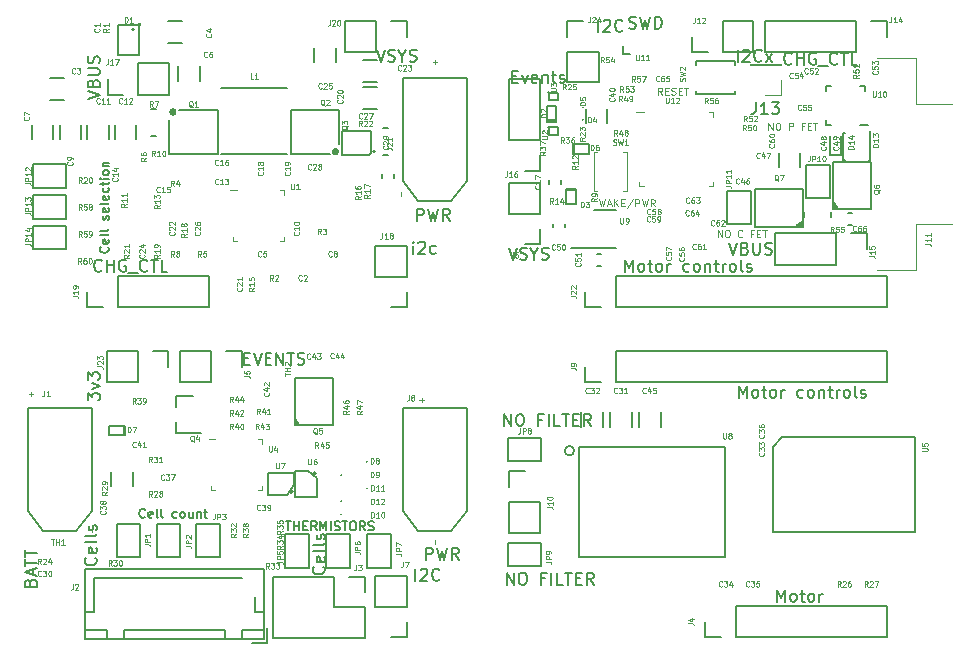
<source format=gto>
G04 #@! TF.GenerationSoftware,KiCad,Pcbnew,(5.99.0-58-gd4aa502be)*
G04 #@! TF.CreationDate,2019-09-04T01:14:32-07:00*
G04 #@! TF.ProjectId,usb-motor,7573622d-6d6f-4746-9f72-2e6b69636164,rev?*
G04 #@! TF.SameCoordinates,Original*
G04 #@! TF.FileFunction,Legend,Top*
G04 #@! TF.FilePolarity,Positive*
%FSLAX46Y46*%
G04 Gerber Fmt 4.6, Leading zero omitted, Abs format (unit mm)*
G04 Created by KiCad (PCBNEW (5.99.0-58-gd4aa502be)) date 2019-09-04 01:14:32*
%MOMM*%
%LPD*%
G04 APERTURE LIST*
%ADD10C,0.127000*%
%ADD11C,0.120000*%
%ADD12C,0.076200*%
%ADD13C,0.150000*%
%ADD14C,0.101600*%
%ADD15C,0.152400*%
G04 APERTURE END LIST*
D10*
X45357142Y-100994028D02*
X45393428Y-101030314D01*
X45429714Y-101139171D01*
X45429714Y-101211742D01*
X45393428Y-101320600D01*
X45320857Y-101393171D01*
X45248285Y-101429457D01*
X45103142Y-101465742D01*
X44994285Y-101465742D01*
X44849142Y-101429457D01*
X44776571Y-101393171D01*
X44704000Y-101320600D01*
X44667714Y-101211742D01*
X44667714Y-101139171D01*
X44704000Y-101030314D01*
X44740285Y-100994028D01*
X45393428Y-100377171D02*
X45429714Y-100449742D01*
X45429714Y-100594885D01*
X45393428Y-100667457D01*
X45320857Y-100703742D01*
X45030571Y-100703742D01*
X44958000Y-100667457D01*
X44921714Y-100594885D01*
X44921714Y-100449742D01*
X44958000Y-100377171D01*
X45030571Y-100340885D01*
X45103142Y-100340885D01*
X45175714Y-100703742D01*
X45429714Y-99905457D02*
X45393428Y-99978028D01*
X45320857Y-100014314D01*
X44667714Y-100014314D01*
X45429714Y-99506314D02*
X45393428Y-99578885D01*
X45320857Y-99615171D01*
X44667714Y-99615171D01*
X45393428Y-98671742D02*
X45429714Y-98599171D01*
X45429714Y-98454028D01*
X45393428Y-98381457D01*
X45320857Y-98345171D01*
X45284571Y-98345171D01*
X45212000Y-98381457D01*
X45175714Y-98454028D01*
X45175714Y-98562885D01*
X45139428Y-98635457D01*
X45066857Y-98671742D01*
X45030571Y-98671742D01*
X44958000Y-98635457D01*
X44921714Y-98562885D01*
X44921714Y-98454028D01*
X44958000Y-98381457D01*
X45393428Y-97728314D02*
X45429714Y-97800885D01*
X45429714Y-97946028D01*
X45393428Y-98018600D01*
X45320857Y-98054885D01*
X45030571Y-98054885D01*
X44958000Y-98018600D01*
X44921714Y-97946028D01*
X44921714Y-97800885D01*
X44958000Y-97728314D01*
X45030571Y-97692028D01*
X45103142Y-97692028D01*
X45175714Y-98054885D01*
X45429714Y-97256600D02*
X45393428Y-97329171D01*
X45320857Y-97365457D01*
X44667714Y-97365457D01*
X45393428Y-96676028D02*
X45429714Y-96748600D01*
X45429714Y-96893742D01*
X45393428Y-96966314D01*
X45320857Y-97002600D01*
X45030571Y-97002600D01*
X44958000Y-96966314D01*
X44921714Y-96893742D01*
X44921714Y-96748600D01*
X44958000Y-96676028D01*
X45030571Y-96639742D01*
X45103142Y-96639742D01*
X45175714Y-97002600D01*
X45393428Y-95986600D02*
X45429714Y-96059171D01*
X45429714Y-96204314D01*
X45393428Y-96276885D01*
X45357142Y-96313171D01*
X45284571Y-96349457D01*
X45066857Y-96349457D01*
X44994285Y-96313171D01*
X44958000Y-96276885D01*
X44921714Y-96204314D01*
X44921714Y-96059171D01*
X44958000Y-95986600D01*
X44921714Y-95768885D02*
X44921714Y-95478600D01*
X44667714Y-95660028D02*
X45320857Y-95660028D01*
X45393428Y-95623742D01*
X45429714Y-95551171D01*
X45429714Y-95478600D01*
X45429714Y-95224600D02*
X44921714Y-95224600D01*
X44667714Y-95224600D02*
X44704000Y-95260885D01*
X44740285Y-95224600D01*
X44704000Y-95188314D01*
X44667714Y-95224600D01*
X44740285Y-95224600D01*
X45429714Y-94752885D02*
X45393428Y-94825457D01*
X45357142Y-94861742D01*
X45284571Y-94898028D01*
X45066857Y-94898028D01*
X44994285Y-94861742D01*
X44958000Y-94825457D01*
X44921714Y-94752885D01*
X44921714Y-94644028D01*
X44958000Y-94571457D01*
X44994285Y-94535171D01*
X45066857Y-94498885D01*
X45284571Y-94498885D01*
X45357142Y-94535171D01*
X45393428Y-94571457D01*
X45429714Y-94644028D01*
X45429714Y-94752885D01*
X44921714Y-94172314D02*
X45429714Y-94172314D01*
X44994285Y-94172314D02*
X44958000Y-94136028D01*
X44921714Y-94063457D01*
X44921714Y-93954600D01*
X44958000Y-93882028D01*
X45030571Y-93845742D01*
X45429714Y-93845742D01*
X48504928Y-123843142D02*
X48468642Y-123879428D01*
X48359785Y-123915714D01*
X48287214Y-123915714D01*
X48178357Y-123879428D01*
X48105785Y-123806857D01*
X48069500Y-123734285D01*
X48033214Y-123589142D01*
X48033214Y-123480285D01*
X48069500Y-123335142D01*
X48105785Y-123262571D01*
X48178357Y-123190000D01*
X48287214Y-123153714D01*
X48359785Y-123153714D01*
X48468642Y-123190000D01*
X48504928Y-123226285D01*
X49121785Y-123879428D02*
X49049214Y-123915714D01*
X48904071Y-123915714D01*
X48831500Y-123879428D01*
X48795214Y-123806857D01*
X48795214Y-123516571D01*
X48831500Y-123444000D01*
X48904071Y-123407714D01*
X49049214Y-123407714D01*
X49121785Y-123444000D01*
X49158071Y-123516571D01*
X49158071Y-123589142D01*
X48795214Y-123661714D01*
X49593500Y-123915714D02*
X49520928Y-123879428D01*
X49484642Y-123806857D01*
X49484642Y-123153714D01*
X49992642Y-123915714D02*
X49920071Y-123879428D01*
X49883785Y-123806857D01*
X49883785Y-123153714D01*
X51190071Y-123879428D02*
X51117500Y-123915714D01*
X50972357Y-123915714D01*
X50899785Y-123879428D01*
X50863500Y-123843142D01*
X50827214Y-123770571D01*
X50827214Y-123552857D01*
X50863500Y-123480285D01*
X50899785Y-123444000D01*
X50972357Y-123407714D01*
X51117500Y-123407714D01*
X51190071Y-123444000D01*
X51625500Y-123915714D02*
X51552928Y-123879428D01*
X51516642Y-123843142D01*
X51480357Y-123770571D01*
X51480357Y-123552857D01*
X51516642Y-123480285D01*
X51552928Y-123444000D01*
X51625500Y-123407714D01*
X51734357Y-123407714D01*
X51806928Y-123444000D01*
X51843214Y-123480285D01*
X51879500Y-123552857D01*
X51879500Y-123770571D01*
X51843214Y-123843142D01*
X51806928Y-123879428D01*
X51734357Y-123915714D01*
X51625500Y-123915714D01*
X52532642Y-123407714D02*
X52532642Y-123915714D01*
X52206071Y-123407714D02*
X52206071Y-123806857D01*
X52242357Y-123879428D01*
X52314928Y-123915714D01*
X52423785Y-123915714D01*
X52496357Y-123879428D01*
X52532642Y-123843142D01*
X52895500Y-123407714D02*
X52895500Y-123915714D01*
X52895500Y-123480285D02*
X52931785Y-123444000D01*
X53004357Y-123407714D01*
X53113214Y-123407714D01*
X53185785Y-123444000D01*
X53222071Y-123516571D01*
X53222071Y-123915714D01*
X53476071Y-123407714D02*
X53766357Y-123407714D01*
X53584928Y-123153714D02*
X53584928Y-123806857D01*
X53621214Y-123879428D01*
X53693785Y-123915714D01*
X53766357Y-123915714D01*
X60417528Y-124220514D02*
X60852957Y-124220514D01*
X60635242Y-124982514D02*
X60635242Y-124220514D01*
X61106957Y-124982514D02*
X61106957Y-124220514D01*
X61106957Y-124583371D02*
X61542385Y-124583371D01*
X61542385Y-124982514D02*
X61542385Y-124220514D01*
X61905242Y-124583371D02*
X62159242Y-124583371D01*
X62268100Y-124982514D02*
X61905242Y-124982514D01*
X61905242Y-124220514D01*
X62268100Y-124220514D01*
X63030100Y-124982514D02*
X62776100Y-124619657D01*
X62594671Y-124982514D02*
X62594671Y-124220514D01*
X62884957Y-124220514D01*
X62957528Y-124256800D01*
X62993814Y-124293085D01*
X63030100Y-124365657D01*
X63030100Y-124474514D01*
X62993814Y-124547085D01*
X62957528Y-124583371D01*
X62884957Y-124619657D01*
X62594671Y-124619657D01*
X63356671Y-124982514D02*
X63356671Y-124220514D01*
X63610671Y-124764800D01*
X63864671Y-124220514D01*
X63864671Y-124982514D01*
X64227528Y-124982514D02*
X64227528Y-124220514D01*
X64554100Y-124946228D02*
X64662957Y-124982514D01*
X64844385Y-124982514D01*
X64916957Y-124946228D01*
X64953242Y-124909942D01*
X64989528Y-124837371D01*
X64989528Y-124764800D01*
X64953242Y-124692228D01*
X64916957Y-124655942D01*
X64844385Y-124619657D01*
X64699242Y-124583371D01*
X64626671Y-124547085D01*
X64590385Y-124510800D01*
X64554100Y-124438228D01*
X64554100Y-124365657D01*
X64590385Y-124293085D01*
X64626671Y-124256800D01*
X64699242Y-124220514D01*
X64880671Y-124220514D01*
X64989528Y-124256800D01*
X65207242Y-124220514D02*
X65642671Y-124220514D01*
X65424957Y-124982514D02*
X65424957Y-124220514D01*
X66041814Y-124220514D02*
X66186957Y-124220514D01*
X66259528Y-124256800D01*
X66332100Y-124329371D01*
X66368385Y-124474514D01*
X66368385Y-124728514D01*
X66332100Y-124873657D01*
X66259528Y-124946228D01*
X66186957Y-124982514D01*
X66041814Y-124982514D01*
X65969242Y-124946228D01*
X65896671Y-124873657D01*
X65860385Y-124728514D01*
X65860385Y-124474514D01*
X65896671Y-124329371D01*
X65969242Y-124256800D01*
X66041814Y-124220514D01*
X67130385Y-124982514D02*
X66876385Y-124619657D01*
X66694957Y-124982514D02*
X66694957Y-124220514D01*
X66985242Y-124220514D01*
X67057814Y-124256800D01*
X67094100Y-124293085D01*
X67130385Y-124365657D01*
X67130385Y-124474514D01*
X67094100Y-124547085D01*
X67057814Y-124583371D01*
X66985242Y-124619657D01*
X66694957Y-124619657D01*
X67420671Y-124946228D02*
X67529528Y-124982514D01*
X67710957Y-124982514D01*
X67783528Y-124946228D01*
X67819814Y-124909942D01*
X67856100Y-124837371D01*
X67856100Y-124764800D01*
X67819814Y-124692228D01*
X67783528Y-124655942D01*
X67710957Y-124619657D01*
X67565814Y-124583371D01*
X67493242Y-124547085D01*
X67456957Y-124510800D01*
X67420671Y-124438228D01*
X67420671Y-124365657D01*
X67456957Y-124293085D01*
X67493242Y-124256800D01*
X67565814Y-124220514D01*
X67747242Y-124220514D01*
X67856100Y-124256800D01*
D11*
X58061000Y-117293500D02*
X58411000Y-117293500D01*
X58411000Y-117293500D02*
X58411000Y-117643500D01*
X58061000Y-121593500D02*
X58411000Y-121593500D01*
X58411000Y-121593500D02*
X58411000Y-121243500D01*
X54461000Y-121593500D02*
X54111000Y-121593500D01*
X54111000Y-121593500D02*
X54111000Y-121243500D01*
X54461000Y-117293500D02*
X53961000Y-117293500D01*
X59925500Y-96209000D02*
X60275500Y-96209000D01*
X60275500Y-96209000D02*
X60275500Y-96559000D01*
X59925500Y-100509000D02*
X60275500Y-100509000D01*
X60275500Y-100509000D02*
X60275500Y-100159000D01*
X56325500Y-100509000D02*
X55975500Y-100509000D01*
X55975500Y-100509000D02*
X55975500Y-100159000D01*
X56325500Y-96209000D02*
X55725500Y-96209000D01*
X96222000Y-89560000D02*
X96622000Y-89560000D01*
X96622000Y-89560000D02*
X96622000Y-89960000D01*
X96222000Y-95860000D02*
X96622000Y-95860000D01*
X96622000Y-95860000D02*
X96622000Y-95460000D01*
X90722000Y-95860000D02*
X90322000Y-95860000D01*
X90322000Y-95860000D02*
X90322000Y-95460000D01*
X90722000Y-89560000D02*
X90072000Y-89560000D01*
X102350000Y-85500000D02*
X99690000Y-85500000D01*
X102350000Y-85560000D02*
X102350000Y-85500000D01*
X99690000Y-85560000D02*
X99690000Y-85500000D01*
X102350000Y-85560000D02*
X99690000Y-85560000D01*
X102350000Y-86830000D02*
X102350000Y-88160000D01*
X102350000Y-88160000D02*
X101020000Y-88160000D01*
X88984000Y-96265000D02*
X89284000Y-96265000D01*
X89284000Y-96265000D02*
X89284000Y-92965000D01*
X89284000Y-92965000D02*
X88984000Y-92965000D01*
X86784000Y-96265000D02*
X86484000Y-96265000D01*
X86484000Y-96265000D02*
X86484000Y-92965000D01*
X86484000Y-92965000D02*
X86784000Y-92965000D01*
X113784000Y-102980000D02*
X110459000Y-102980000D01*
X113784000Y-84980000D02*
X110459000Y-84980000D01*
X113784000Y-88930000D02*
X113784000Y-84980000D01*
X113784000Y-88930000D02*
X116809000Y-88930000D01*
X113784000Y-99030000D02*
X116809000Y-99030000D01*
X113784000Y-102980000D02*
X113784000Y-99030000D01*
D10*
X84268000Y-87055000D02*
X86928000Y-87055000D01*
X84268000Y-84455000D02*
X84268000Y-87055000D01*
X86928000Y-84455000D02*
X86928000Y-87055000D01*
X84268000Y-84455000D02*
X86928000Y-84455000D01*
X84268000Y-83185000D02*
X84268000Y-81855000D01*
X84268000Y-81855000D02*
X85598000Y-81855000D01*
X111312000Y-106105000D02*
X111312000Y-103445000D01*
X88392000Y-106105000D02*
X111312000Y-106105000D01*
X88392000Y-103445000D02*
X111312000Y-103445000D01*
X88392000Y-106105000D02*
X88392000Y-103445000D01*
X87122000Y-106105000D02*
X85792000Y-106105000D01*
X85792000Y-106105000D02*
X85792000Y-104775000D01*
X101032000Y-81855000D02*
X101032000Y-84515000D01*
X108712000Y-81855000D02*
X101032000Y-81855000D01*
X108712000Y-84515000D02*
X101032000Y-84515000D01*
X108712000Y-81855000D02*
X108712000Y-84515000D01*
X109982000Y-81855000D02*
X111312000Y-81855000D01*
X111312000Y-81855000D02*
X111312000Y-83185000D01*
X111312000Y-112455000D02*
X111312000Y-109795000D01*
X88392000Y-112455000D02*
X111312000Y-112455000D01*
X88392000Y-109795000D02*
X111312000Y-109795000D01*
X88392000Y-112455000D02*
X88392000Y-109795000D01*
X87122000Y-112455000D02*
X85792000Y-112455000D01*
X85792000Y-112455000D02*
X85792000Y-111125000D01*
X108366779Y-99125500D02*
X108041221Y-99125500D01*
X108366779Y-98105500D02*
X108041221Y-98105500D01*
X103970500Y-92996936D02*
X103970500Y-94201064D01*
X102150500Y-92996936D02*
X102150500Y-94201064D01*
X58844300Y-134487100D02*
X58844300Y-133237100D01*
X57594300Y-134487100D02*
X58844300Y-134487100D01*
X44194300Y-128987100D02*
X50994300Y-128987100D01*
X44194300Y-131937100D02*
X44194300Y-128987100D01*
X43444300Y-131937100D02*
X44194300Y-131937100D01*
X50994300Y-128987100D02*
X56734300Y-128987100D01*
X57794300Y-131937100D02*
X57794300Y-130597100D01*
X58544300Y-131937100D02*
X57794300Y-131937100D01*
X43444300Y-134187100D02*
X45244300Y-134187100D01*
X43444300Y-133437100D02*
X43444300Y-134187100D01*
X45244300Y-133437100D02*
X43444300Y-133437100D01*
X45244300Y-134187100D02*
X45244300Y-133437100D01*
X56744300Y-134187100D02*
X58544300Y-134187100D01*
X56744300Y-133437100D02*
X56744300Y-134187100D01*
X58544300Y-133437100D02*
X56744300Y-133437100D01*
X58544300Y-134187100D02*
X58544300Y-133437100D01*
X46744300Y-134187100D02*
X55244300Y-134187100D01*
X46744300Y-133437100D02*
X46744300Y-134187100D01*
X55244300Y-133437100D02*
X46744300Y-133437100D01*
X55244300Y-134187100D02*
X55244300Y-133437100D01*
X43434300Y-134197100D02*
X58554300Y-134197100D01*
X43434300Y-128227100D02*
X43434300Y-134197100D01*
X58554300Y-128227100D02*
X43434300Y-128227100D01*
X58554300Y-134197100D02*
X58554300Y-128227100D01*
X81975000Y-86808000D02*
X79315000Y-86808000D01*
X81975000Y-91948000D02*
X81975000Y-86808000D01*
X79315000Y-91948000D02*
X79315000Y-86808000D01*
X81975000Y-91948000D02*
X79315000Y-91948000D01*
X81975000Y-93218000D02*
X81975000Y-94548000D01*
X81975000Y-94548000D02*
X80645000Y-94548000D01*
X101857500Y-99850900D02*
X101857500Y-102510900D01*
X106997500Y-99850900D02*
X101857500Y-99850900D01*
X106997500Y-102510900D02*
X101857500Y-102510900D01*
X106997500Y-99850900D02*
X106997500Y-102510900D01*
X108267500Y-99850900D02*
X109597500Y-99850900D01*
X109597500Y-99850900D02*
X109597500Y-101180900D01*
X81975000Y-95571000D02*
X79315000Y-95571000D01*
X81975000Y-98171000D02*
X81975000Y-95571000D01*
X79315000Y-98171000D02*
X79315000Y-95571000D01*
X81975000Y-98171000D02*
X79315000Y-98171000D01*
X81975000Y-99441000D02*
X81975000Y-100771000D01*
X81975000Y-100771000D02*
X80645000Y-100771000D01*
X71615000Y-97071000D02*
X74435000Y-97071000D01*
X74435000Y-97071000D02*
X75735000Y-95371000D01*
X71615000Y-97071000D02*
X70315000Y-95371000D01*
X75735000Y-95371000D02*
X75735000Y-86651000D01*
X70315000Y-86651000D02*
X75735000Y-86651000D01*
X70315000Y-95371000D02*
X70315000Y-86651000D01*
X70672000Y-81855000D02*
X70672000Y-83185000D01*
X69342000Y-81855000D02*
X70672000Y-81855000D01*
X68072000Y-81855000D02*
X68072000Y-84515000D01*
X68072000Y-84515000D02*
X65472000Y-84515000D01*
X68072000Y-81855000D02*
X65472000Y-81855000D01*
X65472000Y-81855000D02*
X65472000Y-84515000D01*
X45342500Y-88109100D02*
X45342500Y-86779100D01*
X46672500Y-88109100D02*
X45342500Y-88109100D01*
X47942500Y-88109100D02*
X47942500Y-85449100D01*
X47942500Y-85449100D02*
X50542500Y-85449100D01*
X47942500Y-88109100D02*
X50542500Y-88109100D01*
X50542500Y-88109100D02*
X50542500Y-85449100D01*
X50479000Y-109795000D02*
X50479000Y-111125000D01*
X49149000Y-109795000D02*
X50479000Y-109795000D01*
X47879000Y-109795000D02*
X47879000Y-112455000D01*
X47879000Y-112455000D02*
X45279000Y-112455000D01*
X47879000Y-109795000D02*
X45279000Y-109795000D01*
X45279000Y-109795000D02*
X45279000Y-112455000D01*
X61036200Y-121729500D02*
G75*
G03X61036200Y-121729500I-152400J0D01*
G01*
X60921900Y-121729500D02*
G75*
G03X60921900Y-121729500I-38100J0D01*
G01*
X61115200Y-121166000D02*
X60520200Y-121966000D01*
X60520200Y-121966000D02*
X58925200Y-121966000D01*
X58925200Y-121966000D02*
X58925200Y-120096000D01*
X58925200Y-120096000D02*
X61115200Y-120096000D01*
X61115200Y-120096000D02*
X61115200Y-121166000D01*
X63004700Y-120167400D02*
G75*
G03X63004700Y-120167400I-152400J0D01*
G01*
X62890400Y-120167400D02*
G75*
G03X62890400Y-120167400I-38100J0D01*
G01*
X62288800Y-119936000D02*
X63088800Y-120531000D01*
X63088800Y-120531000D02*
X63088800Y-122126000D01*
X63088800Y-122126000D02*
X61218800Y-122126000D01*
X61218800Y-122126000D02*
X61218800Y-119936000D01*
X61218800Y-119936000D02*
X62288800Y-119936000D01*
X43628000Y-106105000D02*
X43628000Y-104775000D01*
X44958000Y-106105000D02*
X43628000Y-106105000D01*
X46228000Y-106105000D02*
X46228000Y-103445000D01*
X46228000Y-103445000D02*
X53908000Y-103445000D01*
X46228000Y-106105000D02*
X53908000Y-106105000D01*
X53908000Y-106105000D02*
X53908000Y-103445000D01*
X70672000Y-106105000D02*
X69342000Y-106105000D01*
X70672000Y-104775000D02*
X70672000Y-106105000D01*
X70672000Y-103505000D02*
X68012000Y-103505000D01*
X68012000Y-103505000D02*
X68012000Y-100905000D01*
X70672000Y-103505000D02*
X70672000Y-100905000D01*
X70672000Y-100905000D02*
X68012000Y-100905000D01*
X82688000Y-87947500D02*
X83428000Y-87947500D01*
X83428000Y-87947500D02*
X83428000Y-88582500D01*
X83428000Y-88582500D02*
X82688000Y-88582500D01*
X82688000Y-87947500D02*
X82688000Y-88582500D01*
X82741500Y-87947500D02*
G75*
G03X82741500Y-87947500I-63500J0D01*
G01*
X82688000Y-90868500D02*
X83428000Y-90868500D01*
X83428000Y-90868500D02*
X83428000Y-91503500D01*
X83428000Y-91503500D02*
X82688000Y-91503500D01*
X82688000Y-90868500D02*
X82688000Y-91503500D01*
X82741500Y-90868500D02*
G75*
G03X82741500Y-90868500I-63500J0D01*
G01*
X94809000Y-84515000D02*
X94809000Y-83185000D01*
X96139000Y-84515000D02*
X94809000Y-84515000D01*
X97409000Y-84515000D02*
X97409000Y-81855000D01*
X97409000Y-81855000D02*
X100009000Y-81855000D01*
X97409000Y-84515000D02*
X100009000Y-84515000D01*
X100009000Y-84515000D02*
X100009000Y-81855000D01*
X84761000Y-92300000D02*
X84761000Y-93120000D01*
X86081000Y-92300000D02*
X84761000Y-92300000D01*
X86081000Y-93120000D02*
X86081000Y-92300000D01*
X84761000Y-93120000D02*
X86081000Y-93120000D01*
X84861000Y-92300000D02*
X84861000Y-93120000D01*
X85595000Y-89179933D02*
G75*
G03X85595000Y-89179933I-50000J0D01*
G01*
X85595000Y-90224866D02*
G75*
G03X85595000Y-90224866I-50000J0D01*
G01*
X84992000Y-96064000D02*
X84172000Y-96064000D01*
X84992000Y-97384000D02*
X84992000Y-96064000D01*
X84172000Y-97384000D02*
X84992000Y-97384000D01*
X84172000Y-96064000D02*
X84172000Y-97384000D01*
X84992000Y-96164000D02*
X84172000Y-96164000D01*
X82521000Y-90372000D02*
X83341000Y-90372000D01*
X82521000Y-89052000D02*
X82521000Y-90372000D01*
X83341000Y-89052000D02*
X82521000Y-89052000D01*
X83341000Y-90372000D02*
X83341000Y-89052000D01*
X82521000Y-90272000D02*
X83341000Y-90272000D01*
X85831000Y-89313936D02*
X85831000Y-90518064D01*
X87651000Y-89313936D02*
X87651000Y-90518064D01*
X83695000Y-95666779D02*
X83695000Y-95341221D01*
X82675000Y-95666779D02*
X82675000Y-95341221D01*
X89598500Y-84645500D02*
X88963500Y-84645500D01*
X88963500Y-84645500D02*
X88963500Y-84010500D01*
X109023000Y-90677000D02*
X109723000Y-90677000D01*
X109473000Y-87377000D02*
X109473000Y-87827000D01*
X109023000Y-87377000D02*
X109473000Y-87377000D01*
X106173000Y-87377000D02*
X106173000Y-87827000D01*
X106623000Y-87377000D02*
X106173000Y-87377000D01*
X106173000Y-90677000D02*
X106173000Y-90227000D01*
X106623000Y-90677000D02*
X106173000Y-90677000D01*
X86487000Y-97831000D02*
X88387000Y-97831000D01*
X84587000Y-101051000D02*
X88387000Y-101051000D01*
X84840000Y-118245500D02*
G75*
G03X84840000Y-118245500I-400000J0D01*
G01*
X85240000Y-117945500D02*
X97640000Y-117945500D01*
X97640000Y-117945500D02*
X97640000Y-127245500D01*
X97640000Y-127245500D02*
X85240000Y-127245500D01*
X85240000Y-127245500D02*
X85240000Y-117945500D01*
X101661000Y-125105500D02*
X101661000Y-117905500D01*
X113731000Y-125105500D02*
X101661000Y-125105500D01*
X113731000Y-117105500D02*
X113731000Y-125105500D01*
X102461000Y-117105500D02*
X113731000Y-117105500D01*
X101661000Y-117905500D02*
X102461000Y-117105500D01*
X98424000Y-85277500D02*
X98424000Y-85577500D01*
X95124000Y-85277500D02*
X98424000Y-85277500D01*
X95124000Y-85577500D02*
X95124000Y-85277500D01*
X98424000Y-88077500D02*
X98424000Y-87777500D01*
X95124000Y-88077500D02*
X98424000Y-88077500D01*
X95124000Y-87777500D02*
X95124000Y-88077500D01*
X104323500Y-98034500D02*
X104323500Y-98434500D01*
X106623500Y-98434500D02*
X106623500Y-98034500D01*
X45635500Y-120024936D02*
X45635500Y-121229064D01*
X47455500Y-120024936D02*
X47455500Y-121229064D01*
X68634000Y-93225000D02*
X69034000Y-93225000D01*
X69034000Y-90925000D02*
X68634000Y-90925000D01*
X49035500Y-91572500D02*
X49435500Y-91572500D01*
X49435500Y-89272500D02*
X49035500Y-89272500D01*
G36*
X104141500Y-99233000D02*
G01*
X103631500Y-99233000D01*
X104141500Y-98863000D01*
X104141500Y-99233000D01*
X104141500Y-99233000D01*
G37*
X104141500Y-99233000D02*
X103631500Y-99233000D01*
X104141500Y-98863000D01*
X104141500Y-99233000D01*
X100171500Y-96063000D02*
X100171500Y-99263000D01*
X104171500Y-96063000D02*
X100171500Y-96063000D01*
X104171500Y-99263000D02*
X104171500Y-96063000D01*
X100171500Y-99263000D02*
X104171500Y-99263000D01*
G36*
X107194500Y-97791500D02*
G01*
X106824500Y-97791500D01*
X106824500Y-97281500D01*
X107194500Y-97791500D01*
X107194500Y-97791500D01*
G37*
X107194500Y-97791500D02*
X106824500Y-97791500D01*
X106824500Y-97281500D01*
X107194500Y-97791500D01*
X109994500Y-93821500D02*
X106794500Y-93821500D01*
X109994500Y-97821500D02*
X109994500Y-93821500D01*
X106794500Y-97821500D02*
X109994500Y-97821500D01*
X106794500Y-93821500D02*
X106794500Y-97821500D01*
G36*
X61579000Y-116079500D02*
G01*
X61209000Y-116079500D01*
X61209000Y-115569500D01*
X61579000Y-116079500D01*
X61579000Y-116079500D01*
G37*
X61579000Y-116079500D02*
X61209000Y-116079500D01*
X61209000Y-115569500D01*
X61579000Y-116079500D01*
X64379000Y-112109500D02*
X61179000Y-112109500D01*
X64379000Y-116109500D02*
X64379000Y-112109500D01*
X61179000Y-116109500D02*
X64379000Y-116109500D01*
X61179000Y-112109500D02*
X61179000Y-116109500D01*
X51097000Y-113577000D02*
X52557000Y-113577000D01*
X51097000Y-116737000D02*
X53257000Y-116737000D01*
X51097000Y-116737000D02*
X51097000Y-115807000D01*
X51097000Y-113577000D02*
X51097000Y-114507000D01*
X67981500Y-92900500D02*
G75*
G03X67981500Y-92900500I-100000J0D01*
G01*
X67471000Y-93202000D02*
X67671000Y-93002000D01*
X67471000Y-93202000D02*
X65171000Y-93202000D01*
X65171000Y-93202000D02*
X65171000Y-91202000D01*
X65171000Y-91202000D02*
X67671000Y-91202000D01*
X67671000Y-91202000D02*
X67671000Y-93002000D01*
X64858000Y-92927000D02*
G75*
G03X64858000Y-92927000I-234307J0D01*
G01*
X64758000Y-92927000D02*
G75*
G03X64758000Y-92927000I-134164J0D01*
G01*
X64688000Y-92917000D02*
G75*
G03X64688000Y-92917000I-50000J0D01*
G01*
X64938000Y-89397000D02*
X64938000Y-92247000D01*
X60838000Y-89397000D02*
X64938000Y-89397000D01*
X60838000Y-93097000D02*
X60838000Y-89397000D01*
X64138000Y-93097000D02*
X60838000Y-93097000D01*
X51099614Y-89567000D02*
G75*
G03X51099614Y-89567000I-234307J0D01*
G01*
X50999328Y-89567000D02*
G75*
G03X50999328Y-89567000I-134164J0D01*
G01*
X50901000Y-89577000D02*
G75*
G03X50901000Y-89577000I-50000J0D01*
G01*
X50551000Y-93097000D02*
X50551000Y-90247000D01*
X54651000Y-93097000D02*
X50551000Y-93097000D01*
X54651000Y-89397000D02*
X54651000Y-93097000D01*
X51351000Y-89397000D02*
X54651000Y-89397000D01*
X54950500Y-87564000D02*
X60538500Y-87564000D01*
X60538500Y-93152000D02*
X54950500Y-93152000D01*
X41786000Y-101200500D02*
X38986000Y-101200500D01*
X38986000Y-101200500D02*
X38986000Y-99200500D01*
X38986000Y-99200500D02*
X41786000Y-99200500D01*
X41786000Y-99200500D02*
X41786000Y-101200500D01*
X41786000Y-98597000D02*
X38986000Y-98597000D01*
X38986000Y-98597000D02*
X38986000Y-96597000D01*
X38986000Y-96597000D02*
X41786000Y-96597000D01*
X41786000Y-96597000D02*
X41786000Y-98597000D01*
X41786000Y-95993500D02*
X38986000Y-95993500D01*
X38986000Y-95993500D02*
X38986000Y-93993500D01*
X38986000Y-93993500D02*
X41786000Y-93993500D01*
X41786000Y-93993500D02*
X41786000Y-95993500D01*
X97806000Y-99063000D02*
X97806000Y-96263000D01*
X97806000Y-96263000D02*
X99806000Y-96263000D01*
X99806000Y-96263000D02*
X99806000Y-99063000D01*
X99806000Y-99063000D02*
X97806000Y-99063000D01*
X104473500Y-96840500D02*
X104473500Y-94040500D01*
X104473500Y-94040500D02*
X106473500Y-94040500D01*
X106473500Y-94040500D02*
X106473500Y-96840500D01*
X106473500Y-96840500D02*
X104473500Y-96840500D01*
X79245000Y-126040500D02*
X82045000Y-126040500D01*
X82045000Y-126040500D02*
X82045000Y-128040500D01*
X82045000Y-128040500D02*
X79245000Y-128040500D01*
X79245000Y-128040500D02*
X79245000Y-126040500D01*
X79245000Y-117150500D02*
X82045000Y-117150500D01*
X82045000Y-117150500D02*
X82045000Y-119150500D01*
X82045000Y-119150500D02*
X79245000Y-119150500D01*
X79245000Y-119150500D02*
X79245000Y-117150500D01*
X69326000Y-125333300D02*
X69326000Y-128133300D01*
X69326000Y-128133300D02*
X67326000Y-128133300D01*
X67326000Y-128133300D02*
X67326000Y-125333300D01*
X67326000Y-125333300D02*
X69326000Y-125333300D01*
X65846200Y-125333300D02*
X65846200Y-128133300D01*
X65846200Y-128133300D02*
X63846200Y-128133300D01*
X63846200Y-128133300D02*
X63846200Y-125333300D01*
X63846200Y-125333300D02*
X65846200Y-125333300D01*
X62366400Y-125333300D02*
X62366400Y-128133300D01*
X62366400Y-128133300D02*
X60366400Y-128133300D01*
X60366400Y-128133300D02*
X60366400Y-125333300D01*
X60366400Y-125333300D02*
X62366400Y-125333300D01*
X52848000Y-127257000D02*
X52848000Y-124457000D01*
X52848000Y-124457000D02*
X54848000Y-124457000D01*
X54848000Y-124457000D02*
X54848000Y-127257000D01*
X54848000Y-127257000D02*
X52848000Y-127257000D01*
X49482500Y-127257000D02*
X49482500Y-124457000D01*
X49482500Y-124457000D02*
X51482500Y-124457000D01*
X51482500Y-124457000D02*
X51482500Y-127257000D01*
X51482500Y-127257000D02*
X49482500Y-127257000D01*
X46117000Y-127257000D02*
X46117000Y-124457000D01*
X46117000Y-124457000D02*
X48117000Y-124457000D01*
X48117000Y-124457000D02*
X48117000Y-127257000D01*
X48117000Y-127257000D02*
X46117000Y-127257000D01*
X79315000Y-119990500D02*
X80645000Y-119990500D01*
X79315000Y-121320500D02*
X79315000Y-119990500D01*
X79315000Y-122590500D02*
X81975000Y-122590500D01*
X81975000Y-122590500D02*
X81975000Y-125190500D01*
X79315000Y-122590500D02*
X79315000Y-125190500D01*
X79315000Y-125190500D02*
X81975000Y-125190500D01*
X71615000Y-125011000D02*
X74435000Y-125011000D01*
X74435000Y-125011000D02*
X75735000Y-123311000D01*
X71615000Y-125011000D02*
X70315000Y-123311000D01*
X75735000Y-123311000D02*
X75735000Y-114591000D01*
X70315000Y-114591000D02*
X75735000Y-114591000D01*
X70315000Y-123311000D02*
X70315000Y-114591000D01*
X70672000Y-134045000D02*
X69342000Y-134045000D01*
X70672000Y-132715000D02*
X70672000Y-134045000D01*
X70672000Y-131445000D02*
X68012000Y-131445000D01*
X68012000Y-131445000D02*
X68012000Y-128845000D01*
X70672000Y-131445000D02*
X70672000Y-128845000D01*
X70672000Y-128845000D02*
X68012000Y-128845000D01*
X56702000Y-109795000D02*
X56702000Y-111125000D01*
X55372000Y-109795000D02*
X56702000Y-109795000D01*
X54102000Y-109795000D02*
X54102000Y-112455000D01*
X54102000Y-112455000D02*
X51502000Y-112455000D01*
X54102000Y-109795000D02*
X51502000Y-109795000D01*
X51502000Y-109795000D02*
X51502000Y-112455000D01*
X95952000Y-134045000D02*
X95952000Y-132715000D01*
X97282000Y-134045000D02*
X95952000Y-134045000D01*
X98552000Y-134045000D02*
X98552000Y-131385000D01*
X98552000Y-131385000D02*
X111312000Y-131385000D01*
X98552000Y-134045000D02*
X111312000Y-134045000D01*
X111312000Y-134045000D02*
X111312000Y-131385000D01*
X67116000Y-128908500D02*
X67116000Y-130238500D01*
X65786000Y-128908500D02*
X67116000Y-128908500D01*
X67116000Y-131508500D02*
X67116000Y-134108500D01*
X64516000Y-131508500D02*
X67116000Y-131508500D01*
X64516000Y-128908500D02*
X64516000Y-131508500D01*
X67116000Y-134108500D02*
X59376000Y-134108500D01*
X64516000Y-128908500D02*
X59376000Y-128908500D01*
X59376000Y-128908500D02*
X59376000Y-134108500D01*
X39865000Y-125011000D02*
X42685000Y-125011000D01*
X42685000Y-125011000D02*
X43985000Y-123311000D01*
X39865000Y-125011000D02*
X38565000Y-123311000D01*
X43985000Y-123311000D02*
X43985000Y-114591000D01*
X38565000Y-114591000D02*
X43985000Y-114591000D01*
X38565000Y-123311000D02*
X38565000Y-114591000D01*
X107457500Y-93188500D02*
X107457500Y-91618500D01*
X106577500Y-93188500D02*
X107417500Y-93188500D01*
X106537500Y-91618500D02*
X106537500Y-93188500D01*
X107625500Y-91306000D02*
X107775500Y-91306000D01*
X107625500Y-91306000D02*
X107625500Y-93606000D01*
X107625500Y-93606000D02*
X107775500Y-93606000D01*
X109925500Y-93606000D02*
X109775500Y-93606000D01*
X109925500Y-91206000D02*
X109925500Y-93606000D01*
X65124010Y-122524260D02*
G75*
G03X65124010Y-122524260I-50000J0D01*
G01*
X67304010Y-121413010D02*
G75*
G03X67304010Y-121413010I-50000J0D01*
G01*
X65124010Y-123635510D02*
G75*
G03X65124010Y-123635510I-50000J0D01*
G01*
X65124010Y-120301760D02*
G75*
G03X65124010Y-120301760I-50000J0D01*
G01*
X67304010Y-119190510D02*
G75*
G03X67304010Y-119190510I-50000J0D01*
G01*
X46811000Y-116930666D02*
X46811000Y-116110666D01*
X45491000Y-116930666D02*
X46811000Y-116930666D01*
X45491000Y-116110666D02*
X45491000Y-116930666D01*
X46811000Y-116110666D02*
X45491000Y-116110666D01*
X46711000Y-116930666D02*
X46711000Y-116110666D01*
X48044100Y-82283300D02*
X47904400Y-82156300D01*
X48018700Y-82080100D02*
G75*
G03X47929800Y-82169000I0J-88900D01*
G01*
X48120300Y-82156300D02*
G75*
G03X48018700Y-82080100I-88900J-12700D01*
G01*
X48031400Y-82270600D02*
G75*
G03X48120300Y-82156300I-12700J101600D01*
G01*
X47561500Y-82562700D02*
G75*
G03X47561500Y-82562700I-76200J0D01*
G01*
X48029700Y-82164400D02*
X48029700Y-84764400D01*
X48029700Y-84764400D02*
X46229700Y-84764400D01*
X46229700Y-84764400D02*
X46229700Y-82164400D01*
X46229700Y-82164400D02*
X48029700Y-82164400D01*
X86806821Y-102643400D02*
X87132379Y-102643400D01*
X86806821Y-101623400D02*
X87132379Y-101623400D01*
X84076000Y-99333779D02*
X84076000Y-99008221D01*
X83056000Y-99333779D02*
X83056000Y-99008221D01*
X92182500Y-116212564D02*
X92182500Y-115008436D01*
X90362500Y-116212564D02*
X90362500Y-115008436D01*
X85450000Y-115008436D02*
X85450000Y-116212564D01*
X87270000Y-115008436D02*
X87270000Y-116212564D01*
X89726250Y-116212564D02*
X89726250Y-115008436D01*
X87906250Y-116212564D02*
X87906250Y-115008436D01*
X68578000Y-94833221D02*
X68578000Y-95158779D01*
X69598000Y-94833221D02*
X69598000Y-95158779D01*
X62844000Y-84106936D02*
X62844000Y-85311064D01*
X64664000Y-84106936D02*
X64664000Y-85311064D01*
X66961936Y-87016000D02*
X68166064Y-87016000D01*
X66961936Y-85196000D02*
X68166064Y-85196000D01*
X66961936Y-89302000D02*
X68166064Y-89302000D01*
X66961936Y-87482000D02*
X68166064Y-87482000D01*
X45953000Y-90644936D02*
X45953000Y-91849064D01*
X47773000Y-90644936D02*
X47773000Y-91849064D01*
X43611166Y-90644936D02*
X43611166Y-91849064D01*
X45431166Y-90644936D02*
X45431166Y-91849064D01*
X41269333Y-90644936D02*
X41269333Y-91849064D01*
X43089333Y-90644936D02*
X43089333Y-91849064D01*
X38927500Y-90644936D02*
X38927500Y-91849064D01*
X40747500Y-90644936D02*
X40747500Y-91849064D01*
X53124000Y-86901164D02*
X53124000Y-85697036D01*
X51304000Y-86901164D02*
X51304000Y-85697036D01*
X50451936Y-83714000D02*
X51656064Y-83714000D01*
X50451936Y-81894000D02*
X51656064Y-81894000D01*
X41623064Y-86720000D02*
X40418936Y-86720000D01*
X41623064Y-88540000D02*
X40418936Y-88540000D01*
D12*
X58960657Y-117859628D02*
X58960657Y-118229742D01*
X58982428Y-118273285D01*
X59004200Y-118295057D01*
X59047742Y-118316828D01*
X59134828Y-118316828D01*
X59178371Y-118295057D01*
X59200142Y-118273285D01*
X59221914Y-118229742D01*
X59221914Y-117859628D01*
X59635571Y-118012028D02*
X59635571Y-118316828D01*
X59526714Y-117837857D02*
X59417857Y-118164428D01*
X59700885Y-118164428D01*
X60865657Y-95634628D02*
X60865657Y-96004742D01*
X60887428Y-96048285D01*
X60909200Y-96070057D01*
X60952742Y-96091828D01*
X61039828Y-96091828D01*
X61083371Y-96070057D01*
X61105142Y-96048285D01*
X61126914Y-96004742D01*
X61126914Y-95634628D01*
X61584114Y-96091828D02*
X61322857Y-96091828D01*
X61453485Y-96091828D02*
X61453485Y-95634628D01*
X61409942Y-95699942D01*
X61366400Y-95743485D01*
X61322857Y-95765257D01*
X92575742Y-88344828D02*
X92575742Y-88714942D01*
X92597514Y-88758485D01*
X92619285Y-88780257D01*
X92662828Y-88802028D01*
X92749914Y-88802028D01*
X92793457Y-88780257D01*
X92815228Y-88758485D01*
X92837000Y-88714942D01*
X92837000Y-88344828D01*
X93294200Y-88802028D02*
X93032942Y-88802028D01*
X93163571Y-88802028D02*
X93163571Y-88344828D01*
X93120028Y-88410142D01*
X93076485Y-88453685D01*
X93032942Y-88475457D01*
X93468371Y-88388371D02*
X93490142Y-88366600D01*
X93533685Y-88344828D01*
X93642542Y-88344828D01*
X93686085Y-88366600D01*
X93707857Y-88388371D01*
X93729628Y-88431914D01*
X93729628Y-88475457D01*
X93707857Y-88540771D01*
X93446600Y-88802028D01*
X93729628Y-88802028D01*
D13*
X100231676Y-88733380D02*
X100231676Y-89447666D01*
X100184057Y-89590523D01*
X100088819Y-89685761D01*
X99945961Y-89733380D01*
X99850723Y-89733380D01*
X101231676Y-89733380D02*
X100660247Y-89733380D01*
X100945961Y-89733380D02*
X100945961Y-88733380D01*
X100850723Y-88876238D01*
X100755485Y-88971476D01*
X100660247Y-89019095D01*
X101565009Y-88733380D02*
X102184057Y-88733380D01*
X101850723Y-89114333D01*
X101993580Y-89114333D01*
X102088819Y-89161952D01*
X102136438Y-89209571D01*
X102184057Y-89304809D01*
X102184057Y-89542904D01*
X102136438Y-89638142D01*
X102088819Y-89685761D01*
X101993580Y-89733380D01*
X101707866Y-89733380D01*
X101612628Y-89685761D01*
X101565009Y-89638142D01*
D12*
X88150700Y-92323557D02*
X88216014Y-92345328D01*
X88324871Y-92345328D01*
X88368414Y-92323557D01*
X88390185Y-92301785D01*
X88411957Y-92258242D01*
X88411957Y-92214700D01*
X88390185Y-92171157D01*
X88368414Y-92149385D01*
X88324871Y-92127614D01*
X88237785Y-92105842D01*
X88194242Y-92084071D01*
X88172471Y-92062300D01*
X88150700Y-92018757D01*
X88150700Y-91975214D01*
X88172471Y-91931671D01*
X88194242Y-91909900D01*
X88237785Y-91888128D01*
X88346642Y-91888128D01*
X88411957Y-91909900D01*
X88564357Y-91888128D02*
X88673214Y-92345328D01*
X88760300Y-92018757D01*
X88847385Y-92345328D01*
X88956242Y-91888128D01*
X89369900Y-92345328D02*
X89108642Y-92345328D01*
X89239271Y-92345328D02*
X89239271Y-91888128D01*
X89195728Y-91953442D01*
X89152185Y-91996985D01*
X89108642Y-92018757D01*
D14*
X86938757Y-96948171D02*
X87083900Y-97557771D01*
X87200014Y-97122342D01*
X87316128Y-97557771D01*
X87461271Y-96948171D01*
X87664471Y-97383600D02*
X87954757Y-97383600D01*
X87606414Y-97557771D02*
X87809614Y-96948171D01*
X88012814Y-97557771D01*
X88216014Y-97557771D02*
X88216014Y-96948171D01*
X88564357Y-97557771D02*
X88303100Y-97209428D01*
X88564357Y-96948171D02*
X88216014Y-97296514D01*
X88825614Y-97238457D02*
X89028814Y-97238457D01*
X89115900Y-97557771D02*
X88825614Y-97557771D01*
X88825614Y-96948171D01*
X89115900Y-96948171D01*
X89812585Y-96919142D02*
X89290071Y-97702914D01*
X90015785Y-97557771D02*
X90015785Y-96948171D01*
X90248014Y-96948171D01*
X90306071Y-96977200D01*
X90335100Y-97006228D01*
X90364128Y-97064285D01*
X90364128Y-97151371D01*
X90335100Y-97209428D01*
X90306071Y-97238457D01*
X90248014Y-97267485D01*
X90015785Y-97267485D01*
X90567328Y-96948171D02*
X90712471Y-97557771D01*
X90828585Y-97122342D01*
X90944700Y-97557771D01*
X91089842Y-96948171D01*
X91670414Y-97557771D02*
X91467214Y-97267485D01*
X91322071Y-97557771D02*
X91322071Y-96948171D01*
X91554300Y-96948171D01*
X91612357Y-96977200D01*
X91641385Y-97006228D01*
X91670414Y-97064285D01*
X91670414Y-97151371D01*
X91641385Y-97209428D01*
X91612357Y-97238457D01*
X91554300Y-97267485D01*
X91322071Y-97267485D01*
D12*
X114570328Y-100725514D02*
X114896900Y-100725514D01*
X114962214Y-100747285D01*
X115005757Y-100790828D01*
X115027528Y-100856142D01*
X115027528Y-100899685D01*
X115027528Y-100268314D02*
X115027528Y-100529571D01*
X115027528Y-100398942D02*
X114570328Y-100398942D01*
X114635642Y-100442485D01*
X114679185Y-100486028D01*
X114700957Y-100529571D01*
X115027528Y-99832885D02*
X115027528Y-100094142D01*
X115027528Y-99963514D02*
X114570328Y-99963514D01*
X114635642Y-100007057D01*
X114679185Y-100050600D01*
X114700957Y-100094142D01*
X86193085Y-81524928D02*
X86193085Y-81851500D01*
X86171314Y-81916814D01*
X86127771Y-81960357D01*
X86062457Y-81982128D01*
X86018914Y-81982128D01*
X86389028Y-81568471D02*
X86410800Y-81546700D01*
X86454342Y-81524928D01*
X86563200Y-81524928D01*
X86606742Y-81546700D01*
X86628514Y-81568471D01*
X86650285Y-81612014D01*
X86650285Y-81655557D01*
X86628514Y-81720871D01*
X86367257Y-81982128D01*
X86650285Y-81982128D01*
X87042171Y-81677328D02*
X87042171Y-81982128D01*
X86933314Y-81503157D02*
X86824457Y-81829728D01*
X87107485Y-81829728D01*
D15*
X86892190Y-82755619D02*
X86892190Y-81739619D01*
X87327619Y-81836380D02*
X87376000Y-81788000D01*
X87472761Y-81739619D01*
X87714666Y-81739619D01*
X87811428Y-81788000D01*
X87859809Y-81836380D01*
X87908190Y-81933142D01*
X87908190Y-82029904D01*
X87859809Y-82175047D01*
X87279238Y-82755619D01*
X87908190Y-82755619D01*
X88924190Y-82658857D02*
X88875809Y-82707238D01*
X88730666Y-82755619D01*
X88633904Y-82755619D01*
X88488761Y-82707238D01*
X88392000Y-82610476D01*
X88343619Y-82513714D01*
X88295238Y-82320190D01*
X88295238Y-82175047D01*
X88343619Y-81981523D01*
X88392000Y-81884761D01*
X88488761Y-81788000D01*
X88633904Y-81739619D01*
X88730666Y-81739619D01*
X88875809Y-81788000D01*
X88924190Y-81836380D01*
D12*
X84541628Y-105145114D02*
X84868200Y-105145114D01*
X84933514Y-105166885D01*
X84977057Y-105210428D01*
X84998828Y-105275742D01*
X84998828Y-105319285D01*
X84585171Y-104949171D02*
X84563400Y-104927400D01*
X84541628Y-104883857D01*
X84541628Y-104775000D01*
X84563400Y-104731457D01*
X84585171Y-104709685D01*
X84628714Y-104687914D01*
X84672257Y-104687914D01*
X84737571Y-104709685D01*
X84998828Y-104970942D01*
X84998828Y-104687914D01*
X84585171Y-104513742D02*
X84563400Y-104491971D01*
X84541628Y-104448428D01*
X84541628Y-104339571D01*
X84563400Y-104296028D01*
X84585171Y-104274257D01*
X84628714Y-104252485D01*
X84672257Y-104252485D01*
X84737571Y-104274257D01*
X84998828Y-104535514D01*
X84998828Y-104252485D01*
D15*
X89141904Y-103075619D02*
X89141904Y-102059619D01*
X89480571Y-102785333D01*
X89819238Y-102059619D01*
X89819238Y-103075619D01*
X90448190Y-103075619D02*
X90351428Y-103027238D01*
X90303047Y-102978857D01*
X90254666Y-102882095D01*
X90254666Y-102591809D01*
X90303047Y-102495047D01*
X90351428Y-102446666D01*
X90448190Y-102398285D01*
X90593333Y-102398285D01*
X90690095Y-102446666D01*
X90738476Y-102495047D01*
X90786857Y-102591809D01*
X90786857Y-102882095D01*
X90738476Y-102978857D01*
X90690095Y-103027238D01*
X90593333Y-103075619D01*
X90448190Y-103075619D01*
X91077142Y-102398285D02*
X91464190Y-102398285D01*
X91222285Y-102059619D02*
X91222285Y-102930476D01*
X91270666Y-103027238D01*
X91367428Y-103075619D01*
X91464190Y-103075619D01*
X91948000Y-103075619D02*
X91851238Y-103027238D01*
X91802857Y-102978857D01*
X91754476Y-102882095D01*
X91754476Y-102591809D01*
X91802857Y-102495047D01*
X91851238Y-102446666D01*
X91948000Y-102398285D01*
X92093142Y-102398285D01*
X92189904Y-102446666D01*
X92238285Y-102495047D01*
X92286666Y-102591809D01*
X92286666Y-102882095D01*
X92238285Y-102978857D01*
X92189904Y-103027238D01*
X92093142Y-103075619D01*
X91948000Y-103075619D01*
X92722095Y-103075619D02*
X92722095Y-102398285D01*
X92722095Y-102591809D02*
X92770476Y-102495047D01*
X92818857Y-102446666D01*
X92915619Y-102398285D01*
X93012380Y-102398285D01*
X94560571Y-103027238D02*
X94463809Y-103075619D01*
X94270285Y-103075619D01*
X94173523Y-103027238D01*
X94125142Y-102978857D01*
X94076761Y-102882095D01*
X94076761Y-102591809D01*
X94125142Y-102495047D01*
X94173523Y-102446666D01*
X94270285Y-102398285D01*
X94463809Y-102398285D01*
X94560571Y-102446666D01*
X95141142Y-103075619D02*
X95044380Y-103027238D01*
X94996000Y-102978857D01*
X94947619Y-102882095D01*
X94947619Y-102591809D01*
X94996000Y-102495047D01*
X95044380Y-102446666D01*
X95141142Y-102398285D01*
X95286285Y-102398285D01*
X95383047Y-102446666D01*
X95431428Y-102495047D01*
X95479809Y-102591809D01*
X95479809Y-102882095D01*
X95431428Y-102978857D01*
X95383047Y-103027238D01*
X95286285Y-103075619D01*
X95141142Y-103075619D01*
X95915238Y-102398285D02*
X95915238Y-103075619D01*
X95915238Y-102495047D02*
X95963619Y-102446666D01*
X96060380Y-102398285D01*
X96205523Y-102398285D01*
X96302285Y-102446666D01*
X96350666Y-102543428D01*
X96350666Y-103075619D01*
X96689333Y-102398285D02*
X97076380Y-102398285D01*
X96834476Y-102059619D02*
X96834476Y-102930476D01*
X96882857Y-103027238D01*
X96979619Y-103075619D01*
X97076380Y-103075619D01*
X97415047Y-103075619D02*
X97415047Y-102398285D01*
X97415047Y-102591809D02*
X97463428Y-102495047D01*
X97511809Y-102446666D01*
X97608571Y-102398285D01*
X97705333Y-102398285D01*
X98189142Y-103075619D02*
X98092380Y-103027238D01*
X98044000Y-102978857D01*
X97995619Y-102882095D01*
X97995619Y-102591809D01*
X98044000Y-102495047D01*
X98092380Y-102446666D01*
X98189142Y-102398285D01*
X98334285Y-102398285D01*
X98431047Y-102446666D01*
X98479428Y-102495047D01*
X98527809Y-102591809D01*
X98527809Y-102882095D01*
X98479428Y-102978857D01*
X98431047Y-103027238D01*
X98334285Y-103075619D01*
X98189142Y-103075619D01*
X99108380Y-103075619D02*
X99011619Y-103027238D01*
X98963238Y-102930476D01*
X98963238Y-102059619D01*
X99447047Y-103027238D02*
X99543809Y-103075619D01*
X99737333Y-103075619D01*
X99834095Y-103027238D01*
X99882476Y-102930476D01*
X99882476Y-102882095D01*
X99834095Y-102785333D01*
X99737333Y-102736952D01*
X99592190Y-102736952D01*
X99495428Y-102688571D01*
X99447047Y-102591809D01*
X99447047Y-102543428D01*
X99495428Y-102446666D01*
X99592190Y-102398285D01*
X99737333Y-102398285D01*
X99834095Y-102446666D01*
D12*
X111681985Y-81524928D02*
X111681985Y-81851500D01*
X111660214Y-81916814D01*
X111616671Y-81960357D01*
X111551357Y-81982128D01*
X111507814Y-81982128D01*
X112139185Y-81982128D02*
X111877928Y-81982128D01*
X112008557Y-81982128D02*
X112008557Y-81524928D01*
X111965014Y-81590242D01*
X111921471Y-81633785D01*
X111877928Y-81655557D01*
X112531071Y-81677328D02*
X112531071Y-81982128D01*
X112422214Y-81503157D02*
X112313357Y-81829728D01*
X112596385Y-81829728D01*
D15*
X103244952Y-85452857D02*
X103196571Y-85501238D01*
X103051428Y-85549619D01*
X102954666Y-85549619D01*
X102809523Y-85501238D01*
X102712761Y-85404476D01*
X102664380Y-85307714D01*
X102616000Y-85114190D01*
X102616000Y-84969047D01*
X102664380Y-84775523D01*
X102712761Y-84678761D01*
X102809523Y-84582000D01*
X102954666Y-84533619D01*
X103051428Y-84533619D01*
X103196571Y-84582000D01*
X103244952Y-84630380D01*
X103680380Y-85549619D02*
X103680380Y-84533619D01*
X103680380Y-85017428D02*
X104260952Y-85017428D01*
X104260952Y-85549619D02*
X104260952Y-84533619D01*
X105276952Y-84582000D02*
X105180190Y-84533619D01*
X105035047Y-84533619D01*
X104889904Y-84582000D01*
X104793142Y-84678761D01*
X104744761Y-84775523D01*
X104696380Y-84969047D01*
X104696380Y-85114190D01*
X104744761Y-85307714D01*
X104793142Y-85404476D01*
X104889904Y-85501238D01*
X105035047Y-85549619D01*
X105131809Y-85549619D01*
X105276952Y-85501238D01*
X105325333Y-85452857D01*
X105325333Y-85114190D01*
X105131809Y-85114190D01*
X105518857Y-85646380D02*
X106292952Y-85646380D01*
X107115428Y-85452857D02*
X107067047Y-85501238D01*
X106921904Y-85549619D01*
X106825142Y-85549619D01*
X106680000Y-85501238D01*
X106583238Y-85404476D01*
X106534857Y-85307714D01*
X106486476Y-85114190D01*
X106486476Y-84969047D01*
X106534857Y-84775523D01*
X106583238Y-84678761D01*
X106680000Y-84582000D01*
X106825142Y-84533619D01*
X106921904Y-84533619D01*
X107067047Y-84582000D01*
X107115428Y-84630380D01*
X107405714Y-84533619D02*
X107986285Y-84533619D01*
X107696000Y-85549619D02*
X107696000Y-84533619D01*
X108808761Y-85549619D02*
X108324952Y-85549619D01*
X108324952Y-84533619D01*
D12*
X84541628Y-111277400D02*
X84868200Y-111277400D01*
X84933514Y-111299171D01*
X84977057Y-111342714D01*
X84998828Y-111408028D01*
X84998828Y-111451571D01*
X84998828Y-111037914D02*
X84998828Y-110950828D01*
X84977057Y-110907285D01*
X84955285Y-110885514D01*
X84889971Y-110841971D01*
X84802885Y-110820200D01*
X84628714Y-110820200D01*
X84585171Y-110841971D01*
X84563400Y-110863742D01*
X84541628Y-110907285D01*
X84541628Y-110994371D01*
X84563400Y-111037914D01*
X84585171Y-111059685D01*
X84628714Y-111081457D01*
X84737571Y-111081457D01*
X84781114Y-111059685D01*
X84802885Y-111037914D01*
X84824657Y-110994371D01*
X84824657Y-110907285D01*
X84802885Y-110863742D01*
X84781114Y-110841971D01*
X84737571Y-110820200D01*
D15*
X98793904Y-113743619D02*
X98793904Y-112727619D01*
X99132571Y-113453333D01*
X99471238Y-112727619D01*
X99471238Y-113743619D01*
X100100190Y-113743619D02*
X100003428Y-113695238D01*
X99955047Y-113646857D01*
X99906666Y-113550095D01*
X99906666Y-113259809D01*
X99955047Y-113163047D01*
X100003428Y-113114666D01*
X100100190Y-113066285D01*
X100245333Y-113066285D01*
X100342095Y-113114666D01*
X100390476Y-113163047D01*
X100438857Y-113259809D01*
X100438857Y-113550095D01*
X100390476Y-113646857D01*
X100342095Y-113695238D01*
X100245333Y-113743619D01*
X100100190Y-113743619D01*
X100729142Y-113066285D02*
X101116190Y-113066285D01*
X100874285Y-112727619D02*
X100874285Y-113598476D01*
X100922666Y-113695238D01*
X101019428Y-113743619D01*
X101116190Y-113743619D01*
X101600000Y-113743619D02*
X101503238Y-113695238D01*
X101454857Y-113646857D01*
X101406476Y-113550095D01*
X101406476Y-113259809D01*
X101454857Y-113163047D01*
X101503238Y-113114666D01*
X101600000Y-113066285D01*
X101745142Y-113066285D01*
X101841904Y-113114666D01*
X101890285Y-113163047D01*
X101938666Y-113259809D01*
X101938666Y-113550095D01*
X101890285Y-113646857D01*
X101841904Y-113695238D01*
X101745142Y-113743619D01*
X101600000Y-113743619D01*
X102374095Y-113743619D02*
X102374095Y-113066285D01*
X102374095Y-113259809D02*
X102422476Y-113163047D01*
X102470857Y-113114666D01*
X102567619Y-113066285D01*
X102664380Y-113066285D01*
X104212571Y-113695238D02*
X104115809Y-113743619D01*
X103922285Y-113743619D01*
X103825523Y-113695238D01*
X103777142Y-113646857D01*
X103728761Y-113550095D01*
X103728761Y-113259809D01*
X103777142Y-113163047D01*
X103825523Y-113114666D01*
X103922285Y-113066285D01*
X104115809Y-113066285D01*
X104212571Y-113114666D01*
X104793142Y-113743619D02*
X104696380Y-113695238D01*
X104648000Y-113646857D01*
X104599619Y-113550095D01*
X104599619Y-113259809D01*
X104648000Y-113163047D01*
X104696380Y-113114666D01*
X104793142Y-113066285D01*
X104938285Y-113066285D01*
X105035047Y-113114666D01*
X105083428Y-113163047D01*
X105131809Y-113259809D01*
X105131809Y-113550095D01*
X105083428Y-113646857D01*
X105035047Y-113695238D01*
X104938285Y-113743619D01*
X104793142Y-113743619D01*
X105567238Y-113066285D02*
X105567238Y-113743619D01*
X105567238Y-113163047D02*
X105615619Y-113114666D01*
X105712380Y-113066285D01*
X105857523Y-113066285D01*
X105954285Y-113114666D01*
X106002666Y-113211428D01*
X106002666Y-113743619D01*
X106341333Y-113066285D02*
X106728380Y-113066285D01*
X106486476Y-112727619D02*
X106486476Y-113598476D01*
X106534857Y-113695238D01*
X106631619Y-113743619D01*
X106728380Y-113743619D01*
X107067047Y-113743619D02*
X107067047Y-113066285D01*
X107067047Y-113259809D02*
X107115428Y-113163047D01*
X107163809Y-113114666D01*
X107260571Y-113066285D01*
X107357333Y-113066285D01*
X107841142Y-113743619D02*
X107744380Y-113695238D01*
X107696000Y-113646857D01*
X107647619Y-113550095D01*
X107647619Y-113259809D01*
X107696000Y-113163047D01*
X107744380Y-113114666D01*
X107841142Y-113066285D01*
X107986285Y-113066285D01*
X108083047Y-113114666D01*
X108131428Y-113163047D01*
X108179809Y-113259809D01*
X108179809Y-113550095D01*
X108131428Y-113646857D01*
X108083047Y-113695238D01*
X107986285Y-113743619D01*
X107841142Y-113743619D01*
X108760380Y-113743619D02*
X108663619Y-113695238D01*
X108615238Y-113598476D01*
X108615238Y-112727619D01*
X109099047Y-113695238D02*
X109195809Y-113743619D01*
X109389333Y-113743619D01*
X109486095Y-113695238D01*
X109534476Y-113598476D01*
X109534476Y-113550095D01*
X109486095Y-113453333D01*
X109389333Y-113404952D01*
X109244190Y-113404952D01*
X109147428Y-113356571D01*
X109099047Y-113259809D01*
X109099047Y-113211428D01*
X109147428Y-113114666D01*
X109244190Y-113066285D01*
X109389333Y-113066285D01*
X109486095Y-113114666D01*
D12*
X108697485Y-99604285D02*
X108675714Y-99626057D01*
X108610400Y-99647828D01*
X108566857Y-99647828D01*
X108501542Y-99626057D01*
X108458000Y-99582514D01*
X108436228Y-99538971D01*
X108414457Y-99451885D01*
X108414457Y-99386571D01*
X108436228Y-99299485D01*
X108458000Y-99255942D01*
X108501542Y-99212400D01*
X108566857Y-99190628D01*
X108610400Y-99190628D01*
X108675714Y-99212400D01*
X108697485Y-99234171D01*
X109089371Y-99190628D02*
X109002285Y-99190628D01*
X108958742Y-99212400D01*
X108936971Y-99234171D01*
X108893428Y-99299485D01*
X108871657Y-99386571D01*
X108871657Y-99560742D01*
X108893428Y-99604285D01*
X108915200Y-99626057D01*
X108958742Y-99647828D01*
X109045828Y-99647828D01*
X109089371Y-99626057D01*
X109111142Y-99604285D01*
X109132914Y-99560742D01*
X109132914Y-99451885D01*
X109111142Y-99408342D01*
X109089371Y-99386571D01*
X109045828Y-99364800D01*
X108958742Y-99364800D01*
X108915200Y-99386571D01*
X108893428Y-99408342D01*
X108871657Y-99451885D01*
X109524800Y-99190628D02*
X109437714Y-99190628D01*
X109394171Y-99212400D01*
X109372400Y-99234171D01*
X109328857Y-99299485D01*
X109307085Y-99386571D01*
X109307085Y-99560742D01*
X109328857Y-99604285D01*
X109350628Y-99626057D01*
X109394171Y-99647828D01*
X109481257Y-99647828D01*
X109524800Y-99626057D01*
X109546571Y-99604285D01*
X109568342Y-99560742D01*
X109568342Y-99451885D01*
X109546571Y-99408342D01*
X109524800Y-99386571D01*
X109481257Y-99364800D01*
X109394171Y-99364800D01*
X109350628Y-99386571D01*
X109328857Y-99408342D01*
X109307085Y-99451885D01*
X101750585Y-92292714D02*
X101772357Y-92314485D01*
X101794128Y-92379800D01*
X101794128Y-92423342D01*
X101772357Y-92488657D01*
X101728814Y-92532200D01*
X101685271Y-92553971D01*
X101598185Y-92575742D01*
X101532871Y-92575742D01*
X101445785Y-92553971D01*
X101402242Y-92532200D01*
X101358700Y-92488657D01*
X101336928Y-92423342D01*
X101336928Y-92379800D01*
X101358700Y-92314485D01*
X101380471Y-92292714D01*
X101336928Y-91900828D02*
X101336928Y-91987914D01*
X101358700Y-92031457D01*
X101380471Y-92053228D01*
X101445785Y-92096771D01*
X101532871Y-92118542D01*
X101707042Y-92118542D01*
X101750585Y-92096771D01*
X101772357Y-92075000D01*
X101794128Y-92031457D01*
X101794128Y-91944371D01*
X101772357Y-91900828D01*
X101750585Y-91879057D01*
X101707042Y-91857285D01*
X101598185Y-91857285D01*
X101554642Y-91879057D01*
X101532871Y-91900828D01*
X101511100Y-91944371D01*
X101511100Y-92031457D01*
X101532871Y-92075000D01*
X101554642Y-92096771D01*
X101598185Y-92118542D01*
X101336928Y-91574257D02*
X101336928Y-91530714D01*
X101358700Y-91487171D01*
X101380471Y-91465400D01*
X101424014Y-91443628D01*
X101511100Y-91421857D01*
X101619957Y-91421857D01*
X101707042Y-91443628D01*
X101750585Y-91465400D01*
X101772357Y-91487171D01*
X101794128Y-91530714D01*
X101794128Y-91574257D01*
X101772357Y-91617800D01*
X101750585Y-91639571D01*
X101707042Y-91661342D01*
X101619957Y-91683114D01*
X101511100Y-91683114D01*
X101424014Y-91661342D01*
X101380471Y-91639571D01*
X101358700Y-91617800D01*
X101336928Y-91574257D01*
X42392600Y-129543628D02*
X42392600Y-129870200D01*
X42370828Y-129935514D01*
X42327285Y-129979057D01*
X42261971Y-130000828D01*
X42218428Y-130000828D01*
X42588542Y-129587171D02*
X42610314Y-129565400D01*
X42653857Y-129543628D01*
X42762714Y-129543628D01*
X42806257Y-129565400D01*
X42828028Y-129587171D01*
X42849800Y-129630714D01*
X42849800Y-129674257D01*
X42828028Y-129739571D01*
X42566771Y-130000828D01*
X42849800Y-130000828D01*
D15*
X44304857Y-127302380D02*
X44353238Y-127350761D01*
X44401619Y-127495904D01*
X44401619Y-127592666D01*
X44353238Y-127737809D01*
X44256476Y-127834571D01*
X44159714Y-127882952D01*
X43966190Y-127931333D01*
X43821047Y-127931333D01*
X43627523Y-127882952D01*
X43530761Y-127834571D01*
X43434000Y-127737809D01*
X43385619Y-127592666D01*
X43385619Y-127495904D01*
X43434000Y-127350761D01*
X43482380Y-127302380D01*
X44353238Y-126479904D02*
X44401619Y-126576666D01*
X44401619Y-126770190D01*
X44353238Y-126866952D01*
X44256476Y-126915333D01*
X43869428Y-126915333D01*
X43772666Y-126866952D01*
X43724285Y-126770190D01*
X43724285Y-126576666D01*
X43772666Y-126479904D01*
X43869428Y-126431523D01*
X43966190Y-126431523D01*
X44062952Y-126915333D01*
X44401619Y-125850952D02*
X44353238Y-125947714D01*
X44256476Y-125996095D01*
X43385619Y-125996095D01*
X44401619Y-125318761D02*
X44353238Y-125415523D01*
X44256476Y-125463904D01*
X43385619Y-125463904D01*
X44353238Y-124980095D02*
X44401619Y-124883333D01*
X44401619Y-124689809D01*
X44353238Y-124593047D01*
X44256476Y-124544666D01*
X44208095Y-124544666D01*
X44111333Y-124593047D01*
X44062952Y-124689809D01*
X44062952Y-124834952D01*
X44014571Y-124931714D01*
X43917809Y-124980095D01*
X43869428Y-124980095D01*
X43772666Y-124931714D01*
X43724285Y-124834952D01*
X43724285Y-124689809D01*
X43772666Y-124593047D01*
D12*
X79144585Y-94593228D02*
X79144585Y-94919800D01*
X79122814Y-94985114D01*
X79079271Y-95028657D01*
X79013957Y-95050428D01*
X78970414Y-95050428D01*
X79601785Y-95050428D02*
X79340528Y-95050428D01*
X79471157Y-95050428D02*
X79471157Y-94593228D01*
X79427614Y-94658542D01*
X79384071Y-94702085D01*
X79340528Y-94723857D01*
X79993671Y-94593228D02*
X79906585Y-94593228D01*
X79863042Y-94615000D01*
X79841271Y-94636771D01*
X79797728Y-94702085D01*
X79775957Y-94789171D01*
X79775957Y-94963342D01*
X79797728Y-95006885D01*
X79819500Y-95028657D01*
X79863042Y-95050428D01*
X79950128Y-95050428D01*
X79993671Y-95028657D01*
X80015442Y-95006885D01*
X80037214Y-94963342D01*
X80037214Y-94854485D01*
X80015442Y-94810942D01*
X79993671Y-94789171D01*
X79950128Y-94767400D01*
X79863042Y-94767400D01*
X79819500Y-94789171D01*
X79797728Y-94810942D01*
X79775957Y-94854485D01*
D15*
X79586666Y-86541428D02*
X79925333Y-86541428D01*
X80070476Y-87073619D02*
X79586666Y-87073619D01*
X79586666Y-86057619D01*
X80070476Y-86057619D01*
X80409142Y-86396285D02*
X80651047Y-87073619D01*
X80892952Y-86396285D01*
X81667047Y-87025238D02*
X81570285Y-87073619D01*
X81376761Y-87073619D01*
X81280000Y-87025238D01*
X81231619Y-86928476D01*
X81231619Y-86541428D01*
X81280000Y-86444666D01*
X81376761Y-86396285D01*
X81570285Y-86396285D01*
X81667047Y-86444666D01*
X81715428Y-86541428D01*
X81715428Y-86638190D01*
X81231619Y-86734952D01*
X82150857Y-86396285D02*
X82150857Y-87073619D01*
X82150857Y-86493047D02*
X82199238Y-86444666D01*
X82296000Y-86396285D01*
X82441142Y-86396285D01*
X82537904Y-86444666D01*
X82586285Y-86541428D01*
X82586285Y-87073619D01*
X82924952Y-86396285D02*
X83312000Y-86396285D01*
X83070095Y-86057619D02*
X83070095Y-86928476D01*
X83118476Y-87025238D01*
X83215238Y-87073619D01*
X83312000Y-87073619D01*
X83602285Y-87025238D02*
X83699047Y-87073619D01*
X83892571Y-87073619D01*
X83989333Y-87025238D01*
X84037714Y-86928476D01*
X84037714Y-86880095D01*
X83989333Y-86783333D01*
X83892571Y-86734952D01*
X83747428Y-86734952D01*
X83650666Y-86686571D01*
X83602285Y-86589809D01*
X83602285Y-86541428D01*
X83650666Y-86444666D01*
X83747428Y-86396285D01*
X83892571Y-86396285D01*
X83989333Y-86444666D01*
D12*
X109820528Y-101779614D02*
X110147100Y-101779614D01*
X110212414Y-101801385D01*
X110255957Y-101844928D01*
X110277728Y-101910242D01*
X110277728Y-101953785D01*
X110277728Y-101322414D02*
X110277728Y-101583671D01*
X110277728Y-101453042D02*
X109820528Y-101453042D01*
X109885842Y-101496585D01*
X109929385Y-101540128D01*
X109951157Y-101583671D01*
X109820528Y-100908757D02*
X109820528Y-101126471D01*
X110038242Y-101148242D01*
X110016471Y-101126471D01*
X109994700Y-101082928D01*
X109994700Y-100974071D01*
X110016471Y-100930528D01*
X110038242Y-100908757D01*
X110081785Y-100886985D01*
X110190642Y-100886985D01*
X110234185Y-100908757D01*
X110255957Y-100930528D01*
X110277728Y-100974071D01*
X110277728Y-101082928D01*
X110255957Y-101126471D01*
X110234185Y-101148242D01*
D15*
X97959333Y-100624519D02*
X98298000Y-101640519D01*
X98636666Y-100624519D01*
X99314000Y-101108328D02*
X99459142Y-101156709D01*
X99507523Y-101205090D01*
X99555904Y-101301852D01*
X99555904Y-101446995D01*
X99507523Y-101543757D01*
X99459142Y-101592138D01*
X99362380Y-101640519D01*
X98975333Y-101640519D01*
X98975333Y-100624519D01*
X99314000Y-100624519D01*
X99410761Y-100672900D01*
X99459142Y-100721280D01*
X99507523Y-100818042D01*
X99507523Y-100914804D01*
X99459142Y-101011566D01*
X99410761Y-101059947D01*
X99314000Y-101108328D01*
X98975333Y-101108328D01*
X99991333Y-100624519D02*
X99991333Y-101446995D01*
X100039714Y-101543757D01*
X100088095Y-101592138D01*
X100184857Y-101640519D01*
X100378380Y-101640519D01*
X100475142Y-101592138D01*
X100523523Y-101543757D01*
X100571904Y-101446995D01*
X100571904Y-100624519D01*
X101007333Y-101592138D02*
X101152476Y-101640519D01*
X101394380Y-101640519D01*
X101491142Y-101592138D01*
X101539523Y-101543757D01*
X101587904Y-101446995D01*
X101587904Y-101350233D01*
X101539523Y-101253471D01*
X101491142Y-101205090D01*
X101394380Y-101156709D01*
X101200857Y-101108328D01*
X101104095Y-101059947D01*
X101055714Y-101011566D01*
X101007333Y-100914804D01*
X101007333Y-100818042D01*
X101055714Y-100721280D01*
X101104095Y-100672900D01*
X101200857Y-100624519D01*
X101442761Y-100624519D01*
X101587904Y-100672900D01*
D12*
X79654400Y-101438528D02*
X79654400Y-101765100D01*
X79632628Y-101830414D01*
X79589085Y-101873957D01*
X79523771Y-101895728D01*
X79480228Y-101895728D01*
X80068057Y-101438528D02*
X79980971Y-101438528D01*
X79937428Y-101460300D01*
X79915657Y-101482071D01*
X79872114Y-101547385D01*
X79850342Y-101634471D01*
X79850342Y-101808642D01*
X79872114Y-101852185D01*
X79893885Y-101873957D01*
X79937428Y-101895728D01*
X80024514Y-101895728D01*
X80068057Y-101873957D01*
X80089828Y-101852185D01*
X80111600Y-101808642D01*
X80111600Y-101699785D01*
X80089828Y-101656242D01*
X80068057Y-101634471D01*
X80024514Y-101612700D01*
X79937428Y-101612700D01*
X79893885Y-101634471D01*
X79872114Y-101656242D01*
X79850342Y-101699785D01*
D15*
X79284285Y-101043619D02*
X79622952Y-102059619D01*
X79961619Y-101043619D01*
X80251904Y-102011238D02*
X80397047Y-102059619D01*
X80638952Y-102059619D01*
X80735714Y-102011238D01*
X80784095Y-101962857D01*
X80832476Y-101866095D01*
X80832476Y-101769333D01*
X80784095Y-101672571D01*
X80735714Y-101624190D01*
X80638952Y-101575809D01*
X80445428Y-101527428D01*
X80348666Y-101479047D01*
X80300285Y-101430666D01*
X80251904Y-101333904D01*
X80251904Y-101237142D01*
X80300285Y-101140380D01*
X80348666Y-101092000D01*
X80445428Y-101043619D01*
X80687333Y-101043619D01*
X80832476Y-101092000D01*
X81461428Y-101575809D02*
X81461428Y-102059619D01*
X81122761Y-101043619D02*
X81461428Y-101575809D01*
X81800095Y-101043619D01*
X82090380Y-102011238D02*
X82235523Y-102059619D01*
X82477428Y-102059619D01*
X82574190Y-102011238D01*
X82622571Y-101962857D01*
X82670952Y-101866095D01*
X82670952Y-101769333D01*
X82622571Y-101672571D01*
X82574190Y-101624190D01*
X82477428Y-101575809D01*
X82283904Y-101527428D01*
X82187142Y-101479047D01*
X82138761Y-101430666D01*
X82090380Y-101333904D01*
X82090380Y-101237142D01*
X82138761Y-101140380D01*
X82187142Y-101092000D01*
X82283904Y-101043619D01*
X82525809Y-101043619D01*
X82670952Y-101092000D01*
D12*
X68964628Y-92648314D02*
X69291200Y-92648314D01*
X69356514Y-92670085D01*
X69400057Y-92713628D01*
X69421828Y-92778942D01*
X69421828Y-92822485D01*
X69008171Y-92452371D02*
X68986400Y-92430600D01*
X68964628Y-92387057D01*
X68964628Y-92278200D01*
X68986400Y-92234657D01*
X69008171Y-92212885D01*
X69051714Y-92191114D01*
X69095257Y-92191114D01*
X69160571Y-92212885D01*
X69421828Y-92474142D01*
X69421828Y-92191114D01*
X69421828Y-91755685D02*
X69421828Y-92016942D01*
X69421828Y-91886314D02*
X68964628Y-91886314D01*
X69029942Y-91929857D01*
X69073485Y-91973400D01*
X69095257Y-92016942D01*
D15*
X71543333Y-98757619D02*
X71543333Y-97741619D01*
X71930380Y-97741619D01*
X72027142Y-97790000D01*
X72075523Y-97838380D01*
X72123904Y-97935142D01*
X72123904Y-98080285D01*
X72075523Y-98177047D01*
X72027142Y-98225428D01*
X71930380Y-98273809D01*
X71543333Y-98273809D01*
X72462571Y-97741619D02*
X72704476Y-98757619D01*
X72898000Y-98031904D01*
X73091523Y-98757619D01*
X73333428Y-97741619D01*
X74301047Y-98757619D02*
X73962380Y-98273809D01*
X73720476Y-98757619D02*
X73720476Y-97741619D01*
X74107523Y-97741619D01*
X74204285Y-97790000D01*
X74252666Y-97838380D01*
X74301047Y-97935142D01*
X74301047Y-98080285D01*
X74252666Y-98177047D01*
X74204285Y-98225428D01*
X74107523Y-98273809D01*
X73720476Y-98273809D01*
D12*
X70212857Y-96719571D02*
X70212857Y-96371228D01*
X73057657Y-85535171D02*
X73057657Y-85186828D01*
X73231828Y-85361000D02*
X72883485Y-85361000D01*
X64145885Y-81791628D02*
X64145885Y-82118200D01*
X64124114Y-82183514D01*
X64080571Y-82227057D01*
X64015257Y-82248828D01*
X63971714Y-82248828D01*
X64341828Y-81835171D02*
X64363600Y-81813400D01*
X64407142Y-81791628D01*
X64516000Y-81791628D01*
X64559542Y-81813400D01*
X64581314Y-81835171D01*
X64603085Y-81878714D01*
X64603085Y-81922257D01*
X64581314Y-81987571D01*
X64320057Y-82248828D01*
X64603085Y-82248828D01*
X64886114Y-81791628D02*
X64929657Y-81791628D01*
X64973200Y-81813400D01*
X64994971Y-81835171D01*
X65016742Y-81878714D01*
X65038514Y-81965800D01*
X65038514Y-82074657D01*
X65016742Y-82161742D01*
X64994971Y-82205285D01*
X64973200Y-82227057D01*
X64929657Y-82248828D01*
X64886114Y-82248828D01*
X64842571Y-82227057D01*
X64820800Y-82205285D01*
X64799028Y-82161742D01*
X64777257Y-82074657D01*
X64777257Y-81965800D01*
X64799028Y-81878714D01*
X64820800Y-81835171D01*
X64842571Y-81813400D01*
X64886114Y-81791628D01*
D15*
X68108285Y-84279619D02*
X68446952Y-85295619D01*
X68785619Y-84279619D01*
X69075904Y-85247238D02*
X69221047Y-85295619D01*
X69462952Y-85295619D01*
X69559714Y-85247238D01*
X69608095Y-85198857D01*
X69656476Y-85102095D01*
X69656476Y-85005333D01*
X69608095Y-84908571D01*
X69559714Y-84860190D01*
X69462952Y-84811809D01*
X69269428Y-84763428D01*
X69172666Y-84715047D01*
X69124285Y-84666666D01*
X69075904Y-84569904D01*
X69075904Y-84473142D01*
X69124285Y-84376380D01*
X69172666Y-84328000D01*
X69269428Y-84279619D01*
X69511333Y-84279619D01*
X69656476Y-84328000D01*
X70285428Y-84811809D02*
X70285428Y-85295619D01*
X69946761Y-84279619D02*
X70285428Y-84811809D01*
X70624095Y-84279619D01*
X70914380Y-85247238D02*
X71059523Y-85295619D01*
X71301428Y-85295619D01*
X71398190Y-85247238D01*
X71446571Y-85198857D01*
X71494952Y-85102095D01*
X71494952Y-85005333D01*
X71446571Y-84908571D01*
X71398190Y-84860190D01*
X71301428Y-84811809D01*
X71107904Y-84763428D01*
X71011142Y-84715047D01*
X70962761Y-84666666D01*
X70914380Y-84569904D01*
X70914380Y-84473142D01*
X70962761Y-84376380D01*
X71011142Y-84328000D01*
X71107904Y-84279619D01*
X71349809Y-84279619D01*
X71494952Y-84328000D01*
D12*
X45349885Y-85093628D02*
X45349885Y-85420200D01*
X45328114Y-85485514D01*
X45284571Y-85529057D01*
X45219257Y-85550828D01*
X45175714Y-85550828D01*
X45807085Y-85550828D02*
X45545828Y-85550828D01*
X45676457Y-85550828D02*
X45676457Y-85093628D01*
X45632914Y-85158942D01*
X45589371Y-85202485D01*
X45545828Y-85224257D01*
X45959485Y-85093628D02*
X46264285Y-85093628D01*
X46068342Y-85550828D01*
D15*
X43639619Y-88476666D02*
X44655619Y-88138000D01*
X43639619Y-87799333D01*
X44123428Y-87122000D02*
X44171809Y-86976857D01*
X44220190Y-86928476D01*
X44316952Y-86880095D01*
X44462095Y-86880095D01*
X44558857Y-86928476D01*
X44607238Y-86976857D01*
X44655619Y-87073619D01*
X44655619Y-87460666D01*
X43639619Y-87460666D01*
X43639619Y-87122000D01*
X43688000Y-87025238D01*
X43736380Y-86976857D01*
X43833142Y-86928476D01*
X43929904Y-86928476D01*
X44026666Y-86976857D01*
X44075047Y-87025238D01*
X44123428Y-87122000D01*
X44123428Y-87460666D01*
X43639619Y-86444666D02*
X44462095Y-86444666D01*
X44558857Y-86396285D01*
X44607238Y-86347904D01*
X44655619Y-86251142D01*
X44655619Y-86057619D01*
X44607238Y-85960857D01*
X44558857Y-85912476D01*
X44462095Y-85864095D01*
X43639619Y-85864095D01*
X44607238Y-85428666D02*
X44655619Y-85283523D01*
X44655619Y-85041619D01*
X44607238Y-84944857D01*
X44558857Y-84896476D01*
X44462095Y-84848095D01*
X44365333Y-84848095D01*
X44268571Y-84896476D01*
X44220190Y-84944857D01*
X44171809Y-85041619D01*
X44123428Y-85235142D01*
X44075047Y-85331904D01*
X44026666Y-85380285D01*
X43929904Y-85428666D01*
X43833142Y-85428666D01*
X43736380Y-85380285D01*
X43688000Y-85331904D01*
X43639619Y-85235142D01*
X43639619Y-84993238D01*
X43688000Y-84848095D01*
D12*
X44453628Y-111114114D02*
X44780200Y-111114114D01*
X44845514Y-111135885D01*
X44889057Y-111179428D01*
X44910828Y-111244742D01*
X44910828Y-111288285D01*
X44497171Y-110918171D02*
X44475400Y-110896400D01*
X44453628Y-110852857D01*
X44453628Y-110744000D01*
X44475400Y-110700457D01*
X44497171Y-110678685D01*
X44540714Y-110656914D01*
X44584257Y-110656914D01*
X44649571Y-110678685D01*
X44910828Y-110939942D01*
X44910828Y-110656914D01*
X44453628Y-110504514D02*
X44453628Y-110221485D01*
X44627800Y-110373885D01*
X44627800Y-110308571D01*
X44649571Y-110265028D01*
X44671342Y-110243257D01*
X44714885Y-110221485D01*
X44823742Y-110221485D01*
X44867285Y-110243257D01*
X44889057Y-110265028D01*
X44910828Y-110308571D01*
X44910828Y-110439200D01*
X44889057Y-110482742D01*
X44867285Y-110504514D01*
D15*
X43639619Y-113985523D02*
X43639619Y-113356571D01*
X44026666Y-113695238D01*
X44026666Y-113550095D01*
X44075047Y-113453333D01*
X44123428Y-113404952D01*
X44220190Y-113356571D01*
X44462095Y-113356571D01*
X44558857Y-113404952D01*
X44607238Y-113453333D01*
X44655619Y-113550095D01*
X44655619Y-113840380D01*
X44607238Y-113937142D01*
X44558857Y-113985523D01*
X43978285Y-113017904D02*
X44655619Y-112776000D01*
X43978285Y-112534095D01*
X43639619Y-112243809D02*
X43639619Y-111614857D01*
X44026666Y-111953523D01*
X44026666Y-111808380D01*
X44075047Y-111711619D01*
X44123428Y-111663238D01*
X44220190Y-111614857D01*
X44462095Y-111614857D01*
X44558857Y-111663238D01*
X44607238Y-111711619D01*
X44655619Y-111808380D01*
X44655619Y-112098666D01*
X44607238Y-112195428D01*
X44558857Y-112243809D01*
D12*
X59595657Y-119256628D02*
X59595657Y-119626742D01*
X59617428Y-119670285D01*
X59639200Y-119692057D01*
X59682742Y-119713828D01*
X59769828Y-119713828D01*
X59813371Y-119692057D01*
X59835142Y-119670285D01*
X59856914Y-119626742D01*
X59856914Y-119256628D01*
X60031085Y-119256628D02*
X60335885Y-119256628D01*
X60139942Y-119713828D01*
X62313457Y-118951828D02*
X62313457Y-119321942D01*
X62335228Y-119365485D01*
X62357000Y-119387257D01*
X62400542Y-119409028D01*
X62487628Y-119409028D01*
X62531171Y-119387257D01*
X62552942Y-119365485D01*
X62574714Y-119321942D01*
X62574714Y-118951828D01*
X62988371Y-118951828D02*
X62901285Y-118951828D01*
X62857742Y-118973600D01*
X62835971Y-118995371D01*
X62792428Y-119060685D01*
X62770657Y-119147771D01*
X62770657Y-119321942D01*
X62792428Y-119365485D01*
X62814200Y-119387257D01*
X62857742Y-119409028D01*
X62944828Y-119409028D01*
X62988371Y-119387257D01*
X63010142Y-119365485D01*
X63031914Y-119321942D01*
X63031914Y-119213085D01*
X63010142Y-119169542D01*
X62988371Y-119147771D01*
X62944828Y-119126000D01*
X62857742Y-119126000D01*
X62814200Y-119147771D01*
X62792428Y-119169542D01*
X62770657Y-119213085D01*
X42377628Y-105145114D02*
X42704200Y-105145114D01*
X42769514Y-105166885D01*
X42813057Y-105210428D01*
X42834828Y-105275742D01*
X42834828Y-105319285D01*
X42834828Y-104687914D02*
X42834828Y-104949171D01*
X42834828Y-104818542D02*
X42377628Y-104818542D01*
X42442942Y-104862085D01*
X42486485Y-104905628D01*
X42508257Y-104949171D01*
X42834828Y-104470200D02*
X42834828Y-104383114D01*
X42813057Y-104339571D01*
X42791285Y-104317800D01*
X42725971Y-104274257D01*
X42638885Y-104252485D01*
X42464714Y-104252485D01*
X42421171Y-104274257D01*
X42399400Y-104296028D01*
X42377628Y-104339571D01*
X42377628Y-104426657D01*
X42399400Y-104470200D01*
X42421171Y-104491971D01*
X42464714Y-104513742D01*
X42573571Y-104513742D01*
X42617114Y-104491971D01*
X42638885Y-104470200D01*
X42660657Y-104426657D01*
X42660657Y-104339571D01*
X42638885Y-104296028D01*
X42617114Y-104274257D01*
X42573571Y-104252485D01*
D15*
X44824952Y-102978857D02*
X44776571Y-103027238D01*
X44631428Y-103075619D01*
X44534666Y-103075619D01*
X44389523Y-103027238D01*
X44292761Y-102930476D01*
X44244380Y-102833714D01*
X44196000Y-102640190D01*
X44196000Y-102495047D01*
X44244380Y-102301523D01*
X44292761Y-102204761D01*
X44389523Y-102108000D01*
X44534666Y-102059619D01*
X44631428Y-102059619D01*
X44776571Y-102108000D01*
X44824952Y-102156380D01*
X45260380Y-103075619D02*
X45260380Y-102059619D01*
X45260380Y-102543428D02*
X45840952Y-102543428D01*
X45840952Y-103075619D02*
X45840952Y-102059619D01*
X46856952Y-102108000D02*
X46760190Y-102059619D01*
X46615047Y-102059619D01*
X46469904Y-102108000D01*
X46373142Y-102204761D01*
X46324761Y-102301523D01*
X46276380Y-102495047D01*
X46276380Y-102640190D01*
X46324761Y-102833714D01*
X46373142Y-102930476D01*
X46469904Y-103027238D01*
X46615047Y-103075619D01*
X46711809Y-103075619D01*
X46856952Y-103027238D01*
X46905333Y-102978857D01*
X46905333Y-102640190D01*
X46711809Y-102640190D01*
X47098857Y-103172380D02*
X47872952Y-103172380D01*
X48695428Y-102978857D02*
X48647047Y-103027238D01*
X48501904Y-103075619D01*
X48405142Y-103075619D01*
X48260000Y-103027238D01*
X48163238Y-102930476D01*
X48114857Y-102833714D01*
X48066476Y-102640190D01*
X48066476Y-102495047D01*
X48114857Y-102301523D01*
X48163238Y-102204761D01*
X48260000Y-102108000D01*
X48405142Y-102059619D01*
X48501904Y-102059619D01*
X48647047Y-102108000D01*
X48695428Y-102156380D01*
X48985714Y-102059619D02*
X49566285Y-102059619D01*
X49276000Y-103075619D02*
X49276000Y-102059619D01*
X50388761Y-103075619D02*
X49904952Y-103075619D01*
X49904952Y-102059619D01*
D12*
X68590885Y-99825628D02*
X68590885Y-100152200D01*
X68569114Y-100217514D01*
X68525571Y-100261057D01*
X68460257Y-100282828D01*
X68416714Y-100282828D01*
X69048085Y-100282828D02*
X68786828Y-100282828D01*
X68917457Y-100282828D02*
X68917457Y-99825628D01*
X68873914Y-99890942D01*
X68830371Y-99934485D01*
X68786828Y-99956257D01*
X69309342Y-100021571D02*
X69265800Y-99999800D01*
X69244028Y-99978028D01*
X69222257Y-99934485D01*
X69222257Y-99912714D01*
X69244028Y-99869171D01*
X69265800Y-99847400D01*
X69309342Y-99825628D01*
X69396428Y-99825628D01*
X69439971Y-99847400D01*
X69461742Y-99869171D01*
X69483514Y-99912714D01*
X69483514Y-99934485D01*
X69461742Y-99978028D01*
X69439971Y-99999800D01*
X69396428Y-100021571D01*
X69309342Y-100021571D01*
X69265800Y-100043342D01*
X69244028Y-100065114D01*
X69222257Y-100108657D01*
X69222257Y-100195742D01*
X69244028Y-100239285D01*
X69265800Y-100261057D01*
X69309342Y-100282828D01*
X69396428Y-100282828D01*
X69439971Y-100261057D01*
X69461742Y-100239285D01*
X69483514Y-100195742D01*
X69483514Y-100108657D01*
X69461742Y-100065114D01*
X69439971Y-100043342D01*
X69396428Y-100021571D01*
D15*
X71216761Y-101551619D02*
X71216761Y-100874285D01*
X71216761Y-100535619D02*
X71168380Y-100584000D01*
X71216761Y-100632380D01*
X71265142Y-100584000D01*
X71216761Y-100535619D01*
X71216761Y-100632380D01*
X71652190Y-100632380D02*
X71700571Y-100584000D01*
X71797333Y-100535619D01*
X72039238Y-100535619D01*
X72136000Y-100584000D01*
X72184380Y-100632380D01*
X72232761Y-100729142D01*
X72232761Y-100825904D01*
X72184380Y-100971047D01*
X71603809Y-101551619D01*
X72232761Y-101551619D01*
X73103619Y-101503238D02*
X73006857Y-101551619D01*
X72813333Y-101551619D01*
X72716571Y-101503238D01*
X72668190Y-101454857D01*
X72619809Y-101358095D01*
X72619809Y-101067809D01*
X72668190Y-100971047D01*
X72716571Y-100922666D01*
X72813333Y-100874285D01*
X73006857Y-100874285D01*
X73103619Y-100922666D01*
D12*
X82871128Y-87825942D02*
X83241242Y-87825942D01*
X83284785Y-87804171D01*
X83306557Y-87782400D01*
X83328328Y-87738857D01*
X83328328Y-87651771D01*
X83306557Y-87608228D01*
X83284785Y-87586457D01*
X83241242Y-87564685D01*
X82871128Y-87564685D01*
X82871128Y-87390514D02*
X82871128Y-87107485D01*
X83045300Y-87259885D01*
X83045300Y-87194571D01*
X83067071Y-87151028D01*
X83088842Y-87129257D01*
X83132385Y-87107485D01*
X83241242Y-87107485D01*
X83284785Y-87129257D01*
X83306557Y-87151028D01*
X83328328Y-87194571D01*
X83328328Y-87325200D01*
X83306557Y-87368742D01*
X83284785Y-87390514D01*
X82121828Y-91839142D02*
X82491942Y-91839142D01*
X82535485Y-91817371D01*
X82557257Y-91795600D01*
X82579028Y-91752057D01*
X82579028Y-91664971D01*
X82557257Y-91621428D01*
X82535485Y-91599657D01*
X82491942Y-91577885D01*
X82121828Y-91577885D01*
X82165371Y-91381942D02*
X82143600Y-91360171D01*
X82121828Y-91316628D01*
X82121828Y-91207771D01*
X82143600Y-91164228D01*
X82165371Y-91142457D01*
X82208914Y-91120685D01*
X82252457Y-91120685D01*
X82317771Y-91142457D01*
X82579028Y-91403714D01*
X82579028Y-91120685D01*
X82401228Y-92927714D02*
X82183514Y-93080114D01*
X82401228Y-93188971D02*
X81944028Y-93188971D01*
X81944028Y-93014800D01*
X81965800Y-92971257D01*
X81987571Y-92949485D01*
X82031114Y-92927714D01*
X82096428Y-92927714D01*
X82139971Y-92949485D01*
X82161742Y-92971257D01*
X82183514Y-93014800D01*
X82183514Y-93188971D01*
X81944028Y-92775314D02*
X81944028Y-92492285D01*
X82118200Y-92644685D01*
X82118200Y-92579371D01*
X82139971Y-92535828D01*
X82161742Y-92514057D01*
X82205285Y-92492285D01*
X82314142Y-92492285D01*
X82357685Y-92514057D01*
X82379457Y-92535828D01*
X82401228Y-92579371D01*
X82401228Y-92710000D01*
X82379457Y-92753542D01*
X82357685Y-92775314D01*
X81944028Y-92339885D02*
X81944028Y-92035085D01*
X82401228Y-92231028D01*
X83983285Y-92167528D02*
X83830885Y-91949814D01*
X83722028Y-92167528D02*
X83722028Y-91710328D01*
X83896200Y-91710328D01*
X83939742Y-91732100D01*
X83961514Y-91753871D01*
X83983285Y-91797414D01*
X83983285Y-91862728D01*
X83961514Y-91906271D01*
X83939742Y-91928042D01*
X83896200Y-91949814D01*
X83722028Y-91949814D01*
X84135685Y-91710328D02*
X84418714Y-91710328D01*
X84266314Y-91884500D01*
X84331628Y-91884500D01*
X84375171Y-91906271D01*
X84396942Y-91928042D01*
X84418714Y-91971585D01*
X84418714Y-92080442D01*
X84396942Y-92123985D01*
X84375171Y-92145757D01*
X84331628Y-92167528D01*
X84201000Y-92167528D01*
X84157457Y-92145757D01*
X84135685Y-92123985D01*
X84810600Y-91710328D02*
X84723514Y-91710328D01*
X84679971Y-91732100D01*
X84658200Y-91753871D01*
X84614657Y-91819185D01*
X84592885Y-91906271D01*
X84592885Y-92080442D01*
X84614657Y-92123985D01*
X84636428Y-92145757D01*
X84679971Y-92167528D01*
X84767057Y-92167528D01*
X84810600Y-92145757D01*
X84832371Y-92123985D01*
X84854142Y-92080442D01*
X84854142Y-91971585D01*
X84832371Y-91928042D01*
X84810600Y-91906271D01*
X84767057Y-91884500D01*
X84679971Y-91884500D01*
X84636428Y-91906271D01*
X84614657Y-91928042D01*
X84592885Y-91971585D01*
X84122985Y-87659028D02*
X83970585Y-87441314D01*
X83861728Y-87659028D02*
X83861728Y-87201828D01*
X84035900Y-87201828D01*
X84079442Y-87223600D01*
X84101214Y-87245371D01*
X84122985Y-87288914D01*
X84122985Y-87354228D01*
X84101214Y-87397771D01*
X84079442Y-87419542D01*
X84035900Y-87441314D01*
X83861728Y-87441314D01*
X84297157Y-87245371D02*
X84318928Y-87223600D01*
X84362471Y-87201828D01*
X84471328Y-87201828D01*
X84514871Y-87223600D01*
X84536642Y-87245371D01*
X84558414Y-87288914D01*
X84558414Y-87332457D01*
X84536642Y-87397771D01*
X84275385Y-87659028D01*
X84558414Y-87659028D01*
X84972071Y-87201828D02*
X84754357Y-87201828D01*
X84732585Y-87419542D01*
X84754357Y-87397771D01*
X84797900Y-87376000D01*
X84906757Y-87376000D01*
X84950300Y-87397771D01*
X84972071Y-87419542D01*
X84993842Y-87463085D01*
X84993842Y-87571942D01*
X84972071Y-87615485D01*
X84950300Y-87637257D01*
X84906757Y-87659028D01*
X84797900Y-87659028D01*
X84754357Y-87637257D01*
X84732585Y-87615485D01*
X85754028Y-91721214D02*
X85536314Y-91873614D01*
X85754028Y-91982471D02*
X85296828Y-91982471D01*
X85296828Y-91808300D01*
X85318600Y-91764757D01*
X85340371Y-91742985D01*
X85383914Y-91721214D01*
X85449228Y-91721214D01*
X85492771Y-91742985D01*
X85514542Y-91764757D01*
X85536314Y-91808300D01*
X85536314Y-91982471D01*
X85340371Y-91547042D02*
X85318600Y-91525271D01*
X85296828Y-91481728D01*
X85296828Y-91372871D01*
X85318600Y-91329328D01*
X85340371Y-91307557D01*
X85383914Y-91285785D01*
X85427457Y-91285785D01*
X85492771Y-91307557D01*
X85754028Y-91568814D01*
X85754028Y-91285785D01*
X85296828Y-91133385D02*
X85296828Y-90850357D01*
X85471000Y-91002757D01*
X85471000Y-90937442D01*
X85492771Y-90893900D01*
X85514542Y-90872128D01*
X85558085Y-90850357D01*
X85666942Y-90850357D01*
X85710485Y-90872128D01*
X85732257Y-90893900D01*
X85754028Y-90937442D01*
X85754028Y-91068071D01*
X85732257Y-91111614D01*
X85710485Y-91133385D01*
X83068885Y-97323728D02*
X82916485Y-97106014D01*
X82807628Y-97323728D02*
X82807628Y-96866528D01*
X82981800Y-96866528D01*
X83025342Y-96888300D01*
X83047114Y-96910071D01*
X83068885Y-96953614D01*
X83068885Y-97018928D01*
X83047114Y-97062471D01*
X83025342Y-97084242D01*
X82981800Y-97106014D01*
X82807628Y-97106014D01*
X83504314Y-97323728D02*
X83243057Y-97323728D01*
X83373685Y-97323728D02*
X83373685Y-96866528D01*
X83330142Y-96931842D01*
X83286600Y-96975385D01*
X83243057Y-96997157D01*
X83896200Y-97018928D02*
X83896200Y-97323728D01*
X83787342Y-96844757D02*
X83678485Y-97171328D01*
X83961514Y-97171328D01*
X85131728Y-94108814D02*
X84914014Y-94261214D01*
X85131728Y-94370071D02*
X84674528Y-94370071D01*
X84674528Y-94195900D01*
X84696300Y-94152357D01*
X84718071Y-94130585D01*
X84761614Y-94108814D01*
X84826928Y-94108814D01*
X84870471Y-94130585D01*
X84892242Y-94152357D01*
X84914014Y-94195900D01*
X84914014Y-94370071D01*
X85131728Y-93673385D02*
X85131728Y-93934642D01*
X85131728Y-93804014D02*
X84674528Y-93804014D01*
X84739842Y-93847557D01*
X84783385Y-93891100D01*
X84805157Y-93934642D01*
X84718071Y-93499214D02*
X84696300Y-93477442D01*
X84674528Y-93433900D01*
X84674528Y-93325042D01*
X84696300Y-93281500D01*
X84718071Y-93259728D01*
X84761614Y-93237957D01*
X84805157Y-93237957D01*
X84870471Y-93259728D01*
X85131728Y-93520985D01*
X85131728Y-93237957D01*
X86757328Y-96875600D02*
X86539614Y-97028000D01*
X86757328Y-97136857D02*
X86300128Y-97136857D01*
X86300128Y-96962685D01*
X86321900Y-96919142D01*
X86343671Y-96897371D01*
X86387214Y-96875600D01*
X86452528Y-96875600D01*
X86496071Y-96897371D01*
X86517842Y-96919142D01*
X86539614Y-96962685D01*
X86539614Y-97136857D01*
X86757328Y-96657885D02*
X86757328Y-96570800D01*
X86735557Y-96527257D01*
X86713785Y-96505485D01*
X86648471Y-96461942D01*
X86561385Y-96440171D01*
X86387214Y-96440171D01*
X86343671Y-96461942D01*
X86321900Y-96483714D01*
X86300128Y-96527257D01*
X86300128Y-96614342D01*
X86321900Y-96657885D01*
X86343671Y-96679657D01*
X86387214Y-96701428D01*
X86496071Y-96701428D01*
X86539614Y-96679657D01*
X86561385Y-96657885D01*
X86583157Y-96614342D01*
X86583157Y-96527257D01*
X86561385Y-96483714D01*
X86539614Y-96461942D01*
X86496071Y-96440171D01*
X95057685Y-81575728D02*
X95057685Y-81902300D01*
X95035914Y-81967614D01*
X94992371Y-82011157D01*
X94927057Y-82032928D01*
X94883514Y-82032928D01*
X95514885Y-82032928D02*
X95253628Y-82032928D01*
X95384257Y-82032928D02*
X95384257Y-81575728D01*
X95340714Y-81641042D01*
X95297171Y-81684585D01*
X95253628Y-81706357D01*
X95689057Y-81619271D02*
X95710828Y-81597500D01*
X95754371Y-81575728D01*
X95863228Y-81575728D01*
X95906771Y-81597500D01*
X95928542Y-81619271D01*
X95950314Y-81662814D01*
X95950314Y-81706357D01*
X95928542Y-81771671D01*
X95667285Y-82032928D01*
X95950314Y-82032928D01*
D15*
X98672952Y-85295619D02*
X98672952Y-84279619D01*
X99108380Y-84376380D02*
X99156761Y-84328000D01*
X99253523Y-84279619D01*
X99495428Y-84279619D01*
X99592190Y-84328000D01*
X99640571Y-84376380D01*
X99688952Y-84473142D01*
X99688952Y-84569904D01*
X99640571Y-84715047D01*
X99060000Y-85295619D01*
X99688952Y-85295619D01*
X100704952Y-85198857D02*
X100656571Y-85247238D01*
X100511428Y-85295619D01*
X100414666Y-85295619D01*
X100269523Y-85247238D01*
X100172761Y-85150476D01*
X100124380Y-85053714D01*
X100076000Y-84860190D01*
X100076000Y-84715047D01*
X100124380Y-84521523D01*
X100172761Y-84424761D01*
X100269523Y-84328000D01*
X100414666Y-84279619D01*
X100511428Y-84279619D01*
X100656571Y-84328000D01*
X100704952Y-84376380D01*
X101043619Y-85295619D02*
X101575809Y-84618285D01*
X101043619Y-84618285D02*
X101575809Y-85295619D01*
D12*
X86225742Y-92789828D02*
X86225742Y-92332628D01*
X86334600Y-92332628D01*
X86399914Y-92354400D01*
X86443457Y-92397942D01*
X86465228Y-92441485D01*
X86487000Y-92528571D01*
X86487000Y-92593885D01*
X86465228Y-92680971D01*
X86443457Y-92724514D01*
X86399914Y-92768057D01*
X86334600Y-92789828D01*
X86225742Y-92789828D01*
X86878885Y-92332628D02*
X86791800Y-92332628D01*
X86748257Y-92354400D01*
X86726485Y-92376171D01*
X86682942Y-92441485D01*
X86661171Y-92528571D01*
X86661171Y-92702742D01*
X86682942Y-92746285D01*
X86704714Y-92768057D01*
X86748257Y-92789828D01*
X86835342Y-92789828D01*
X86878885Y-92768057D01*
X86900657Y-92746285D01*
X86922428Y-92702742D01*
X86922428Y-92593885D01*
X86900657Y-92550342D01*
X86878885Y-92528571D01*
X86835342Y-92506800D01*
X86748257Y-92506800D01*
X86704714Y-92528571D01*
X86682942Y-92550342D01*
X86661171Y-92593885D01*
X85792128Y-88996157D02*
X85334928Y-88996157D01*
X85334928Y-88887300D01*
X85356700Y-88821985D01*
X85400242Y-88778442D01*
X85443785Y-88756671D01*
X85530871Y-88734900D01*
X85596185Y-88734900D01*
X85683271Y-88756671D01*
X85726814Y-88778442D01*
X85770357Y-88821985D01*
X85792128Y-88887300D01*
X85792128Y-88996157D01*
X85334928Y-88321242D02*
X85334928Y-88538957D01*
X85552642Y-88560728D01*
X85530871Y-88538957D01*
X85509100Y-88495414D01*
X85509100Y-88386557D01*
X85530871Y-88343014D01*
X85552642Y-88321242D01*
X85596185Y-88299471D01*
X85705042Y-88299471D01*
X85748585Y-88321242D01*
X85770357Y-88343014D01*
X85792128Y-88386557D01*
X85792128Y-88495414D01*
X85770357Y-88538957D01*
X85748585Y-88560728D01*
X86009842Y-90440328D02*
X86009842Y-89983128D01*
X86118700Y-89983128D01*
X86184014Y-90004900D01*
X86227557Y-90048442D01*
X86249328Y-90091985D01*
X86271100Y-90179071D01*
X86271100Y-90244385D01*
X86249328Y-90331471D01*
X86227557Y-90375014D01*
X86184014Y-90418557D01*
X86118700Y-90440328D01*
X86009842Y-90440328D01*
X86662985Y-90135528D02*
X86662985Y-90440328D01*
X86554128Y-89961357D02*
X86445271Y-90287928D01*
X86728300Y-90287928D01*
X85400242Y-97603128D02*
X85400242Y-97145928D01*
X85509100Y-97145928D01*
X85574414Y-97167700D01*
X85617957Y-97211242D01*
X85639728Y-97254785D01*
X85661500Y-97341871D01*
X85661500Y-97407185D01*
X85639728Y-97494271D01*
X85617957Y-97537814D01*
X85574414Y-97581357D01*
X85509100Y-97603128D01*
X85400242Y-97603128D01*
X85813900Y-97145928D02*
X86096928Y-97145928D01*
X85944528Y-97320100D01*
X86009842Y-97320100D01*
X86053385Y-97341871D01*
X86075157Y-97363642D01*
X86096928Y-97407185D01*
X86096928Y-97516042D01*
X86075157Y-97559585D01*
X86053385Y-97581357D01*
X86009842Y-97603128D01*
X85879214Y-97603128D01*
X85835671Y-97581357D01*
X85813900Y-97559585D01*
X82477428Y-89999457D02*
X82020228Y-89999457D01*
X82020228Y-89890600D01*
X82042000Y-89825285D01*
X82085542Y-89781742D01*
X82129085Y-89759971D01*
X82216171Y-89738200D01*
X82281485Y-89738200D01*
X82368571Y-89759971D01*
X82412114Y-89781742D01*
X82455657Y-89825285D01*
X82477428Y-89890600D01*
X82477428Y-89999457D01*
X82063771Y-89564028D02*
X82042000Y-89542257D01*
X82020228Y-89498714D01*
X82020228Y-89389857D01*
X82042000Y-89346314D01*
X82063771Y-89324542D01*
X82107314Y-89302771D01*
X82150857Y-89302771D01*
X82216171Y-89324542D01*
X82477428Y-89585800D01*
X82477428Y-89302771D01*
X88212385Y-88393814D02*
X88234157Y-88415585D01*
X88255928Y-88480900D01*
X88255928Y-88524442D01*
X88234157Y-88589757D01*
X88190614Y-88633300D01*
X88147071Y-88655071D01*
X88059985Y-88676842D01*
X87994671Y-88676842D01*
X87907585Y-88655071D01*
X87864042Y-88633300D01*
X87820500Y-88589757D01*
X87798728Y-88524442D01*
X87798728Y-88480900D01*
X87820500Y-88415585D01*
X87842271Y-88393814D01*
X87951128Y-88001928D02*
X88255928Y-88001928D01*
X87776957Y-88110785D02*
X88103528Y-88219642D01*
X88103528Y-87936614D01*
X87798728Y-87675357D02*
X87798728Y-87631814D01*
X87820500Y-87588271D01*
X87842271Y-87566500D01*
X87885814Y-87544728D01*
X87972900Y-87522957D01*
X88081757Y-87522957D01*
X88168842Y-87544728D01*
X88212385Y-87566500D01*
X88234157Y-87588271D01*
X88255928Y-87631814D01*
X88255928Y-87675357D01*
X88234157Y-87718900D01*
X88212385Y-87740671D01*
X88168842Y-87762442D01*
X88081757Y-87784214D01*
X87972900Y-87784214D01*
X87885814Y-87762442D01*
X87842271Y-87740671D01*
X87820500Y-87718900D01*
X87798728Y-87675357D01*
X81918285Y-95797914D02*
X81940057Y-95819685D01*
X81961828Y-95885000D01*
X81961828Y-95928542D01*
X81940057Y-95993857D01*
X81896514Y-96037400D01*
X81852971Y-96059171D01*
X81765885Y-96080942D01*
X81700571Y-96080942D01*
X81613485Y-96059171D01*
X81569942Y-96037400D01*
X81526400Y-95993857D01*
X81504628Y-95928542D01*
X81504628Y-95885000D01*
X81526400Y-95819685D01*
X81548171Y-95797914D01*
X81961828Y-95362485D02*
X81961828Y-95623742D01*
X81961828Y-95493114D02*
X81504628Y-95493114D01*
X81569942Y-95536657D01*
X81613485Y-95580200D01*
X81635257Y-95623742D01*
X81504628Y-95210085D02*
X81504628Y-94905285D01*
X81961828Y-95101228D01*
X90048442Y-84712628D02*
X90048442Y-85082742D01*
X90070214Y-85126285D01*
X90091985Y-85148057D01*
X90135528Y-85169828D01*
X90222614Y-85169828D01*
X90266157Y-85148057D01*
X90287928Y-85126285D01*
X90309700Y-85082742D01*
X90309700Y-84712628D01*
X90766900Y-85169828D02*
X90505642Y-85169828D01*
X90636271Y-85169828D02*
X90636271Y-84712628D01*
X90592728Y-84777942D01*
X90549185Y-84821485D01*
X90505642Y-84843257D01*
X91202328Y-85169828D02*
X90941071Y-85169828D01*
X91071700Y-85169828D02*
X91071700Y-84712628D01*
X91028157Y-84777942D01*
X90984614Y-84821485D01*
X90941071Y-84843257D01*
D15*
X89489642Y-82453238D02*
X89634785Y-82501619D01*
X89876690Y-82501619D01*
X89973452Y-82453238D01*
X90021833Y-82404857D01*
X90070214Y-82308095D01*
X90070214Y-82211333D01*
X90021833Y-82114571D01*
X89973452Y-82066190D01*
X89876690Y-82017809D01*
X89683166Y-81969428D01*
X89586404Y-81921047D01*
X89538023Y-81872666D01*
X89489642Y-81775904D01*
X89489642Y-81679142D01*
X89538023Y-81582380D01*
X89586404Y-81534000D01*
X89683166Y-81485619D01*
X89925071Y-81485619D01*
X90070214Y-81534000D01*
X90408880Y-81485619D02*
X90650785Y-82501619D01*
X90844309Y-81775904D01*
X91037833Y-82501619D01*
X91279738Y-81485619D01*
X91666785Y-82501619D02*
X91666785Y-81485619D01*
X91908690Y-81485619D01*
X92053833Y-81534000D01*
X92150595Y-81630761D01*
X92198976Y-81727523D01*
X92247357Y-81921047D01*
X92247357Y-82066190D01*
X92198976Y-82259714D01*
X92150595Y-82356476D01*
X92053833Y-82453238D01*
X91908690Y-82501619D01*
X91666785Y-82501619D01*
D12*
X110101742Y-87824128D02*
X110101742Y-88194242D01*
X110123514Y-88237785D01*
X110145285Y-88259557D01*
X110188828Y-88281328D01*
X110275914Y-88281328D01*
X110319457Y-88259557D01*
X110341228Y-88237785D01*
X110363000Y-88194242D01*
X110363000Y-87824128D01*
X110820200Y-88281328D02*
X110558942Y-88281328D01*
X110689571Y-88281328D02*
X110689571Y-87824128D01*
X110646028Y-87889442D01*
X110602485Y-87932985D01*
X110558942Y-87954757D01*
X111103228Y-87824128D02*
X111146771Y-87824128D01*
X111190314Y-87845900D01*
X111212085Y-87867671D01*
X111233857Y-87911214D01*
X111255628Y-87998300D01*
X111255628Y-88107157D01*
X111233857Y-88194242D01*
X111212085Y-88237785D01*
X111190314Y-88259557D01*
X111146771Y-88281328D01*
X111103228Y-88281328D01*
X111059685Y-88259557D01*
X111037914Y-88237785D01*
X111016142Y-88194242D01*
X110994371Y-88107157D01*
X110994371Y-87998300D01*
X111016142Y-87911214D01*
X111037914Y-87867671D01*
X111059685Y-87845900D01*
X111103228Y-87824128D01*
X88729457Y-98555628D02*
X88729457Y-98925742D01*
X88751228Y-98969285D01*
X88773000Y-98991057D01*
X88816542Y-99012828D01*
X88903628Y-99012828D01*
X88947171Y-98991057D01*
X88968942Y-98969285D01*
X88990714Y-98925742D01*
X88990714Y-98555628D01*
X89230200Y-99012828D02*
X89317285Y-99012828D01*
X89360828Y-98991057D01*
X89382600Y-98969285D01*
X89426142Y-98903971D01*
X89447914Y-98816885D01*
X89447914Y-98642714D01*
X89426142Y-98599171D01*
X89404371Y-98577400D01*
X89360828Y-98555628D01*
X89273742Y-98555628D01*
X89230200Y-98577400D01*
X89208428Y-98599171D01*
X89186657Y-98642714D01*
X89186657Y-98751571D01*
X89208428Y-98795114D01*
X89230200Y-98816885D01*
X89273742Y-98838657D01*
X89360828Y-98838657D01*
X89404371Y-98816885D01*
X89426142Y-98795114D01*
X89447914Y-98751571D01*
X97441657Y-116757128D02*
X97441657Y-117127242D01*
X97463428Y-117170785D01*
X97485200Y-117192557D01*
X97528742Y-117214328D01*
X97615828Y-117214328D01*
X97659371Y-117192557D01*
X97681142Y-117170785D01*
X97702914Y-117127242D01*
X97702914Y-116757128D01*
X97985942Y-116953071D02*
X97942400Y-116931300D01*
X97920628Y-116909528D01*
X97898857Y-116865985D01*
X97898857Y-116844214D01*
X97920628Y-116800671D01*
X97942400Y-116778900D01*
X97985942Y-116757128D01*
X98073028Y-116757128D01*
X98116571Y-116778900D01*
X98138342Y-116800671D01*
X98160114Y-116844214D01*
X98160114Y-116865985D01*
X98138342Y-116909528D01*
X98116571Y-116931300D01*
X98073028Y-116953071D01*
X97985942Y-116953071D01*
X97942400Y-116974842D01*
X97920628Y-116996614D01*
X97898857Y-117040157D01*
X97898857Y-117127242D01*
X97920628Y-117170785D01*
X97942400Y-117192557D01*
X97985942Y-117214328D01*
X98073028Y-117214328D01*
X98116571Y-117192557D01*
X98138342Y-117170785D01*
X98160114Y-117127242D01*
X98160114Y-117040157D01*
X98138342Y-116996614D01*
X98116571Y-116974842D01*
X98073028Y-116953071D01*
X114303628Y-118308342D02*
X114673742Y-118308342D01*
X114717285Y-118286571D01*
X114739057Y-118264800D01*
X114760828Y-118221257D01*
X114760828Y-118134171D01*
X114739057Y-118090628D01*
X114717285Y-118068857D01*
X114673742Y-118047085D01*
X114303628Y-118047085D01*
X114303628Y-117611657D02*
X114303628Y-117829371D01*
X114521342Y-117851142D01*
X114499571Y-117829371D01*
X114477800Y-117785828D01*
X114477800Y-117676971D01*
X114499571Y-117633428D01*
X114521342Y-117611657D01*
X114564885Y-117589885D01*
X114673742Y-117589885D01*
X114717285Y-117611657D01*
X114739057Y-117633428D01*
X114760828Y-117676971D01*
X114760828Y-117785828D01*
X114739057Y-117829371D01*
X114717285Y-117851142D01*
X60336378Y-111885628D02*
X60336378Y-111624371D01*
X60793578Y-111755000D02*
X60336378Y-111755000D01*
X60793578Y-111471971D02*
X60336378Y-111471971D01*
X60554092Y-111471971D02*
X60554092Y-111210714D01*
X60793578Y-111210714D02*
X60336378Y-111210714D01*
X60379921Y-111014771D02*
X60358150Y-110993000D01*
X60336378Y-110949457D01*
X60336378Y-110840600D01*
X60358150Y-110797057D01*
X60379921Y-110775285D01*
X60423464Y-110753514D01*
X60467007Y-110753514D01*
X60532321Y-110775285D01*
X60793578Y-111036542D01*
X60793578Y-110753514D01*
X40560171Y-125733628D02*
X40821428Y-125733628D01*
X40690800Y-126190828D02*
X40690800Y-125733628D01*
X40973828Y-126190828D02*
X40973828Y-125733628D01*
X40973828Y-125951342D02*
X41235085Y-125951342D01*
X41235085Y-126190828D02*
X41235085Y-125733628D01*
X41692285Y-126190828D02*
X41431028Y-126190828D01*
X41561657Y-126190828D02*
X41561657Y-125733628D01*
X41518114Y-125798942D01*
X41474571Y-125842485D01*
X41431028Y-125864257D01*
X94203157Y-86956900D02*
X94224928Y-86891585D01*
X94224928Y-86782728D01*
X94203157Y-86739185D01*
X94181385Y-86717414D01*
X94137842Y-86695642D01*
X94094300Y-86695642D01*
X94050757Y-86717414D01*
X94028985Y-86739185D01*
X94007214Y-86782728D01*
X93985442Y-86869814D01*
X93963671Y-86913357D01*
X93941900Y-86935128D01*
X93898357Y-86956900D01*
X93854814Y-86956900D01*
X93811271Y-86935128D01*
X93789500Y-86913357D01*
X93767728Y-86869814D01*
X93767728Y-86760957D01*
X93789500Y-86695642D01*
X93767728Y-86543242D02*
X94224928Y-86434385D01*
X93898357Y-86347300D01*
X94224928Y-86260214D01*
X93767728Y-86151357D01*
X93811271Y-85998957D02*
X93789500Y-85977185D01*
X93767728Y-85933642D01*
X93767728Y-85824785D01*
X93789500Y-85781242D01*
X93811271Y-85759471D01*
X93854814Y-85737700D01*
X93898357Y-85737700D01*
X93963671Y-85759471D01*
X94224928Y-86020728D01*
X94224928Y-85737700D01*
D14*
X92294528Y-88108971D02*
X92091328Y-87818685D01*
X91946185Y-88108971D02*
X91946185Y-87499371D01*
X92178414Y-87499371D01*
X92236471Y-87528400D01*
X92265500Y-87557428D01*
X92294528Y-87615485D01*
X92294528Y-87702571D01*
X92265500Y-87760628D01*
X92236471Y-87789657D01*
X92178414Y-87818685D01*
X91946185Y-87818685D01*
X92555785Y-87789657D02*
X92758985Y-87789657D01*
X92846071Y-88108971D02*
X92555785Y-88108971D01*
X92555785Y-87499371D01*
X92846071Y-87499371D01*
X93078300Y-88079942D02*
X93165385Y-88108971D01*
X93310528Y-88108971D01*
X93368585Y-88079942D01*
X93397614Y-88050914D01*
X93426642Y-87992857D01*
X93426642Y-87934800D01*
X93397614Y-87876742D01*
X93368585Y-87847714D01*
X93310528Y-87818685D01*
X93194414Y-87789657D01*
X93136357Y-87760628D01*
X93107328Y-87731600D01*
X93078300Y-87673542D01*
X93078300Y-87615485D01*
X93107328Y-87557428D01*
X93136357Y-87528400D01*
X93194414Y-87499371D01*
X93339557Y-87499371D01*
X93426642Y-87528400D01*
X93687900Y-87789657D02*
X93891100Y-87789657D01*
X93978185Y-88108971D02*
X93687900Y-88108971D01*
X93687900Y-87499371D01*
X93978185Y-87499371D01*
X94152357Y-87499371D02*
X94500700Y-87499371D01*
X94326528Y-88108971D02*
X94326528Y-87499371D01*
D12*
X43117085Y-102402828D02*
X42964685Y-102185114D01*
X42855828Y-102402828D02*
X42855828Y-101945628D01*
X43030000Y-101945628D01*
X43073542Y-101967400D01*
X43095314Y-101989171D01*
X43117085Y-102032714D01*
X43117085Y-102098028D01*
X43095314Y-102141571D01*
X43073542Y-102163342D01*
X43030000Y-102185114D01*
X42855828Y-102185114D01*
X43508971Y-101945628D02*
X43421885Y-101945628D01*
X43378342Y-101967400D01*
X43356571Y-101989171D01*
X43313028Y-102054485D01*
X43291257Y-102141571D01*
X43291257Y-102315742D01*
X43313028Y-102359285D01*
X43334800Y-102381057D01*
X43378342Y-102402828D01*
X43465428Y-102402828D01*
X43508971Y-102381057D01*
X43530742Y-102359285D01*
X43552514Y-102315742D01*
X43552514Y-102206885D01*
X43530742Y-102163342D01*
X43508971Y-102141571D01*
X43465428Y-102119800D01*
X43378342Y-102119800D01*
X43334800Y-102141571D01*
X43313028Y-102163342D01*
X43291257Y-102206885D01*
X43835542Y-101945628D02*
X43879085Y-101945628D01*
X43922628Y-101967400D01*
X43944400Y-101989171D01*
X43966171Y-102032714D01*
X43987942Y-102119800D01*
X43987942Y-102228657D01*
X43966171Y-102315742D01*
X43944400Y-102359285D01*
X43922628Y-102381057D01*
X43879085Y-102402828D01*
X43835542Y-102402828D01*
X43792000Y-102381057D01*
X43770228Y-102359285D01*
X43748457Y-102315742D01*
X43726685Y-102228657D01*
X43726685Y-102119800D01*
X43748457Y-102032714D01*
X43770228Y-101989171D01*
X43792000Y-101967400D01*
X43835542Y-101945628D01*
X43140085Y-100116828D02*
X42987685Y-99899114D01*
X42878828Y-100116828D02*
X42878828Y-99659628D01*
X43053000Y-99659628D01*
X43096542Y-99681400D01*
X43118314Y-99703171D01*
X43140085Y-99746714D01*
X43140085Y-99812028D01*
X43118314Y-99855571D01*
X43096542Y-99877342D01*
X43053000Y-99899114D01*
X42878828Y-99899114D01*
X43553742Y-99659628D02*
X43336028Y-99659628D01*
X43314257Y-99877342D01*
X43336028Y-99855571D01*
X43379571Y-99833800D01*
X43488428Y-99833800D01*
X43531971Y-99855571D01*
X43553742Y-99877342D01*
X43575514Y-99920885D01*
X43575514Y-100029742D01*
X43553742Y-100073285D01*
X43531971Y-100095057D01*
X43488428Y-100116828D01*
X43379571Y-100116828D01*
X43336028Y-100095057D01*
X43314257Y-100073285D01*
X43793228Y-100116828D02*
X43880314Y-100116828D01*
X43923857Y-100095057D01*
X43945628Y-100073285D01*
X43989171Y-100007971D01*
X44010942Y-99920885D01*
X44010942Y-99746714D01*
X43989171Y-99703171D01*
X43967400Y-99681400D01*
X43923857Y-99659628D01*
X43836771Y-99659628D01*
X43793228Y-99681400D01*
X43771457Y-99703171D01*
X43749685Y-99746714D01*
X43749685Y-99855571D01*
X43771457Y-99899114D01*
X43793228Y-99920885D01*
X43836771Y-99942657D01*
X43923857Y-99942657D01*
X43967400Y-99920885D01*
X43989171Y-99899114D01*
X44010942Y-99855571D01*
X43140085Y-97830828D02*
X42987685Y-97613114D01*
X42878828Y-97830828D02*
X42878828Y-97373628D01*
X43053000Y-97373628D01*
X43096542Y-97395400D01*
X43118314Y-97417171D01*
X43140085Y-97460714D01*
X43140085Y-97526028D01*
X43118314Y-97569571D01*
X43096542Y-97591342D01*
X43053000Y-97613114D01*
X42878828Y-97613114D01*
X43553742Y-97373628D02*
X43336028Y-97373628D01*
X43314257Y-97591342D01*
X43336028Y-97569571D01*
X43379571Y-97547800D01*
X43488428Y-97547800D01*
X43531971Y-97569571D01*
X43553742Y-97591342D01*
X43575514Y-97634885D01*
X43575514Y-97743742D01*
X43553742Y-97787285D01*
X43531971Y-97809057D01*
X43488428Y-97830828D01*
X43379571Y-97830828D01*
X43336028Y-97809057D01*
X43314257Y-97787285D01*
X43836771Y-97569571D02*
X43793228Y-97547800D01*
X43771457Y-97526028D01*
X43749685Y-97482485D01*
X43749685Y-97460714D01*
X43771457Y-97417171D01*
X43793228Y-97395400D01*
X43836771Y-97373628D01*
X43923857Y-97373628D01*
X43967400Y-97395400D01*
X43989171Y-97417171D01*
X44010942Y-97460714D01*
X44010942Y-97482485D01*
X43989171Y-97526028D01*
X43967400Y-97547800D01*
X43923857Y-97569571D01*
X43836771Y-97569571D01*
X43793228Y-97591342D01*
X43771457Y-97613114D01*
X43749685Y-97656657D01*
X43749685Y-97743742D01*
X43771457Y-97787285D01*
X43793228Y-97809057D01*
X43836771Y-97830828D01*
X43923857Y-97830828D01*
X43967400Y-97809057D01*
X43989171Y-97787285D01*
X44010942Y-97743742D01*
X44010942Y-97656657D01*
X43989171Y-97613114D01*
X43967400Y-97591342D01*
X43923857Y-97569571D01*
X89990385Y-86985928D02*
X89837985Y-86768214D01*
X89729128Y-86985928D02*
X89729128Y-86528728D01*
X89903300Y-86528728D01*
X89946842Y-86550500D01*
X89968614Y-86572271D01*
X89990385Y-86615814D01*
X89990385Y-86681128D01*
X89968614Y-86724671D01*
X89946842Y-86746442D01*
X89903300Y-86768214D01*
X89729128Y-86768214D01*
X90404042Y-86528728D02*
X90186328Y-86528728D01*
X90164557Y-86746442D01*
X90186328Y-86724671D01*
X90229871Y-86702900D01*
X90338728Y-86702900D01*
X90382271Y-86724671D01*
X90404042Y-86746442D01*
X90425814Y-86789985D01*
X90425814Y-86898842D01*
X90404042Y-86942385D01*
X90382271Y-86964157D01*
X90338728Y-86985928D01*
X90229871Y-86985928D01*
X90186328Y-86964157D01*
X90164557Y-86942385D01*
X90578214Y-86528728D02*
X90883014Y-86528728D01*
X90687071Y-86985928D01*
X96137185Y-88814728D02*
X95984785Y-88597014D01*
X95875928Y-88814728D02*
X95875928Y-88357528D01*
X96050100Y-88357528D01*
X96093642Y-88379300D01*
X96115414Y-88401071D01*
X96137185Y-88444614D01*
X96137185Y-88509928D01*
X96115414Y-88553471D01*
X96093642Y-88575242D01*
X96050100Y-88597014D01*
X95875928Y-88597014D01*
X96550842Y-88357528D02*
X96333128Y-88357528D01*
X96311357Y-88575242D01*
X96333128Y-88553471D01*
X96376671Y-88531700D01*
X96485528Y-88531700D01*
X96529071Y-88553471D01*
X96550842Y-88575242D01*
X96572614Y-88618785D01*
X96572614Y-88727642D01*
X96550842Y-88771185D01*
X96529071Y-88792957D01*
X96485528Y-88814728D01*
X96376671Y-88814728D01*
X96333128Y-88792957D01*
X96311357Y-88771185D01*
X96964500Y-88357528D02*
X96877414Y-88357528D01*
X96833871Y-88379300D01*
X96812100Y-88401071D01*
X96768557Y-88466385D01*
X96746785Y-88553471D01*
X96746785Y-88727642D01*
X96768557Y-88771185D01*
X96790328Y-88792957D01*
X96833871Y-88814728D01*
X96920957Y-88814728D01*
X96964500Y-88792957D01*
X96986271Y-88771185D01*
X97008042Y-88727642D01*
X97008042Y-88618785D01*
X96986271Y-88575242D01*
X96964500Y-88553471D01*
X96920957Y-88531700D01*
X96833871Y-88531700D01*
X96790328Y-88553471D01*
X96768557Y-88575242D01*
X96746785Y-88618785D01*
X106805185Y-99724028D02*
X106652785Y-99506314D01*
X106543928Y-99724028D02*
X106543928Y-99266828D01*
X106718100Y-99266828D01*
X106761642Y-99288600D01*
X106783414Y-99310371D01*
X106805185Y-99353914D01*
X106805185Y-99419228D01*
X106783414Y-99462771D01*
X106761642Y-99484542D01*
X106718100Y-99506314D01*
X106543928Y-99506314D01*
X107218842Y-99266828D02*
X107001128Y-99266828D01*
X106979357Y-99484542D01*
X107001128Y-99462771D01*
X107044671Y-99441000D01*
X107153528Y-99441000D01*
X107197071Y-99462771D01*
X107218842Y-99484542D01*
X107240614Y-99528085D01*
X107240614Y-99636942D01*
X107218842Y-99680485D01*
X107197071Y-99702257D01*
X107153528Y-99724028D01*
X107044671Y-99724028D01*
X107001128Y-99702257D01*
X106979357Y-99680485D01*
X107654271Y-99266828D02*
X107436557Y-99266828D01*
X107414785Y-99484542D01*
X107436557Y-99462771D01*
X107480100Y-99441000D01*
X107588957Y-99441000D01*
X107632500Y-99462771D01*
X107654271Y-99484542D01*
X107676042Y-99528085D01*
X107676042Y-99636942D01*
X107654271Y-99680485D01*
X107632500Y-99702257D01*
X107588957Y-99724028D01*
X107480100Y-99724028D01*
X107436557Y-99702257D01*
X107414785Y-99680485D01*
X87348785Y-85373028D02*
X87196385Y-85155314D01*
X87087528Y-85373028D02*
X87087528Y-84915828D01*
X87261700Y-84915828D01*
X87305242Y-84937600D01*
X87327014Y-84959371D01*
X87348785Y-85002914D01*
X87348785Y-85068228D01*
X87327014Y-85111771D01*
X87305242Y-85133542D01*
X87261700Y-85155314D01*
X87087528Y-85155314D01*
X87762442Y-84915828D02*
X87544728Y-84915828D01*
X87522957Y-85133542D01*
X87544728Y-85111771D01*
X87588271Y-85090000D01*
X87697128Y-85090000D01*
X87740671Y-85111771D01*
X87762442Y-85133542D01*
X87784214Y-85177085D01*
X87784214Y-85285942D01*
X87762442Y-85329485D01*
X87740671Y-85351257D01*
X87697128Y-85373028D01*
X87588271Y-85373028D01*
X87544728Y-85351257D01*
X87522957Y-85329485D01*
X88176100Y-85068228D02*
X88176100Y-85373028D01*
X88067242Y-84894057D02*
X87958385Y-85220628D01*
X88241414Y-85220628D01*
X89012485Y-87849528D02*
X88860085Y-87631814D01*
X88751228Y-87849528D02*
X88751228Y-87392328D01*
X88925400Y-87392328D01*
X88968942Y-87414100D01*
X88990714Y-87435871D01*
X89012485Y-87479414D01*
X89012485Y-87544728D01*
X88990714Y-87588271D01*
X88968942Y-87610042D01*
X88925400Y-87631814D01*
X88751228Y-87631814D01*
X89426142Y-87392328D02*
X89208428Y-87392328D01*
X89186657Y-87610042D01*
X89208428Y-87588271D01*
X89251971Y-87566500D01*
X89360828Y-87566500D01*
X89404371Y-87588271D01*
X89426142Y-87610042D01*
X89447914Y-87653585D01*
X89447914Y-87762442D01*
X89426142Y-87805985D01*
X89404371Y-87827757D01*
X89360828Y-87849528D01*
X89251971Y-87849528D01*
X89208428Y-87827757D01*
X89186657Y-87805985D01*
X89600314Y-87392328D02*
X89883342Y-87392328D01*
X89730942Y-87566500D01*
X89796257Y-87566500D01*
X89839800Y-87588271D01*
X89861571Y-87610042D01*
X89883342Y-87653585D01*
X89883342Y-87762442D01*
X89861571Y-87805985D01*
X89839800Y-87827757D01*
X89796257Y-87849528D01*
X89665628Y-87849528D01*
X89622085Y-87827757D01*
X89600314Y-87805985D01*
X99439185Y-90351428D02*
X99286785Y-90133714D01*
X99177928Y-90351428D02*
X99177928Y-89894228D01*
X99352100Y-89894228D01*
X99395642Y-89916000D01*
X99417414Y-89937771D01*
X99439185Y-89981314D01*
X99439185Y-90046628D01*
X99417414Y-90090171D01*
X99395642Y-90111942D01*
X99352100Y-90133714D01*
X99177928Y-90133714D01*
X99852842Y-89894228D02*
X99635128Y-89894228D01*
X99613357Y-90111942D01*
X99635128Y-90090171D01*
X99678671Y-90068400D01*
X99787528Y-90068400D01*
X99831071Y-90090171D01*
X99852842Y-90111942D01*
X99874614Y-90155485D01*
X99874614Y-90264342D01*
X99852842Y-90307885D01*
X99831071Y-90329657D01*
X99787528Y-90351428D01*
X99678671Y-90351428D01*
X99635128Y-90329657D01*
X99613357Y-90307885D01*
X100048785Y-89937771D02*
X100070557Y-89916000D01*
X100114100Y-89894228D01*
X100222957Y-89894228D01*
X100266500Y-89916000D01*
X100288271Y-89937771D01*
X100310042Y-89981314D01*
X100310042Y-90024857D01*
X100288271Y-90090171D01*
X100027014Y-90351428D01*
X100310042Y-90351428D01*
X108918828Y-86399914D02*
X108701114Y-86552314D01*
X108918828Y-86661171D02*
X108461628Y-86661171D01*
X108461628Y-86487000D01*
X108483400Y-86443457D01*
X108505171Y-86421685D01*
X108548714Y-86399914D01*
X108614028Y-86399914D01*
X108657571Y-86421685D01*
X108679342Y-86443457D01*
X108701114Y-86487000D01*
X108701114Y-86661171D01*
X108461628Y-85986257D02*
X108461628Y-86203971D01*
X108679342Y-86225742D01*
X108657571Y-86203971D01*
X108635800Y-86160428D01*
X108635800Y-86051571D01*
X108657571Y-86008028D01*
X108679342Y-85986257D01*
X108722885Y-85964485D01*
X108831742Y-85964485D01*
X108875285Y-85986257D01*
X108897057Y-86008028D01*
X108918828Y-86051571D01*
X108918828Y-86160428D01*
X108897057Y-86203971D01*
X108875285Y-86225742D01*
X108918828Y-85529057D02*
X108918828Y-85790314D01*
X108918828Y-85659685D02*
X108461628Y-85659685D01*
X108526942Y-85703228D01*
X108570485Y-85746771D01*
X108592257Y-85790314D01*
X99375685Y-91126128D02*
X99223285Y-90908414D01*
X99114428Y-91126128D02*
X99114428Y-90668928D01*
X99288600Y-90668928D01*
X99332142Y-90690700D01*
X99353914Y-90712471D01*
X99375685Y-90756014D01*
X99375685Y-90821328D01*
X99353914Y-90864871D01*
X99332142Y-90886642D01*
X99288600Y-90908414D01*
X99114428Y-90908414D01*
X99789342Y-90668928D02*
X99571628Y-90668928D01*
X99549857Y-90886642D01*
X99571628Y-90864871D01*
X99615171Y-90843100D01*
X99724028Y-90843100D01*
X99767571Y-90864871D01*
X99789342Y-90886642D01*
X99811114Y-90930185D01*
X99811114Y-91039042D01*
X99789342Y-91082585D01*
X99767571Y-91104357D01*
X99724028Y-91126128D01*
X99615171Y-91126128D01*
X99571628Y-91104357D01*
X99549857Y-91082585D01*
X100094142Y-90668928D02*
X100137685Y-90668928D01*
X100181228Y-90690700D01*
X100203000Y-90712471D01*
X100224771Y-90756014D01*
X100246542Y-90843100D01*
X100246542Y-90951957D01*
X100224771Y-91039042D01*
X100203000Y-91082585D01*
X100181228Y-91104357D01*
X100137685Y-91126128D01*
X100094142Y-91126128D01*
X100050600Y-91104357D01*
X100028828Y-91082585D01*
X100007057Y-91039042D01*
X99985285Y-90951957D01*
X99985285Y-90843100D01*
X100007057Y-90756014D01*
X100028828Y-90712471D01*
X100050600Y-90690700D01*
X100094142Y-90668928D01*
X88898185Y-88662328D02*
X88745785Y-88444614D01*
X88636928Y-88662328D02*
X88636928Y-88205128D01*
X88811100Y-88205128D01*
X88854642Y-88226900D01*
X88876414Y-88248671D01*
X88898185Y-88292214D01*
X88898185Y-88357528D01*
X88876414Y-88401071D01*
X88854642Y-88422842D01*
X88811100Y-88444614D01*
X88636928Y-88444614D01*
X89290071Y-88357528D02*
X89290071Y-88662328D01*
X89181214Y-88183357D02*
X89072357Y-88509928D01*
X89355385Y-88509928D01*
X89551328Y-88662328D02*
X89638414Y-88662328D01*
X89681957Y-88640557D01*
X89703728Y-88618785D01*
X89747271Y-88553471D01*
X89769042Y-88466385D01*
X89769042Y-88292214D01*
X89747271Y-88248671D01*
X89725500Y-88226900D01*
X89681957Y-88205128D01*
X89594871Y-88205128D01*
X89551328Y-88226900D01*
X89529557Y-88248671D01*
X89507785Y-88292214D01*
X89507785Y-88401071D01*
X89529557Y-88444614D01*
X89551328Y-88466385D01*
X89594871Y-88488157D01*
X89681957Y-88488157D01*
X89725500Y-88466385D01*
X89747271Y-88444614D01*
X89769042Y-88401071D01*
X88491785Y-91557928D02*
X88339385Y-91340214D01*
X88230528Y-91557928D02*
X88230528Y-91100728D01*
X88404700Y-91100728D01*
X88448242Y-91122500D01*
X88470014Y-91144271D01*
X88491785Y-91187814D01*
X88491785Y-91253128D01*
X88470014Y-91296671D01*
X88448242Y-91318442D01*
X88404700Y-91340214D01*
X88230528Y-91340214D01*
X88883671Y-91253128D02*
X88883671Y-91557928D01*
X88774814Y-91078957D02*
X88665957Y-91405528D01*
X88948985Y-91405528D01*
X89188471Y-91296671D02*
X89144928Y-91274900D01*
X89123157Y-91253128D01*
X89101385Y-91209585D01*
X89101385Y-91187814D01*
X89123157Y-91144271D01*
X89144928Y-91122500D01*
X89188471Y-91100728D01*
X89275557Y-91100728D01*
X89319100Y-91122500D01*
X89340871Y-91144271D01*
X89362642Y-91187814D01*
X89362642Y-91209585D01*
X89340871Y-91253128D01*
X89319100Y-91274900D01*
X89275557Y-91296671D01*
X89188471Y-91296671D01*
X89144928Y-91318442D01*
X89123157Y-91340214D01*
X89101385Y-91383757D01*
X89101385Y-91470842D01*
X89123157Y-91514385D01*
X89144928Y-91536157D01*
X89188471Y-91557928D01*
X89275557Y-91557928D01*
X89319100Y-91536157D01*
X89340871Y-91514385D01*
X89362642Y-91470842D01*
X89362642Y-91383757D01*
X89340871Y-91340214D01*
X89319100Y-91318442D01*
X89275557Y-91296671D01*
X66881828Y-114847914D02*
X66664114Y-115000314D01*
X66881828Y-115109171D02*
X66424628Y-115109171D01*
X66424628Y-114935000D01*
X66446400Y-114891457D01*
X66468171Y-114869685D01*
X66511714Y-114847914D01*
X66577028Y-114847914D01*
X66620571Y-114869685D01*
X66642342Y-114891457D01*
X66664114Y-114935000D01*
X66664114Y-115109171D01*
X66577028Y-114456028D02*
X66881828Y-114456028D01*
X66402857Y-114564885D02*
X66729428Y-114673742D01*
X66729428Y-114390714D01*
X66424628Y-114260085D02*
X66424628Y-113955285D01*
X66881828Y-114151228D01*
X65738828Y-114847914D02*
X65521114Y-115000314D01*
X65738828Y-115109171D02*
X65281628Y-115109171D01*
X65281628Y-114935000D01*
X65303400Y-114891457D01*
X65325171Y-114869685D01*
X65368714Y-114847914D01*
X65434028Y-114847914D01*
X65477571Y-114869685D01*
X65499342Y-114891457D01*
X65521114Y-114935000D01*
X65521114Y-115109171D01*
X65434028Y-114456028D02*
X65738828Y-114456028D01*
X65259857Y-114564885D02*
X65586428Y-114673742D01*
X65586428Y-114390714D01*
X65281628Y-114020600D02*
X65281628Y-114107685D01*
X65303400Y-114151228D01*
X65325171Y-114173000D01*
X65390485Y-114216542D01*
X65477571Y-114238314D01*
X65651742Y-114238314D01*
X65695285Y-114216542D01*
X65717057Y-114194771D01*
X65738828Y-114151228D01*
X65738828Y-114064142D01*
X65717057Y-114020600D01*
X65695285Y-113998828D01*
X65651742Y-113977057D01*
X65542885Y-113977057D01*
X65499342Y-113998828D01*
X65477571Y-114020600D01*
X65455800Y-114064142D01*
X65455800Y-114151228D01*
X65477571Y-114194771D01*
X65499342Y-114216542D01*
X65542885Y-114238314D01*
X63189285Y-117986628D02*
X63036885Y-117768914D01*
X62928028Y-117986628D02*
X62928028Y-117529428D01*
X63102200Y-117529428D01*
X63145742Y-117551200D01*
X63167514Y-117572971D01*
X63189285Y-117616514D01*
X63189285Y-117681828D01*
X63167514Y-117725371D01*
X63145742Y-117747142D01*
X63102200Y-117768914D01*
X62928028Y-117768914D01*
X63581171Y-117681828D02*
X63581171Y-117986628D01*
X63472314Y-117507657D02*
X63363457Y-117834228D01*
X63646485Y-117834228D01*
X64038371Y-117529428D02*
X63820657Y-117529428D01*
X63798885Y-117747142D01*
X63820657Y-117725371D01*
X63864200Y-117703600D01*
X63973057Y-117703600D01*
X64016600Y-117725371D01*
X64038371Y-117747142D01*
X64060142Y-117790685D01*
X64060142Y-117899542D01*
X64038371Y-117943085D01*
X64016600Y-117964857D01*
X63973057Y-117986628D01*
X63864200Y-117986628D01*
X63820657Y-117964857D01*
X63798885Y-117943085D01*
X55967085Y-114125828D02*
X55814685Y-113908114D01*
X55705828Y-114125828D02*
X55705828Y-113668628D01*
X55880000Y-113668628D01*
X55923542Y-113690400D01*
X55945314Y-113712171D01*
X55967085Y-113755714D01*
X55967085Y-113821028D01*
X55945314Y-113864571D01*
X55923542Y-113886342D01*
X55880000Y-113908114D01*
X55705828Y-113908114D01*
X56358971Y-113821028D02*
X56358971Y-114125828D01*
X56250114Y-113646857D02*
X56141257Y-113973428D01*
X56424285Y-113973428D01*
X56794400Y-113821028D02*
X56794400Y-114125828D01*
X56685542Y-113646857D02*
X56576685Y-113973428D01*
X56859714Y-113973428D01*
X58126085Y-116411828D02*
X57973685Y-116194114D01*
X57864828Y-116411828D02*
X57864828Y-115954628D01*
X58039000Y-115954628D01*
X58082542Y-115976400D01*
X58104314Y-115998171D01*
X58126085Y-116041714D01*
X58126085Y-116107028D01*
X58104314Y-116150571D01*
X58082542Y-116172342D01*
X58039000Y-116194114D01*
X57864828Y-116194114D01*
X58517971Y-116107028D02*
X58517971Y-116411828D01*
X58409114Y-115932857D02*
X58300257Y-116259428D01*
X58583285Y-116259428D01*
X58713914Y-115954628D02*
X58996942Y-115954628D01*
X58844542Y-116128800D01*
X58909857Y-116128800D01*
X58953400Y-116150571D01*
X58975171Y-116172342D01*
X58996942Y-116215885D01*
X58996942Y-116324742D01*
X58975171Y-116368285D01*
X58953400Y-116390057D01*
X58909857Y-116411828D01*
X58779228Y-116411828D01*
X58735685Y-116390057D01*
X58713914Y-116368285D01*
X55967085Y-115268828D02*
X55814685Y-115051114D01*
X55705828Y-115268828D02*
X55705828Y-114811628D01*
X55880000Y-114811628D01*
X55923542Y-114833400D01*
X55945314Y-114855171D01*
X55967085Y-114898714D01*
X55967085Y-114964028D01*
X55945314Y-115007571D01*
X55923542Y-115029342D01*
X55880000Y-115051114D01*
X55705828Y-115051114D01*
X56358971Y-114964028D02*
X56358971Y-115268828D01*
X56250114Y-114789857D02*
X56141257Y-115116428D01*
X56424285Y-115116428D01*
X56576685Y-114855171D02*
X56598457Y-114833400D01*
X56642000Y-114811628D01*
X56750857Y-114811628D01*
X56794400Y-114833400D01*
X56816171Y-114855171D01*
X56837942Y-114898714D01*
X56837942Y-114942257D01*
X56816171Y-115007571D01*
X56554914Y-115268828D01*
X56837942Y-115268828D01*
X58253085Y-115141828D02*
X58100685Y-114924114D01*
X57991828Y-115141828D02*
X57991828Y-114684628D01*
X58166000Y-114684628D01*
X58209542Y-114706400D01*
X58231314Y-114728171D01*
X58253085Y-114771714D01*
X58253085Y-114837028D01*
X58231314Y-114880571D01*
X58209542Y-114902342D01*
X58166000Y-114924114D01*
X57991828Y-114924114D01*
X58644971Y-114837028D02*
X58644971Y-115141828D01*
X58536114Y-114662857D02*
X58427257Y-114989428D01*
X58710285Y-114989428D01*
X59123942Y-115141828D02*
X58862685Y-115141828D01*
X58993314Y-115141828D02*
X58993314Y-114684628D01*
X58949771Y-114749942D01*
X58906228Y-114793485D01*
X58862685Y-114815257D01*
X55967085Y-116411828D02*
X55814685Y-116194114D01*
X55705828Y-116411828D02*
X55705828Y-115954628D01*
X55880000Y-115954628D01*
X55923542Y-115976400D01*
X55945314Y-115998171D01*
X55967085Y-116041714D01*
X55967085Y-116107028D01*
X55945314Y-116150571D01*
X55923542Y-116172342D01*
X55880000Y-116194114D01*
X55705828Y-116194114D01*
X56358971Y-116107028D02*
X56358971Y-116411828D01*
X56250114Y-115932857D02*
X56141257Y-116259428D01*
X56424285Y-116259428D01*
X56685542Y-115954628D02*
X56729085Y-115954628D01*
X56772628Y-115976400D01*
X56794400Y-115998171D01*
X56816171Y-116041714D01*
X56837942Y-116128800D01*
X56837942Y-116237657D01*
X56816171Y-116324742D01*
X56794400Y-116368285D01*
X56772628Y-116390057D01*
X56729085Y-116411828D01*
X56685542Y-116411828D01*
X56642000Y-116390057D01*
X56620228Y-116368285D01*
X56598457Y-116324742D01*
X56576685Y-116237657D01*
X56576685Y-116128800D01*
X56598457Y-116041714D01*
X56620228Y-115998171D01*
X56642000Y-115976400D01*
X56685542Y-115954628D01*
X47712085Y-114252828D02*
X47559685Y-114035114D01*
X47450828Y-114252828D02*
X47450828Y-113795628D01*
X47625000Y-113795628D01*
X47668542Y-113817400D01*
X47690314Y-113839171D01*
X47712085Y-113882714D01*
X47712085Y-113948028D01*
X47690314Y-113991571D01*
X47668542Y-114013342D01*
X47625000Y-114035114D01*
X47450828Y-114035114D01*
X47864485Y-113795628D02*
X48147514Y-113795628D01*
X47995114Y-113969800D01*
X48060428Y-113969800D01*
X48103971Y-113991571D01*
X48125742Y-114013342D01*
X48147514Y-114056885D01*
X48147514Y-114165742D01*
X48125742Y-114209285D01*
X48103971Y-114231057D01*
X48060428Y-114252828D01*
X47929800Y-114252828D01*
X47886257Y-114231057D01*
X47864485Y-114209285D01*
X48365228Y-114252828D02*
X48452314Y-114252828D01*
X48495857Y-114231057D01*
X48517628Y-114209285D01*
X48561171Y-114143971D01*
X48582942Y-114056885D01*
X48582942Y-113882714D01*
X48561171Y-113839171D01*
X48539400Y-113817400D01*
X48495857Y-113795628D01*
X48408771Y-113795628D01*
X48365228Y-113817400D01*
X48343457Y-113839171D01*
X48321685Y-113882714D01*
X48321685Y-113991571D01*
X48343457Y-114035114D01*
X48365228Y-114056885D01*
X48408771Y-114078657D01*
X48495857Y-114078657D01*
X48539400Y-114056885D01*
X48561171Y-114035114D01*
X48582942Y-113991571D01*
X57229828Y-125261914D02*
X57012114Y-125414314D01*
X57229828Y-125523171D02*
X56772628Y-125523171D01*
X56772628Y-125349000D01*
X56794400Y-125305457D01*
X56816171Y-125283685D01*
X56859714Y-125261914D01*
X56925028Y-125261914D01*
X56968571Y-125283685D01*
X56990342Y-125305457D01*
X57012114Y-125349000D01*
X57012114Y-125523171D01*
X56772628Y-125109514D02*
X56772628Y-124826485D01*
X56946800Y-124978885D01*
X56946800Y-124913571D01*
X56968571Y-124870028D01*
X56990342Y-124848257D01*
X57033885Y-124826485D01*
X57142742Y-124826485D01*
X57186285Y-124848257D01*
X57208057Y-124870028D01*
X57229828Y-124913571D01*
X57229828Y-125044200D01*
X57208057Y-125087742D01*
X57186285Y-125109514D01*
X56968571Y-124565228D02*
X56946800Y-124608771D01*
X56925028Y-124630542D01*
X56881485Y-124652314D01*
X56859714Y-124652314D01*
X56816171Y-124630542D01*
X56794400Y-124608771D01*
X56772628Y-124565228D01*
X56772628Y-124478142D01*
X56794400Y-124434600D01*
X56816171Y-124412828D01*
X56859714Y-124391057D01*
X56881485Y-124391057D01*
X56925028Y-124412828D01*
X56946800Y-124434600D01*
X56968571Y-124478142D01*
X56968571Y-124565228D01*
X56990342Y-124608771D01*
X57012114Y-124630542D01*
X57055657Y-124652314D01*
X57142742Y-124652314D01*
X57186285Y-124630542D01*
X57208057Y-124608771D01*
X57229828Y-124565228D01*
X57229828Y-124478142D01*
X57208057Y-124434600D01*
X57186285Y-124412828D01*
X57142742Y-124391057D01*
X57055657Y-124391057D01*
X57012114Y-124412828D01*
X56990342Y-124434600D01*
X56968571Y-124478142D01*
X60150828Y-125007914D02*
X59933114Y-125160314D01*
X60150828Y-125269171D02*
X59693628Y-125269171D01*
X59693628Y-125095000D01*
X59715400Y-125051457D01*
X59737171Y-125029685D01*
X59780714Y-125007914D01*
X59846028Y-125007914D01*
X59889571Y-125029685D01*
X59911342Y-125051457D01*
X59933114Y-125095000D01*
X59933114Y-125269171D01*
X59693628Y-124855514D02*
X59693628Y-124572485D01*
X59867800Y-124724885D01*
X59867800Y-124659571D01*
X59889571Y-124616028D01*
X59911342Y-124594257D01*
X59954885Y-124572485D01*
X60063742Y-124572485D01*
X60107285Y-124594257D01*
X60129057Y-124616028D01*
X60150828Y-124659571D01*
X60150828Y-124790200D01*
X60129057Y-124833742D01*
X60107285Y-124855514D01*
X59693628Y-124158828D02*
X59693628Y-124376542D01*
X59911342Y-124398314D01*
X59889571Y-124376542D01*
X59867800Y-124333000D01*
X59867800Y-124224142D01*
X59889571Y-124180600D01*
X59911342Y-124158828D01*
X59954885Y-124137057D01*
X60063742Y-124137057D01*
X60107285Y-124158828D01*
X60129057Y-124180600D01*
X60150828Y-124224142D01*
X60150828Y-124333000D01*
X60129057Y-124376542D01*
X60107285Y-124398314D01*
X60150828Y-126277914D02*
X59933114Y-126430314D01*
X60150828Y-126539171D02*
X59693628Y-126539171D01*
X59693628Y-126365000D01*
X59715400Y-126321457D01*
X59737171Y-126299685D01*
X59780714Y-126277914D01*
X59846028Y-126277914D01*
X59889571Y-126299685D01*
X59911342Y-126321457D01*
X59933114Y-126365000D01*
X59933114Y-126539171D01*
X59693628Y-126125514D02*
X59693628Y-125842485D01*
X59867800Y-125994885D01*
X59867800Y-125929571D01*
X59889571Y-125886028D01*
X59911342Y-125864257D01*
X59954885Y-125842485D01*
X60063742Y-125842485D01*
X60107285Y-125864257D01*
X60129057Y-125886028D01*
X60150828Y-125929571D01*
X60150828Y-126060200D01*
X60129057Y-126103742D01*
X60107285Y-126125514D01*
X59846028Y-125450600D02*
X60150828Y-125450600D01*
X59671857Y-125559457D02*
X59998428Y-125668314D01*
X59998428Y-125385285D01*
X59015085Y-128222828D02*
X58862685Y-128005114D01*
X58753828Y-128222828D02*
X58753828Y-127765628D01*
X58928000Y-127765628D01*
X58971542Y-127787400D01*
X58993314Y-127809171D01*
X59015085Y-127852714D01*
X59015085Y-127918028D01*
X58993314Y-127961571D01*
X58971542Y-127983342D01*
X58928000Y-128005114D01*
X58753828Y-128005114D01*
X59167485Y-127765628D02*
X59450514Y-127765628D01*
X59298114Y-127939800D01*
X59363428Y-127939800D01*
X59406971Y-127961571D01*
X59428742Y-127983342D01*
X59450514Y-128026885D01*
X59450514Y-128135742D01*
X59428742Y-128179285D01*
X59406971Y-128201057D01*
X59363428Y-128222828D01*
X59232800Y-128222828D01*
X59189257Y-128201057D01*
X59167485Y-128179285D01*
X59602914Y-127765628D02*
X59885942Y-127765628D01*
X59733542Y-127939800D01*
X59798857Y-127939800D01*
X59842400Y-127961571D01*
X59864171Y-127983342D01*
X59885942Y-128026885D01*
X59885942Y-128135742D01*
X59864171Y-128179285D01*
X59842400Y-128201057D01*
X59798857Y-128222828D01*
X59668228Y-128222828D01*
X59624685Y-128201057D01*
X59602914Y-128179285D01*
X56213828Y-125261914D02*
X55996114Y-125414314D01*
X56213828Y-125523171D02*
X55756628Y-125523171D01*
X55756628Y-125349000D01*
X55778400Y-125305457D01*
X55800171Y-125283685D01*
X55843714Y-125261914D01*
X55909028Y-125261914D01*
X55952571Y-125283685D01*
X55974342Y-125305457D01*
X55996114Y-125349000D01*
X55996114Y-125523171D01*
X55756628Y-125109514D02*
X55756628Y-124826485D01*
X55930800Y-124978885D01*
X55930800Y-124913571D01*
X55952571Y-124870028D01*
X55974342Y-124848257D01*
X56017885Y-124826485D01*
X56126742Y-124826485D01*
X56170285Y-124848257D01*
X56192057Y-124870028D01*
X56213828Y-124913571D01*
X56213828Y-125044200D01*
X56192057Y-125087742D01*
X56170285Y-125109514D01*
X55800171Y-124652314D02*
X55778400Y-124630542D01*
X55756628Y-124587000D01*
X55756628Y-124478142D01*
X55778400Y-124434600D01*
X55800171Y-124412828D01*
X55843714Y-124391057D01*
X55887257Y-124391057D01*
X55952571Y-124412828D01*
X56213828Y-124674085D01*
X56213828Y-124391057D01*
X49109085Y-119205828D02*
X48956685Y-118988114D01*
X48847828Y-119205828D02*
X48847828Y-118748628D01*
X49022000Y-118748628D01*
X49065542Y-118770400D01*
X49087314Y-118792171D01*
X49109085Y-118835714D01*
X49109085Y-118901028D01*
X49087314Y-118944571D01*
X49065542Y-118966342D01*
X49022000Y-118988114D01*
X48847828Y-118988114D01*
X49261485Y-118748628D02*
X49544514Y-118748628D01*
X49392114Y-118922800D01*
X49457428Y-118922800D01*
X49500971Y-118944571D01*
X49522742Y-118966342D01*
X49544514Y-119009885D01*
X49544514Y-119118742D01*
X49522742Y-119162285D01*
X49500971Y-119184057D01*
X49457428Y-119205828D01*
X49326800Y-119205828D01*
X49283257Y-119184057D01*
X49261485Y-119162285D01*
X49979942Y-119205828D02*
X49718685Y-119205828D01*
X49849314Y-119205828D02*
X49849314Y-118748628D01*
X49805771Y-118813942D01*
X49762228Y-118857485D01*
X49718685Y-118879257D01*
X45680085Y-127968828D02*
X45527685Y-127751114D01*
X45418828Y-127968828D02*
X45418828Y-127511628D01*
X45593000Y-127511628D01*
X45636542Y-127533400D01*
X45658314Y-127555171D01*
X45680085Y-127598714D01*
X45680085Y-127664028D01*
X45658314Y-127707571D01*
X45636542Y-127729342D01*
X45593000Y-127751114D01*
X45418828Y-127751114D01*
X45832485Y-127511628D02*
X46115514Y-127511628D01*
X45963114Y-127685800D01*
X46028428Y-127685800D01*
X46071971Y-127707571D01*
X46093742Y-127729342D01*
X46115514Y-127772885D01*
X46115514Y-127881742D01*
X46093742Y-127925285D01*
X46071971Y-127947057D01*
X46028428Y-127968828D01*
X45897800Y-127968828D01*
X45854257Y-127947057D01*
X45832485Y-127925285D01*
X46398542Y-127511628D02*
X46442085Y-127511628D01*
X46485628Y-127533400D01*
X46507400Y-127555171D01*
X46529171Y-127598714D01*
X46550942Y-127685800D01*
X46550942Y-127794657D01*
X46529171Y-127881742D01*
X46507400Y-127925285D01*
X46485628Y-127947057D01*
X46442085Y-127968828D01*
X46398542Y-127968828D01*
X46355000Y-127947057D01*
X46333228Y-127925285D01*
X46311457Y-127881742D01*
X46289685Y-127794657D01*
X46289685Y-127685800D01*
X46311457Y-127598714D01*
X46333228Y-127555171D01*
X46355000Y-127533400D01*
X46398542Y-127511628D01*
X45291828Y-121705914D02*
X45074114Y-121858314D01*
X45291828Y-121967171D02*
X44834628Y-121967171D01*
X44834628Y-121793000D01*
X44856400Y-121749457D01*
X44878171Y-121727685D01*
X44921714Y-121705914D01*
X44987028Y-121705914D01*
X45030571Y-121727685D01*
X45052342Y-121749457D01*
X45074114Y-121793000D01*
X45074114Y-121967171D01*
X44878171Y-121531742D02*
X44856400Y-121509971D01*
X44834628Y-121466428D01*
X44834628Y-121357571D01*
X44856400Y-121314028D01*
X44878171Y-121292257D01*
X44921714Y-121270485D01*
X44965257Y-121270485D01*
X45030571Y-121292257D01*
X45291828Y-121553514D01*
X45291828Y-121270485D01*
X45291828Y-121052771D02*
X45291828Y-120965685D01*
X45270057Y-120922142D01*
X45248285Y-120900371D01*
X45182971Y-120856828D01*
X45095885Y-120835057D01*
X44921714Y-120835057D01*
X44878171Y-120856828D01*
X44856400Y-120878600D01*
X44834628Y-120922142D01*
X44834628Y-121009228D01*
X44856400Y-121052771D01*
X44878171Y-121074542D01*
X44921714Y-121096314D01*
X45030571Y-121096314D01*
X45074114Y-121074542D01*
X45095885Y-121052771D01*
X45117657Y-121009228D01*
X45117657Y-120922142D01*
X45095885Y-120878600D01*
X45074114Y-120856828D01*
X45030571Y-120835057D01*
X49109085Y-122126828D02*
X48956685Y-121909114D01*
X48847828Y-122126828D02*
X48847828Y-121669628D01*
X49022000Y-121669628D01*
X49065542Y-121691400D01*
X49087314Y-121713171D01*
X49109085Y-121756714D01*
X49109085Y-121822028D01*
X49087314Y-121865571D01*
X49065542Y-121887342D01*
X49022000Y-121909114D01*
X48847828Y-121909114D01*
X49283257Y-121713171D02*
X49305028Y-121691400D01*
X49348571Y-121669628D01*
X49457428Y-121669628D01*
X49500971Y-121691400D01*
X49522742Y-121713171D01*
X49544514Y-121756714D01*
X49544514Y-121800257D01*
X49522742Y-121865571D01*
X49261485Y-122126828D01*
X49544514Y-122126828D01*
X49805771Y-121865571D02*
X49762228Y-121843800D01*
X49740457Y-121822028D01*
X49718685Y-121778485D01*
X49718685Y-121756714D01*
X49740457Y-121713171D01*
X49762228Y-121691400D01*
X49805771Y-121669628D01*
X49892857Y-121669628D01*
X49936400Y-121691400D01*
X49958171Y-121713171D01*
X49979942Y-121756714D01*
X49979942Y-121778485D01*
X49958171Y-121822028D01*
X49936400Y-121843800D01*
X49892857Y-121865571D01*
X49805771Y-121865571D01*
X49762228Y-121887342D01*
X49740457Y-121909114D01*
X49718685Y-121952657D01*
X49718685Y-122039742D01*
X49740457Y-122083285D01*
X49762228Y-122105057D01*
X49805771Y-122126828D01*
X49892857Y-122126828D01*
X49936400Y-122105057D01*
X49958171Y-122083285D01*
X49979942Y-122039742D01*
X49979942Y-121952657D01*
X49958171Y-121909114D01*
X49936400Y-121887342D01*
X49892857Y-121865571D01*
X109688085Y-129746828D02*
X109535685Y-129529114D01*
X109426828Y-129746828D02*
X109426828Y-129289628D01*
X109601000Y-129289628D01*
X109644542Y-129311400D01*
X109666314Y-129333171D01*
X109688085Y-129376714D01*
X109688085Y-129442028D01*
X109666314Y-129485571D01*
X109644542Y-129507342D01*
X109601000Y-129529114D01*
X109426828Y-129529114D01*
X109862257Y-129333171D02*
X109884028Y-129311400D01*
X109927571Y-129289628D01*
X110036428Y-129289628D01*
X110079971Y-129311400D01*
X110101742Y-129333171D01*
X110123514Y-129376714D01*
X110123514Y-129420257D01*
X110101742Y-129485571D01*
X109840485Y-129746828D01*
X110123514Y-129746828D01*
X110275914Y-129289628D02*
X110580714Y-129289628D01*
X110384771Y-129746828D01*
X107402085Y-129746828D02*
X107249685Y-129529114D01*
X107140828Y-129746828D02*
X107140828Y-129289628D01*
X107315000Y-129289628D01*
X107358542Y-129311400D01*
X107380314Y-129333171D01*
X107402085Y-129376714D01*
X107402085Y-129442028D01*
X107380314Y-129485571D01*
X107358542Y-129507342D01*
X107315000Y-129529114D01*
X107140828Y-129529114D01*
X107576257Y-129333171D02*
X107598028Y-129311400D01*
X107641571Y-129289628D01*
X107750428Y-129289628D01*
X107793971Y-129311400D01*
X107815742Y-129333171D01*
X107837514Y-129376714D01*
X107837514Y-129420257D01*
X107815742Y-129485571D01*
X107554485Y-129746828D01*
X107837514Y-129746828D01*
X108229400Y-129289628D02*
X108142314Y-129289628D01*
X108098771Y-129311400D01*
X108077000Y-129333171D01*
X108033457Y-129398485D01*
X108011685Y-129485571D01*
X108011685Y-129659742D01*
X108033457Y-129703285D01*
X108055228Y-129725057D01*
X108098771Y-129746828D01*
X108185857Y-129746828D01*
X108229400Y-129725057D01*
X108251171Y-129703285D01*
X108272942Y-129659742D01*
X108272942Y-129550885D01*
X108251171Y-129507342D01*
X108229400Y-129485571D01*
X108185857Y-129463800D01*
X108098771Y-129463800D01*
X108055228Y-129485571D01*
X108033457Y-129507342D01*
X108011685Y-129550885D01*
X39711085Y-127841828D02*
X39558685Y-127624114D01*
X39449828Y-127841828D02*
X39449828Y-127384628D01*
X39624000Y-127384628D01*
X39667542Y-127406400D01*
X39689314Y-127428171D01*
X39711085Y-127471714D01*
X39711085Y-127537028D01*
X39689314Y-127580571D01*
X39667542Y-127602342D01*
X39624000Y-127624114D01*
X39449828Y-127624114D01*
X39885257Y-127428171D02*
X39907028Y-127406400D01*
X39950571Y-127384628D01*
X40059428Y-127384628D01*
X40102971Y-127406400D01*
X40124742Y-127428171D01*
X40146514Y-127471714D01*
X40146514Y-127515257D01*
X40124742Y-127580571D01*
X39863485Y-127841828D01*
X40146514Y-127841828D01*
X40538400Y-127537028D02*
X40538400Y-127841828D01*
X40429542Y-127362857D02*
X40320685Y-127689428D01*
X40603714Y-127689428D01*
X66889085Y-90757828D02*
X66736685Y-90540114D01*
X66627828Y-90757828D02*
X66627828Y-90300628D01*
X66802000Y-90300628D01*
X66845542Y-90322400D01*
X66867314Y-90344171D01*
X66889085Y-90387714D01*
X66889085Y-90453028D01*
X66867314Y-90496571D01*
X66845542Y-90518342D01*
X66802000Y-90540114D01*
X66627828Y-90540114D01*
X67063257Y-90344171D02*
X67085028Y-90322400D01*
X67128571Y-90300628D01*
X67237428Y-90300628D01*
X67280971Y-90322400D01*
X67302742Y-90344171D01*
X67324514Y-90387714D01*
X67324514Y-90431257D01*
X67302742Y-90496571D01*
X67041485Y-90757828D01*
X67324514Y-90757828D01*
X67498685Y-90344171D02*
X67520457Y-90322400D01*
X67564000Y-90300628D01*
X67672857Y-90300628D01*
X67716400Y-90322400D01*
X67738171Y-90344171D01*
X67759942Y-90387714D01*
X67759942Y-90431257D01*
X67738171Y-90496571D01*
X67476914Y-90757828D01*
X67759942Y-90757828D01*
X47156328Y-101639914D02*
X46938614Y-101792314D01*
X47156328Y-101901171D02*
X46699128Y-101901171D01*
X46699128Y-101727000D01*
X46720900Y-101683457D01*
X46742671Y-101661685D01*
X46786214Y-101639914D01*
X46851528Y-101639914D01*
X46895071Y-101661685D01*
X46916842Y-101683457D01*
X46938614Y-101727000D01*
X46938614Y-101901171D01*
X46742671Y-101465742D02*
X46720900Y-101443971D01*
X46699128Y-101400428D01*
X46699128Y-101291571D01*
X46720900Y-101248028D01*
X46742671Y-101226257D01*
X46786214Y-101204485D01*
X46829757Y-101204485D01*
X46895071Y-101226257D01*
X47156328Y-101487514D01*
X47156328Y-101204485D01*
X47156328Y-100769057D02*
X47156328Y-101030314D01*
X47156328Y-100899685D02*
X46699128Y-100899685D01*
X46764442Y-100943228D01*
X46807985Y-100986771D01*
X46829757Y-101030314D01*
X43140085Y-95544828D02*
X42987685Y-95327114D01*
X42878828Y-95544828D02*
X42878828Y-95087628D01*
X43053000Y-95087628D01*
X43096542Y-95109400D01*
X43118314Y-95131171D01*
X43140085Y-95174714D01*
X43140085Y-95240028D01*
X43118314Y-95283571D01*
X43096542Y-95305342D01*
X43053000Y-95327114D01*
X42878828Y-95327114D01*
X43314257Y-95131171D02*
X43336028Y-95109400D01*
X43379571Y-95087628D01*
X43488428Y-95087628D01*
X43531971Y-95109400D01*
X43553742Y-95131171D01*
X43575514Y-95174714D01*
X43575514Y-95218257D01*
X43553742Y-95283571D01*
X43292485Y-95544828D01*
X43575514Y-95544828D01*
X43858542Y-95087628D02*
X43902085Y-95087628D01*
X43945628Y-95109400D01*
X43967400Y-95131171D01*
X43989171Y-95174714D01*
X44010942Y-95261800D01*
X44010942Y-95370657D01*
X43989171Y-95457742D01*
X43967400Y-95501285D01*
X43945628Y-95523057D01*
X43902085Y-95544828D01*
X43858542Y-95544828D01*
X43815000Y-95523057D01*
X43793228Y-95501285D01*
X43771457Y-95457742D01*
X43749685Y-95370657D01*
X43749685Y-95261800D01*
X43771457Y-95174714D01*
X43793228Y-95131171D01*
X43815000Y-95109400D01*
X43858542Y-95087628D01*
X49736828Y-101639914D02*
X49519114Y-101792314D01*
X49736828Y-101901171D02*
X49279628Y-101901171D01*
X49279628Y-101727000D01*
X49301400Y-101683457D01*
X49323171Y-101661685D01*
X49366714Y-101639914D01*
X49432028Y-101639914D01*
X49475571Y-101661685D01*
X49497342Y-101683457D01*
X49519114Y-101727000D01*
X49519114Y-101901171D01*
X49736828Y-101204485D02*
X49736828Y-101465742D01*
X49736828Y-101335114D02*
X49279628Y-101335114D01*
X49344942Y-101378657D01*
X49388485Y-101422200D01*
X49410257Y-101465742D01*
X49736828Y-100986771D02*
X49736828Y-100899685D01*
X49715057Y-100856142D01*
X49693285Y-100834371D01*
X49627971Y-100790828D01*
X49540885Y-100769057D01*
X49366714Y-100769057D01*
X49323171Y-100790828D01*
X49301400Y-100812600D01*
X49279628Y-100856142D01*
X49279628Y-100943228D01*
X49301400Y-100986771D01*
X49323171Y-101008542D01*
X49366714Y-101030314D01*
X49475571Y-101030314D01*
X49519114Y-101008542D01*
X49540885Y-100986771D01*
X49562657Y-100943228D01*
X49562657Y-100856142D01*
X49540885Y-100812600D01*
X49519114Y-100790828D01*
X49475571Y-100769057D01*
X52022828Y-99861914D02*
X51805114Y-100014314D01*
X52022828Y-100123171D02*
X51565628Y-100123171D01*
X51565628Y-99949000D01*
X51587400Y-99905457D01*
X51609171Y-99883685D01*
X51652714Y-99861914D01*
X51718028Y-99861914D01*
X51761571Y-99883685D01*
X51783342Y-99905457D01*
X51805114Y-99949000D01*
X51805114Y-100123171D01*
X52022828Y-99426485D02*
X52022828Y-99687742D01*
X52022828Y-99557114D02*
X51565628Y-99557114D01*
X51630942Y-99600657D01*
X51674485Y-99644200D01*
X51696257Y-99687742D01*
X51761571Y-99165228D02*
X51739800Y-99208771D01*
X51718028Y-99230542D01*
X51674485Y-99252314D01*
X51652714Y-99252314D01*
X51609171Y-99230542D01*
X51587400Y-99208771D01*
X51565628Y-99165228D01*
X51565628Y-99078142D01*
X51587400Y-99034600D01*
X51609171Y-99012828D01*
X51652714Y-98991057D01*
X51674485Y-98991057D01*
X51718028Y-99012828D01*
X51739800Y-99034600D01*
X51761571Y-99078142D01*
X51761571Y-99165228D01*
X51783342Y-99208771D01*
X51805114Y-99230542D01*
X51848657Y-99252314D01*
X51935742Y-99252314D01*
X51979285Y-99230542D01*
X52001057Y-99208771D01*
X52022828Y-99165228D01*
X52022828Y-99078142D01*
X52001057Y-99034600D01*
X51979285Y-99012828D01*
X51935742Y-98991057D01*
X51848657Y-98991057D01*
X51805114Y-99012828D01*
X51783342Y-99034600D01*
X51761571Y-99078142D01*
X67516828Y-96559914D02*
X67299114Y-96712314D01*
X67516828Y-96821171D02*
X67059628Y-96821171D01*
X67059628Y-96647000D01*
X67081400Y-96603457D01*
X67103171Y-96581685D01*
X67146714Y-96559914D01*
X67212028Y-96559914D01*
X67255571Y-96581685D01*
X67277342Y-96603457D01*
X67299114Y-96647000D01*
X67299114Y-96821171D01*
X67516828Y-96124485D02*
X67516828Y-96385742D01*
X67516828Y-96255114D02*
X67059628Y-96255114D01*
X67124942Y-96298657D01*
X67168485Y-96342200D01*
X67190257Y-96385742D01*
X67059628Y-95972085D02*
X67059628Y-95667285D01*
X67516828Y-95863228D01*
X66754828Y-96686914D02*
X66537114Y-96839314D01*
X66754828Y-96948171D02*
X66297628Y-96948171D01*
X66297628Y-96774000D01*
X66319400Y-96730457D01*
X66341171Y-96708685D01*
X66384714Y-96686914D01*
X66450028Y-96686914D01*
X66493571Y-96708685D01*
X66515342Y-96730457D01*
X66537114Y-96774000D01*
X66537114Y-96948171D01*
X66754828Y-96251485D02*
X66754828Y-96512742D01*
X66754828Y-96382114D02*
X66297628Y-96382114D01*
X66362942Y-96425657D01*
X66406485Y-96469200D01*
X66428257Y-96512742D01*
X66297628Y-95859600D02*
X66297628Y-95946685D01*
X66319400Y-95990228D01*
X66341171Y-96012000D01*
X66406485Y-96055542D01*
X66493571Y-96077314D01*
X66667742Y-96077314D01*
X66711285Y-96055542D01*
X66733057Y-96033771D01*
X66754828Y-95990228D01*
X66754828Y-95903142D01*
X66733057Y-95859600D01*
X66711285Y-95837828D01*
X66667742Y-95816057D01*
X66558885Y-95816057D01*
X66515342Y-95837828D01*
X66493571Y-95859600D01*
X66471800Y-95903142D01*
X66471800Y-95990228D01*
X66493571Y-96033771D01*
X66515342Y-96055542D01*
X66558885Y-96077314D01*
X57737828Y-104433914D02*
X57520114Y-104586314D01*
X57737828Y-104695171D02*
X57280628Y-104695171D01*
X57280628Y-104521000D01*
X57302400Y-104477457D01*
X57324171Y-104455685D01*
X57367714Y-104433914D01*
X57433028Y-104433914D01*
X57476571Y-104455685D01*
X57498342Y-104477457D01*
X57520114Y-104521000D01*
X57520114Y-104695171D01*
X57737828Y-103998485D02*
X57737828Y-104259742D01*
X57737828Y-104129114D02*
X57280628Y-104129114D01*
X57345942Y-104172657D01*
X57389485Y-104216200D01*
X57411257Y-104259742D01*
X57280628Y-103584828D02*
X57280628Y-103802542D01*
X57498342Y-103824314D01*
X57476571Y-103802542D01*
X57454800Y-103759000D01*
X57454800Y-103650142D01*
X57476571Y-103606600D01*
X57498342Y-103584828D01*
X57541885Y-103563057D01*
X57650742Y-103563057D01*
X57694285Y-103584828D01*
X57716057Y-103606600D01*
X57737828Y-103650142D01*
X57737828Y-103759000D01*
X57716057Y-103802542D01*
X57694285Y-103824314D01*
X49736828Y-97448914D02*
X49519114Y-97601314D01*
X49736828Y-97710171D02*
X49279628Y-97710171D01*
X49279628Y-97536000D01*
X49301400Y-97492457D01*
X49323171Y-97470685D01*
X49366714Y-97448914D01*
X49432028Y-97448914D01*
X49475571Y-97470685D01*
X49497342Y-97492457D01*
X49519114Y-97536000D01*
X49519114Y-97710171D01*
X49736828Y-97013485D02*
X49736828Y-97274742D01*
X49736828Y-97144114D02*
X49279628Y-97144114D01*
X49344942Y-97187657D01*
X49388485Y-97231200D01*
X49410257Y-97274742D01*
X49279628Y-96861085D02*
X49279628Y-96578057D01*
X49453800Y-96730457D01*
X49453800Y-96665142D01*
X49475571Y-96621600D01*
X49497342Y-96599828D01*
X49540885Y-96578057D01*
X49649742Y-96578057D01*
X49693285Y-96599828D01*
X49715057Y-96621600D01*
X49736828Y-96665142D01*
X49736828Y-96795771D01*
X49715057Y-96839314D01*
X49693285Y-96861085D01*
X46942828Y-97321914D02*
X46725114Y-97474314D01*
X46942828Y-97583171D02*
X46485628Y-97583171D01*
X46485628Y-97409000D01*
X46507400Y-97365457D01*
X46529171Y-97343685D01*
X46572714Y-97321914D01*
X46638028Y-97321914D01*
X46681571Y-97343685D01*
X46703342Y-97365457D01*
X46725114Y-97409000D01*
X46725114Y-97583171D01*
X46942828Y-96886485D02*
X46942828Y-97147742D01*
X46942828Y-97017114D02*
X46485628Y-97017114D01*
X46550942Y-97060657D01*
X46594485Y-97104200D01*
X46616257Y-97147742D01*
X46942828Y-96451057D02*
X46942828Y-96712314D01*
X46942828Y-96581685D02*
X46485628Y-96581685D01*
X46550942Y-96625228D01*
X46594485Y-96668771D01*
X46616257Y-96712314D01*
X49363085Y-93297828D02*
X49210685Y-93080114D01*
X49101828Y-93297828D02*
X49101828Y-92840628D01*
X49276000Y-92840628D01*
X49319542Y-92862400D01*
X49341314Y-92884171D01*
X49363085Y-92927714D01*
X49363085Y-92993028D01*
X49341314Y-93036571D01*
X49319542Y-93058342D01*
X49276000Y-93080114D01*
X49101828Y-93080114D01*
X49798514Y-93297828D02*
X49537257Y-93297828D01*
X49667885Y-93297828D02*
X49667885Y-92840628D01*
X49624342Y-92905942D01*
X49580800Y-92949485D01*
X49537257Y-92971257D01*
X50081542Y-92840628D02*
X50125085Y-92840628D01*
X50168628Y-92862400D01*
X50190400Y-92884171D01*
X50212171Y-92927714D01*
X50233942Y-93014800D01*
X50233942Y-93123657D01*
X50212171Y-93210742D01*
X50190400Y-93254285D01*
X50168628Y-93276057D01*
X50125085Y-93297828D01*
X50081542Y-93297828D01*
X50038000Y-93276057D01*
X50016228Y-93254285D01*
X49994457Y-93210742D01*
X49972685Y-93123657D01*
X49972685Y-93014800D01*
X49994457Y-92927714D01*
X50016228Y-92884171D01*
X50038000Y-92862400D01*
X50081542Y-92840628D01*
X50977800Y-101806828D02*
X50825400Y-101589114D01*
X50716542Y-101806828D02*
X50716542Y-101349628D01*
X50890714Y-101349628D01*
X50934257Y-101371400D01*
X50956028Y-101393171D01*
X50977800Y-101436714D01*
X50977800Y-101502028D01*
X50956028Y-101545571D01*
X50934257Y-101567342D01*
X50890714Y-101589114D01*
X50716542Y-101589114D01*
X51239057Y-101545571D02*
X51195514Y-101523800D01*
X51173742Y-101502028D01*
X51151971Y-101458485D01*
X51151971Y-101436714D01*
X51173742Y-101393171D01*
X51195514Y-101371400D01*
X51239057Y-101349628D01*
X51326142Y-101349628D01*
X51369685Y-101371400D01*
X51391457Y-101393171D01*
X51413228Y-101436714D01*
X51413228Y-101458485D01*
X51391457Y-101502028D01*
X51369685Y-101523800D01*
X51326142Y-101545571D01*
X51239057Y-101545571D01*
X51195514Y-101567342D01*
X51173742Y-101589114D01*
X51151971Y-101632657D01*
X51151971Y-101719742D01*
X51173742Y-101763285D01*
X51195514Y-101785057D01*
X51239057Y-101806828D01*
X51326142Y-101806828D01*
X51369685Y-101785057D01*
X51391457Y-101763285D01*
X51413228Y-101719742D01*
X51413228Y-101632657D01*
X51391457Y-101589114D01*
X51369685Y-101567342D01*
X51326142Y-101545571D01*
X49172000Y-89106828D02*
X49019600Y-88889114D01*
X48910742Y-89106828D02*
X48910742Y-88649628D01*
X49084914Y-88649628D01*
X49128457Y-88671400D01*
X49150228Y-88693171D01*
X49172000Y-88736714D01*
X49172000Y-88802028D01*
X49150228Y-88845571D01*
X49128457Y-88867342D01*
X49084914Y-88889114D01*
X48910742Y-88889114D01*
X49324400Y-88649628D02*
X49629200Y-88649628D01*
X49433257Y-89106828D01*
X48593828Y-93421200D02*
X48376114Y-93573600D01*
X48593828Y-93682457D02*
X48136628Y-93682457D01*
X48136628Y-93508285D01*
X48158400Y-93464742D01*
X48180171Y-93442971D01*
X48223714Y-93421200D01*
X48289028Y-93421200D01*
X48332571Y-93442971D01*
X48354342Y-93464742D01*
X48376114Y-93508285D01*
X48376114Y-93682457D01*
X48136628Y-93029314D02*
X48136628Y-93116400D01*
X48158400Y-93159942D01*
X48180171Y-93181714D01*
X48245485Y-93225257D01*
X48332571Y-93247028D01*
X48506742Y-93247028D01*
X48550285Y-93225257D01*
X48572057Y-93203485D01*
X48593828Y-93159942D01*
X48593828Y-93072857D01*
X48572057Y-93029314D01*
X48550285Y-93007542D01*
X48506742Y-92985771D01*
X48397885Y-92985771D01*
X48354342Y-93007542D01*
X48332571Y-93029314D01*
X48310800Y-93072857D01*
X48310800Y-93159942D01*
X48332571Y-93203485D01*
X48354342Y-93225257D01*
X48397885Y-93247028D01*
X53263800Y-101806828D02*
X53111400Y-101589114D01*
X53002542Y-101806828D02*
X53002542Y-101349628D01*
X53176714Y-101349628D01*
X53220257Y-101371400D01*
X53242028Y-101393171D01*
X53263800Y-101436714D01*
X53263800Y-101502028D01*
X53242028Y-101545571D01*
X53220257Y-101567342D01*
X53176714Y-101589114D01*
X53002542Y-101589114D01*
X53677457Y-101349628D02*
X53459742Y-101349628D01*
X53437971Y-101567342D01*
X53459742Y-101545571D01*
X53503285Y-101523800D01*
X53612142Y-101523800D01*
X53655685Y-101545571D01*
X53677457Y-101567342D01*
X53699228Y-101610885D01*
X53699228Y-101719742D01*
X53677457Y-101763285D01*
X53655685Y-101785057D01*
X53612142Y-101806828D01*
X53503285Y-101806828D01*
X53459742Y-101785057D01*
X53437971Y-101763285D01*
X50977800Y-95837828D02*
X50825400Y-95620114D01*
X50716542Y-95837828D02*
X50716542Y-95380628D01*
X50890714Y-95380628D01*
X50934257Y-95402400D01*
X50956028Y-95424171D01*
X50977800Y-95467714D01*
X50977800Y-95533028D01*
X50956028Y-95576571D01*
X50934257Y-95598342D01*
X50890714Y-95620114D01*
X50716542Y-95620114D01*
X51369685Y-95533028D02*
X51369685Y-95837828D01*
X51260828Y-95358857D02*
X51151971Y-95685428D01*
X51435000Y-95685428D01*
X63423800Y-99901828D02*
X63271400Y-99684114D01*
X63162542Y-99901828D02*
X63162542Y-99444628D01*
X63336714Y-99444628D01*
X63380257Y-99466400D01*
X63402028Y-99488171D01*
X63423800Y-99531714D01*
X63423800Y-99597028D01*
X63402028Y-99640571D01*
X63380257Y-99662342D01*
X63336714Y-99684114D01*
X63162542Y-99684114D01*
X63576200Y-99444628D02*
X63859228Y-99444628D01*
X63706828Y-99618800D01*
X63772142Y-99618800D01*
X63815685Y-99640571D01*
X63837457Y-99662342D01*
X63859228Y-99705885D01*
X63859228Y-99814742D01*
X63837457Y-99858285D01*
X63815685Y-99880057D01*
X63772142Y-99901828D01*
X63641514Y-99901828D01*
X63597971Y-99880057D01*
X63576200Y-99858285D01*
X59359800Y-103838828D02*
X59207400Y-103621114D01*
X59098542Y-103838828D02*
X59098542Y-103381628D01*
X59272714Y-103381628D01*
X59316257Y-103403400D01*
X59338028Y-103425171D01*
X59359800Y-103468714D01*
X59359800Y-103534028D01*
X59338028Y-103577571D01*
X59316257Y-103599342D01*
X59272714Y-103621114D01*
X59098542Y-103621114D01*
X59533971Y-103425171D02*
X59555742Y-103403400D01*
X59599285Y-103381628D01*
X59708142Y-103381628D01*
X59751685Y-103403400D01*
X59773457Y-103425171D01*
X59795228Y-103468714D01*
X59795228Y-103512257D01*
X59773457Y-103577571D01*
X59512200Y-103838828D01*
X59795228Y-103838828D01*
X45418828Y-82499200D02*
X45201114Y-82651600D01*
X45418828Y-82760457D02*
X44961628Y-82760457D01*
X44961628Y-82586285D01*
X44983400Y-82542742D01*
X45005171Y-82520971D01*
X45048714Y-82499200D01*
X45114028Y-82499200D01*
X45157571Y-82520971D01*
X45179342Y-82542742D01*
X45201114Y-82586285D01*
X45201114Y-82760457D01*
X45418828Y-82063771D02*
X45418828Y-82325028D01*
X45418828Y-82194400D02*
X44961628Y-82194400D01*
X45026942Y-82237942D01*
X45070485Y-82281485D01*
X45092257Y-82325028D01*
X102127957Y-95403371D02*
X102084414Y-95381600D01*
X102040871Y-95338057D01*
X101975557Y-95272742D01*
X101932014Y-95250971D01*
X101888471Y-95250971D01*
X101910242Y-95359828D02*
X101866700Y-95338057D01*
X101823157Y-95294514D01*
X101801385Y-95207428D01*
X101801385Y-95055028D01*
X101823157Y-94967942D01*
X101866700Y-94924400D01*
X101910242Y-94902628D01*
X101997328Y-94902628D01*
X102040871Y-94924400D01*
X102084414Y-94967942D01*
X102106185Y-95055028D01*
X102106185Y-95207428D01*
X102084414Y-95294514D01*
X102040871Y-95338057D01*
X101997328Y-95359828D01*
X101910242Y-95359828D01*
X102258585Y-94902628D02*
X102563385Y-94902628D01*
X102367442Y-95359828D01*
X110689571Y-96144442D02*
X110667800Y-96187985D01*
X110624257Y-96231528D01*
X110558942Y-96296842D01*
X110537171Y-96340385D01*
X110537171Y-96383928D01*
X110646028Y-96362157D02*
X110624257Y-96405700D01*
X110580714Y-96449242D01*
X110493628Y-96471014D01*
X110341228Y-96471014D01*
X110254142Y-96449242D01*
X110210600Y-96405700D01*
X110188828Y-96362157D01*
X110188828Y-96275071D01*
X110210600Y-96231528D01*
X110254142Y-96187985D01*
X110341228Y-96166214D01*
X110493628Y-96166214D01*
X110580714Y-96187985D01*
X110624257Y-96231528D01*
X110646028Y-96275071D01*
X110646028Y-96362157D01*
X110188828Y-95774328D02*
X110188828Y-95861414D01*
X110210600Y-95904957D01*
X110232371Y-95926728D01*
X110297685Y-95970271D01*
X110384771Y-95992042D01*
X110558942Y-95992042D01*
X110602485Y-95970271D01*
X110624257Y-95948500D01*
X110646028Y-95904957D01*
X110646028Y-95817871D01*
X110624257Y-95774328D01*
X110602485Y-95752557D01*
X110558942Y-95730785D01*
X110450085Y-95730785D01*
X110406542Y-95752557D01*
X110384771Y-95774328D01*
X110363000Y-95817871D01*
X110363000Y-95904957D01*
X110384771Y-95948500D01*
X110406542Y-95970271D01*
X110450085Y-95992042D01*
X63075457Y-116836371D02*
X63031914Y-116814600D01*
X62988371Y-116771057D01*
X62923057Y-116705742D01*
X62879514Y-116683971D01*
X62835971Y-116683971D01*
X62857742Y-116792828D02*
X62814200Y-116771057D01*
X62770657Y-116727514D01*
X62748885Y-116640428D01*
X62748885Y-116488028D01*
X62770657Y-116400942D01*
X62814200Y-116357400D01*
X62857742Y-116335628D01*
X62944828Y-116335628D01*
X62988371Y-116357400D01*
X63031914Y-116400942D01*
X63053685Y-116488028D01*
X63053685Y-116640428D01*
X63031914Y-116727514D01*
X62988371Y-116771057D01*
X62944828Y-116792828D01*
X62857742Y-116792828D01*
X63467342Y-116335628D02*
X63249628Y-116335628D01*
X63227857Y-116553342D01*
X63249628Y-116531571D01*
X63293171Y-116509800D01*
X63402028Y-116509800D01*
X63445571Y-116531571D01*
X63467342Y-116553342D01*
X63489114Y-116596885D01*
X63489114Y-116705742D01*
X63467342Y-116749285D01*
X63445571Y-116771057D01*
X63402028Y-116792828D01*
X63293171Y-116792828D01*
X63249628Y-116771057D01*
X63227857Y-116749285D01*
X52661457Y-117471371D02*
X52617914Y-117449600D01*
X52574371Y-117406057D01*
X52509057Y-117340742D01*
X52465514Y-117318971D01*
X52421971Y-117318971D01*
X52443742Y-117427828D02*
X52400200Y-117406057D01*
X52356657Y-117362514D01*
X52334885Y-117275428D01*
X52334885Y-117123028D01*
X52356657Y-117035942D01*
X52400200Y-116992400D01*
X52443742Y-116970628D01*
X52530828Y-116970628D01*
X52574371Y-116992400D01*
X52617914Y-117035942D01*
X52639685Y-117123028D01*
X52639685Y-117275428D01*
X52617914Y-117362514D01*
X52574371Y-117406057D01*
X52530828Y-117427828D01*
X52443742Y-117427828D01*
X53031571Y-117123028D02*
X53031571Y-117427828D01*
X52922714Y-116948857D02*
X52813857Y-117275428D01*
X53096885Y-117275428D01*
X65655371Y-90721542D02*
X65633600Y-90765085D01*
X65590057Y-90808628D01*
X65524742Y-90873942D01*
X65502971Y-90917485D01*
X65502971Y-90961028D01*
X65611828Y-90939257D02*
X65590057Y-90982800D01*
X65546514Y-91026342D01*
X65459428Y-91048114D01*
X65307028Y-91048114D01*
X65219942Y-91026342D01*
X65176400Y-90982800D01*
X65154628Y-90939257D01*
X65154628Y-90852171D01*
X65176400Y-90808628D01*
X65219942Y-90765085D01*
X65307028Y-90743314D01*
X65459428Y-90743314D01*
X65546514Y-90765085D01*
X65590057Y-90808628D01*
X65611828Y-90852171D01*
X65611828Y-90939257D01*
X65154628Y-90590914D02*
X65154628Y-90307885D01*
X65328800Y-90460285D01*
X65328800Y-90394971D01*
X65350571Y-90351428D01*
X65372342Y-90329657D01*
X65415885Y-90307885D01*
X65524742Y-90307885D01*
X65568285Y-90329657D01*
X65590057Y-90351428D01*
X65611828Y-90394971D01*
X65611828Y-90525600D01*
X65590057Y-90569142D01*
X65568285Y-90590914D01*
X63710457Y-89023371D02*
X63666914Y-89001600D01*
X63623371Y-88958057D01*
X63558057Y-88892742D01*
X63514514Y-88870971D01*
X63470971Y-88870971D01*
X63492742Y-88979828D02*
X63449200Y-88958057D01*
X63405657Y-88914514D01*
X63383885Y-88827428D01*
X63383885Y-88675028D01*
X63405657Y-88587942D01*
X63449200Y-88544400D01*
X63492742Y-88522628D01*
X63579828Y-88522628D01*
X63623371Y-88544400D01*
X63666914Y-88587942D01*
X63688685Y-88675028D01*
X63688685Y-88827428D01*
X63666914Y-88914514D01*
X63623371Y-88958057D01*
X63579828Y-88979828D01*
X63492742Y-88979828D01*
X63862857Y-88566171D02*
X63884628Y-88544400D01*
X63928171Y-88522628D01*
X64037028Y-88522628D01*
X64080571Y-88544400D01*
X64102342Y-88566171D01*
X64124114Y-88609714D01*
X64124114Y-88653257D01*
X64102342Y-88718571D01*
X63841085Y-88979828D01*
X64124114Y-88979828D01*
X52557457Y-89150371D02*
X52513914Y-89128600D01*
X52470371Y-89085057D01*
X52405057Y-89019742D01*
X52361514Y-88997971D01*
X52317971Y-88997971D01*
X52339742Y-89106828D02*
X52296200Y-89085057D01*
X52252657Y-89041514D01*
X52230885Y-88954428D01*
X52230885Y-88802028D01*
X52252657Y-88714942D01*
X52296200Y-88671400D01*
X52339742Y-88649628D01*
X52426828Y-88649628D01*
X52470371Y-88671400D01*
X52513914Y-88714942D01*
X52535685Y-88802028D01*
X52535685Y-88954428D01*
X52513914Y-89041514D01*
X52470371Y-89085057D01*
X52426828Y-89106828D01*
X52339742Y-89106828D01*
X52971114Y-89106828D02*
X52709857Y-89106828D01*
X52840485Y-89106828D02*
X52840485Y-88649628D01*
X52796942Y-88714942D01*
X52753400Y-88758485D01*
X52709857Y-88780257D01*
X57668300Y-86754828D02*
X57450585Y-86754828D01*
X57450585Y-86297628D01*
X58060185Y-86754828D02*
X57798928Y-86754828D01*
X57929557Y-86754828D02*
X57929557Y-86297628D01*
X57886014Y-86362942D01*
X57842471Y-86406485D01*
X57798928Y-86428257D01*
X38357628Y-100735714D02*
X38684200Y-100735714D01*
X38749514Y-100757485D01*
X38793057Y-100801028D01*
X38814828Y-100866342D01*
X38814828Y-100909885D01*
X38814828Y-100518000D02*
X38357628Y-100518000D01*
X38357628Y-100343828D01*
X38379400Y-100300285D01*
X38401171Y-100278514D01*
X38444714Y-100256742D01*
X38510028Y-100256742D01*
X38553571Y-100278514D01*
X38575342Y-100300285D01*
X38597114Y-100343828D01*
X38597114Y-100518000D01*
X38814828Y-99821314D02*
X38814828Y-100082571D01*
X38814828Y-99951942D02*
X38357628Y-99951942D01*
X38422942Y-99995485D01*
X38466485Y-100039028D01*
X38488257Y-100082571D01*
X38510028Y-99429428D02*
X38814828Y-99429428D01*
X38335857Y-99538285D02*
X38662428Y-99647142D01*
X38662428Y-99364114D01*
X38357628Y-98134714D02*
X38684200Y-98134714D01*
X38749514Y-98156485D01*
X38793057Y-98200028D01*
X38814828Y-98265342D01*
X38814828Y-98308885D01*
X38814828Y-97917000D02*
X38357628Y-97917000D01*
X38357628Y-97742828D01*
X38379400Y-97699285D01*
X38401171Y-97677514D01*
X38444714Y-97655742D01*
X38510028Y-97655742D01*
X38553571Y-97677514D01*
X38575342Y-97699285D01*
X38597114Y-97742828D01*
X38597114Y-97917000D01*
X38814828Y-97220314D02*
X38814828Y-97481571D01*
X38814828Y-97350942D02*
X38357628Y-97350942D01*
X38422942Y-97394485D01*
X38466485Y-97438028D01*
X38488257Y-97481571D01*
X38357628Y-97067914D02*
X38357628Y-96784885D01*
X38531800Y-96937285D01*
X38531800Y-96871971D01*
X38553571Y-96828428D01*
X38575342Y-96806657D01*
X38618885Y-96784885D01*
X38727742Y-96784885D01*
X38771285Y-96806657D01*
X38793057Y-96828428D01*
X38814828Y-96871971D01*
X38814828Y-97002600D01*
X38793057Y-97046142D01*
X38771285Y-97067914D01*
X38357628Y-95594714D02*
X38684200Y-95594714D01*
X38749514Y-95616485D01*
X38793057Y-95660028D01*
X38814828Y-95725342D01*
X38814828Y-95768885D01*
X38814828Y-95377000D02*
X38357628Y-95377000D01*
X38357628Y-95202828D01*
X38379400Y-95159285D01*
X38401171Y-95137514D01*
X38444714Y-95115742D01*
X38510028Y-95115742D01*
X38553571Y-95137514D01*
X38575342Y-95159285D01*
X38597114Y-95202828D01*
X38597114Y-95377000D01*
X38814828Y-94680314D02*
X38814828Y-94941571D01*
X38814828Y-94810942D02*
X38357628Y-94810942D01*
X38422942Y-94854485D01*
X38466485Y-94898028D01*
X38488257Y-94941571D01*
X38401171Y-94506142D02*
X38379400Y-94484371D01*
X38357628Y-94440828D01*
X38357628Y-94331971D01*
X38379400Y-94288428D01*
X38401171Y-94266657D01*
X38444714Y-94244885D01*
X38488257Y-94244885D01*
X38553571Y-94266657D01*
X38814828Y-94527914D01*
X38814828Y-94244885D01*
X97666628Y-95810614D02*
X97993200Y-95810614D01*
X98058514Y-95832385D01*
X98102057Y-95875928D01*
X98123828Y-95941242D01*
X98123828Y-95984785D01*
X98123828Y-95592900D02*
X97666628Y-95592900D01*
X97666628Y-95418728D01*
X97688400Y-95375185D01*
X97710171Y-95353414D01*
X97753714Y-95331642D01*
X97819028Y-95331642D01*
X97862571Y-95353414D01*
X97884342Y-95375185D01*
X97906114Y-95418728D01*
X97906114Y-95592900D01*
X98123828Y-94896214D02*
X98123828Y-95157471D01*
X98123828Y-95026842D02*
X97666628Y-95026842D01*
X97731942Y-95070385D01*
X97775485Y-95113928D01*
X97797257Y-95157471D01*
X98123828Y-94460785D02*
X98123828Y-94722042D01*
X98123828Y-94591414D02*
X97666628Y-94591414D01*
X97731942Y-94634957D01*
X97775485Y-94678500D01*
X97797257Y-94722042D01*
D14*
X96977200Y-100173971D02*
X96977200Y-99564371D01*
X97325542Y-100173971D01*
X97325542Y-99564371D01*
X97731942Y-99564371D02*
X97848057Y-99564371D01*
X97906114Y-99593400D01*
X97964171Y-99651457D01*
X97993200Y-99767571D01*
X97993200Y-99970771D01*
X97964171Y-100086885D01*
X97906114Y-100144942D01*
X97848057Y-100173971D01*
X97731942Y-100173971D01*
X97673885Y-100144942D01*
X97615828Y-100086885D01*
X97586800Y-99970771D01*
X97586800Y-99767571D01*
X97615828Y-99651457D01*
X97673885Y-99593400D01*
X97731942Y-99564371D01*
X99067257Y-100115914D02*
X99038228Y-100144942D01*
X98951142Y-100173971D01*
X98893085Y-100173971D01*
X98806000Y-100144942D01*
X98747942Y-100086885D01*
X98718914Y-100028828D01*
X98689885Y-99912714D01*
X98689885Y-99825628D01*
X98718914Y-99709514D01*
X98747942Y-99651457D01*
X98806000Y-99593400D01*
X98893085Y-99564371D01*
X98951142Y-99564371D01*
X99038228Y-99593400D01*
X99067257Y-99622428D01*
X99996171Y-99854657D02*
X99792971Y-99854657D01*
X99792971Y-100173971D02*
X99792971Y-99564371D01*
X100083257Y-99564371D01*
X100315485Y-99854657D02*
X100518685Y-99854657D01*
X100605771Y-100173971D02*
X100315485Y-100173971D01*
X100315485Y-99564371D01*
X100605771Y-99564371D01*
X100779942Y-99564371D02*
X101128285Y-99564371D01*
X100954114Y-100173971D02*
X100954114Y-99564371D01*
D12*
X104773185Y-93297828D02*
X104773185Y-93624400D01*
X104751414Y-93689714D01*
X104707871Y-93733257D01*
X104642557Y-93755028D01*
X104599014Y-93755028D01*
X104990900Y-93755028D02*
X104990900Y-93297828D01*
X105165071Y-93297828D01*
X105208614Y-93319600D01*
X105230385Y-93341371D01*
X105252157Y-93384914D01*
X105252157Y-93450228D01*
X105230385Y-93493771D01*
X105208614Y-93515542D01*
X105165071Y-93537314D01*
X104990900Y-93537314D01*
X105687585Y-93755028D02*
X105426328Y-93755028D01*
X105556957Y-93755028D02*
X105556957Y-93297828D01*
X105513414Y-93363142D01*
X105469871Y-93406685D01*
X105426328Y-93428457D01*
X105970614Y-93297828D02*
X106014157Y-93297828D01*
X106057700Y-93319600D01*
X106079471Y-93341371D01*
X106101242Y-93384914D01*
X106123014Y-93472000D01*
X106123014Y-93580857D01*
X106101242Y-93667942D01*
X106079471Y-93711485D01*
X106057700Y-93733257D01*
X106014157Y-93755028D01*
X105970614Y-93755028D01*
X105927071Y-93733257D01*
X105905300Y-93711485D01*
X105883528Y-93667942D01*
X105861757Y-93580857D01*
X105861757Y-93472000D01*
X105883528Y-93384914D01*
X105905300Y-93341371D01*
X105927071Y-93319600D01*
X105970614Y-93297828D01*
D14*
X101282500Y-91068071D02*
X101282500Y-90458471D01*
X101630842Y-91068071D01*
X101630842Y-90458471D01*
X102037242Y-90458471D02*
X102153357Y-90458471D01*
X102211414Y-90487500D01*
X102269471Y-90545557D01*
X102298500Y-90661671D01*
X102298500Y-90864871D01*
X102269471Y-90980985D01*
X102211414Y-91039042D01*
X102153357Y-91068071D01*
X102037242Y-91068071D01*
X101979185Y-91039042D01*
X101921128Y-90980985D01*
X101892100Y-90864871D01*
X101892100Y-90661671D01*
X101921128Y-90545557D01*
X101979185Y-90487500D01*
X102037242Y-90458471D01*
X103024214Y-91068071D02*
X103024214Y-90458471D01*
X103256442Y-90458471D01*
X103314500Y-90487500D01*
X103343528Y-90516528D01*
X103372557Y-90574585D01*
X103372557Y-90661671D01*
X103343528Y-90719728D01*
X103314500Y-90748757D01*
X103256442Y-90777785D01*
X103024214Y-90777785D01*
X104301471Y-90748757D02*
X104098271Y-90748757D01*
X104098271Y-91068071D02*
X104098271Y-90458471D01*
X104388557Y-90458471D01*
X104620785Y-90748757D02*
X104823985Y-90748757D01*
X104911071Y-91068071D02*
X104620785Y-91068071D01*
X104620785Y-90458471D01*
X104911071Y-90458471D01*
X105085242Y-90458471D02*
X105433585Y-90458471D01*
X105259414Y-91068071D02*
X105259414Y-90458471D01*
D12*
X82426628Y-127635000D02*
X82753200Y-127635000D01*
X82818514Y-127656771D01*
X82862057Y-127700314D01*
X82883828Y-127765628D01*
X82883828Y-127809171D01*
X82883828Y-127417285D02*
X82426628Y-127417285D01*
X82426628Y-127243114D01*
X82448400Y-127199571D01*
X82470171Y-127177800D01*
X82513714Y-127156028D01*
X82579028Y-127156028D01*
X82622571Y-127177800D01*
X82644342Y-127199571D01*
X82666114Y-127243114D01*
X82666114Y-127417285D01*
X82883828Y-126938314D02*
X82883828Y-126851228D01*
X82862057Y-126807685D01*
X82840285Y-126785914D01*
X82774971Y-126742371D01*
X82687885Y-126720600D01*
X82513714Y-126720600D01*
X82470171Y-126742371D01*
X82448400Y-126764142D01*
X82426628Y-126807685D01*
X82426628Y-126894771D01*
X82448400Y-126938314D01*
X82470171Y-126960085D01*
X82513714Y-126981857D01*
X82622571Y-126981857D01*
X82666114Y-126960085D01*
X82687885Y-126938314D01*
X82709657Y-126894771D01*
X82709657Y-126807685D01*
X82687885Y-126764142D01*
X82666114Y-126742371D01*
X82622571Y-126720600D01*
D15*
X79125838Y-129593219D02*
X79125838Y-128577219D01*
X79706409Y-129593219D01*
X79706409Y-128577219D01*
X80383742Y-128577219D02*
X80577266Y-128577219D01*
X80674028Y-128625600D01*
X80770790Y-128722361D01*
X80819171Y-128915885D01*
X80819171Y-129254552D01*
X80770790Y-129448076D01*
X80674028Y-129544838D01*
X80577266Y-129593219D01*
X80383742Y-129593219D01*
X80286980Y-129544838D01*
X80190219Y-129448076D01*
X80141838Y-129254552D01*
X80141838Y-128915885D01*
X80190219Y-128722361D01*
X80286980Y-128625600D01*
X80383742Y-128577219D01*
X82367361Y-129061028D02*
X82028695Y-129061028D01*
X82028695Y-129593219D02*
X82028695Y-128577219D01*
X82512504Y-128577219D01*
X82899552Y-129593219D02*
X82899552Y-128577219D01*
X83867171Y-129593219D02*
X83383361Y-129593219D01*
X83383361Y-128577219D01*
X84060695Y-128577219D02*
X84641266Y-128577219D01*
X84350980Y-129593219D02*
X84350980Y-128577219D01*
X84979933Y-129061028D02*
X85318600Y-129061028D01*
X85463742Y-129593219D02*
X84979933Y-129593219D01*
X84979933Y-128577219D01*
X85463742Y-128577219D01*
X86479742Y-129593219D02*
X86141076Y-129109409D01*
X85899171Y-129593219D02*
X85899171Y-128577219D01*
X86286219Y-128577219D01*
X86382980Y-128625600D01*
X86431361Y-128673980D01*
X86479742Y-128770742D01*
X86479742Y-128915885D01*
X86431361Y-129012647D01*
X86382980Y-129061028D01*
X86286219Y-129109409D01*
X85899171Y-129109409D01*
D12*
X80264000Y-116335628D02*
X80264000Y-116662200D01*
X80242228Y-116727514D01*
X80198685Y-116771057D01*
X80133371Y-116792828D01*
X80089828Y-116792828D01*
X80481714Y-116792828D02*
X80481714Y-116335628D01*
X80655885Y-116335628D01*
X80699428Y-116357400D01*
X80721200Y-116379171D01*
X80742971Y-116422714D01*
X80742971Y-116488028D01*
X80721200Y-116531571D01*
X80699428Y-116553342D01*
X80655885Y-116575114D01*
X80481714Y-116575114D01*
X81004228Y-116531571D02*
X80960685Y-116509800D01*
X80938914Y-116488028D01*
X80917142Y-116444485D01*
X80917142Y-116422714D01*
X80938914Y-116379171D01*
X80960685Y-116357400D01*
X81004228Y-116335628D01*
X81091314Y-116335628D01*
X81134857Y-116357400D01*
X81156628Y-116379171D01*
X81178400Y-116422714D01*
X81178400Y-116444485D01*
X81156628Y-116488028D01*
X81134857Y-116509800D01*
X81091314Y-116531571D01*
X81004228Y-116531571D01*
X80960685Y-116553342D01*
X80938914Y-116575114D01*
X80917142Y-116618657D01*
X80917142Y-116705742D01*
X80938914Y-116749285D01*
X80960685Y-116771057D01*
X81004228Y-116792828D01*
X81091314Y-116792828D01*
X81134857Y-116771057D01*
X81156628Y-116749285D01*
X81178400Y-116705742D01*
X81178400Y-116618657D01*
X81156628Y-116575114D01*
X81134857Y-116553342D01*
X81091314Y-116531571D01*
D15*
X78897238Y-116156619D02*
X78897238Y-115140619D01*
X79477809Y-116156619D01*
X79477809Y-115140619D01*
X80155142Y-115140619D02*
X80348666Y-115140619D01*
X80445428Y-115189000D01*
X80542190Y-115285761D01*
X80590571Y-115479285D01*
X80590571Y-115817952D01*
X80542190Y-116011476D01*
X80445428Y-116108238D01*
X80348666Y-116156619D01*
X80155142Y-116156619D01*
X80058380Y-116108238D01*
X79961619Y-116011476D01*
X79913238Y-115817952D01*
X79913238Y-115479285D01*
X79961619Y-115285761D01*
X80058380Y-115189000D01*
X80155142Y-115140619D01*
X82138761Y-115624428D02*
X81800095Y-115624428D01*
X81800095Y-116156619D02*
X81800095Y-115140619D01*
X82283904Y-115140619D01*
X82670952Y-116156619D02*
X82670952Y-115140619D01*
X83638571Y-116156619D02*
X83154761Y-116156619D01*
X83154761Y-115140619D01*
X83832095Y-115140619D02*
X84412666Y-115140619D01*
X84122380Y-116156619D02*
X84122380Y-115140619D01*
X84751333Y-115624428D02*
X85090000Y-115624428D01*
X85235142Y-116156619D02*
X84751333Y-116156619D01*
X84751333Y-115140619D01*
X85235142Y-115140619D01*
X86251142Y-116156619D02*
X85912476Y-115672809D01*
X85670571Y-116156619D02*
X85670571Y-115140619D01*
X86057619Y-115140619D01*
X86154380Y-115189000D01*
X86202761Y-115237380D01*
X86251142Y-115334142D01*
X86251142Y-115479285D01*
X86202761Y-115576047D01*
X86154380Y-115624428D01*
X86057619Y-115672809D01*
X85670571Y-115672809D01*
D12*
X69752028Y-126949200D02*
X70078600Y-126949200D01*
X70143914Y-126970971D01*
X70187457Y-127014514D01*
X70209228Y-127079828D01*
X70209228Y-127123371D01*
X70209228Y-126731485D02*
X69752028Y-126731485D01*
X69752028Y-126557314D01*
X69773800Y-126513771D01*
X69795571Y-126492000D01*
X69839114Y-126470228D01*
X69904428Y-126470228D01*
X69947971Y-126492000D01*
X69969742Y-126513771D01*
X69991514Y-126557314D01*
X69991514Y-126731485D01*
X69752028Y-126317828D02*
X69752028Y-126013028D01*
X70209228Y-126208971D01*
X66246828Y-126834900D02*
X66573400Y-126834900D01*
X66638714Y-126856671D01*
X66682257Y-126900214D01*
X66704028Y-126965528D01*
X66704028Y-127009071D01*
X66704028Y-126617185D02*
X66246828Y-126617185D01*
X66246828Y-126443014D01*
X66268600Y-126399471D01*
X66290371Y-126377700D01*
X66333914Y-126355928D01*
X66399228Y-126355928D01*
X66442771Y-126377700D01*
X66464542Y-126399471D01*
X66486314Y-126443014D01*
X66486314Y-126617185D01*
X66246828Y-125964042D02*
X66246828Y-126051128D01*
X66268600Y-126094671D01*
X66290371Y-126116442D01*
X66355685Y-126159985D01*
X66442771Y-126181757D01*
X66616942Y-126181757D01*
X66660485Y-126159985D01*
X66682257Y-126138214D01*
X66704028Y-126094671D01*
X66704028Y-126007585D01*
X66682257Y-125964042D01*
X66660485Y-125942271D01*
X66616942Y-125920500D01*
X66508085Y-125920500D01*
X66464542Y-125942271D01*
X66442771Y-125964042D01*
X66421000Y-126007585D01*
X66421000Y-126094671D01*
X66442771Y-126138214D01*
X66464542Y-126159985D01*
X66508085Y-126181757D01*
X59693628Y-127635000D02*
X60020200Y-127635000D01*
X60085514Y-127656771D01*
X60129057Y-127700314D01*
X60150828Y-127765628D01*
X60150828Y-127809171D01*
X60150828Y-127417285D02*
X59693628Y-127417285D01*
X59693628Y-127243114D01*
X59715400Y-127199571D01*
X59737171Y-127177800D01*
X59780714Y-127156028D01*
X59846028Y-127156028D01*
X59889571Y-127177800D01*
X59911342Y-127199571D01*
X59933114Y-127243114D01*
X59933114Y-127417285D01*
X59693628Y-126742371D02*
X59693628Y-126960085D01*
X59911342Y-126981857D01*
X59889571Y-126960085D01*
X59867800Y-126916542D01*
X59867800Y-126807685D01*
X59889571Y-126764142D01*
X59911342Y-126742371D01*
X59954885Y-126720600D01*
X60063742Y-126720600D01*
X60107285Y-126742371D01*
X60129057Y-126764142D01*
X60150828Y-126807685D01*
X60150828Y-126916542D01*
X60129057Y-126960085D01*
X60107285Y-126981857D01*
X54406800Y-123600028D02*
X54406800Y-123926600D01*
X54385028Y-123991914D01*
X54341485Y-124035457D01*
X54276171Y-124057228D01*
X54232628Y-124057228D01*
X54624514Y-124057228D02*
X54624514Y-123600028D01*
X54798685Y-123600028D01*
X54842228Y-123621800D01*
X54864000Y-123643571D01*
X54885771Y-123687114D01*
X54885771Y-123752428D01*
X54864000Y-123795971D01*
X54842228Y-123817742D01*
X54798685Y-123839514D01*
X54624514Y-123839514D01*
X55038171Y-123600028D02*
X55321200Y-123600028D01*
X55168800Y-123774200D01*
X55234114Y-123774200D01*
X55277657Y-123795971D01*
X55299428Y-123817742D01*
X55321200Y-123861285D01*
X55321200Y-123970142D01*
X55299428Y-124013685D01*
X55277657Y-124035457D01*
X55234114Y-124057228D01*
X55103485Y-124057228D01*
X55059942Y-124035457D01*
X55038171Y-124013685D01*
X51933928Y-126314200D02*
X52260500Y-126314200D01*
X52325814Y-126335971D01*
X52369357Y-126379514D01*
X52391128Y-126444828D01*
X52391128Y-126488371D01*
X52391128Y-126096485D02*
X51933928Y-126096485D01*
X51933928Y-125922314D01*
X51955700Y-125878771D01*
X51977471Y-125857000D01*
X52021014Y-125835228D01*
X52086328Y-125835228D01*
X52129871Y-125857000D01*
X52151642Y-125878771D01*
X52173414Y-125922314D01*
X52173414Y-126096485D01*
X51977471Y-125661057D02*
X51955700Y-125639285D01*
X51933928Y-125595742D01*
X51933928Y-125486885D01*
X51955700Y-125443342D01*
X51977471Y-125421571D01*
X52021014Y-125399800D01*
X52064557Y-125399800D01*
X52129871Y-125421571D01*
X52391128Y-125682828D01*
X52391128Y-125399800D01*
X48466828Y-126174500D02*
X48793400Y-126174500D01*
X48858714Y-126196271D01*
X48902257Y-126239814D01*
X48924028Y-126305128D01*
X48924028Y-126348671D01*
X48924028Y-125956785D02*
X48466828Y-125956785D01*
X48466828Y-125782614D01*
X48488600Y-125739071D01*
X48510371Y-125717300D01*
X48553914Y-125695528D01*
X48619228Y-125695528D01*
X48662771Y-125717300D01*
X48684542Y-125739071D01*
X48706314Y-125782614D01*
X48706314Y-125956785D01*
X48924028Y-125260100D02*
X48924028Y-125521357D01*
X48924028Y-125390728D02*
X48466828Y-125390728D01*
X48532142Y-125434271D01*
X48575685Y-125477814D01*
X48597457Y-125521357D01*
X82553628Y-123024114D02*
X82880200Y-123024114D01*
X82945514Y-123045885D01*
X82989057Y-123089428D01*
X83010828Y-123154742D01*
X83010828Y-123198285D01*
X83010828Y-122566914D02*
X83010828Y-122828171D01*
X83010828Y-122697542D02*
X82553628Y-122697542D01*
X82618942Y-122741085D01*
X82662485Y-122784628D01*
X82684257Y-122828171D01*
X82553628Y-122283885D02*
X82553628Y-122240342D01*
X82575400Y-122196800D01*
X82597171Y-122175028D01*
X82640714Y-122153257D01*
X82727800Y-122131485D01*
X82836657Y-122131485D01*
X82923742Y-122153257D01*
X82967285Y-122175028D01*
X82989057Y-122196800D01*
X83010828Y-122240342D01*
X83010828Y-122283885D01*
X82989057Y-122327428D01*
X82967285Y-122349200D01*
X82923742Y-122370971D01*
X82836657Y-122392742D01*
X82727800Y-122392742D01*
X82640714Y-122370971D01*
X82597171Y-122349200D01*
X82575400Y-122327428D01*
X82553628Y-122283885D01*
X70840600Y-113541628D02*
X70840600Y-113868200D01*
X70818828Y-113933514D01*
X70775285Y-113977057D01*
X70709971Y-113998828D01*
X70666428Y-113998828D01*
X71123628Y-113737571D02*
X71080085Y-113715800D01*
X71058314Y-113694028D01*
X71036542Y-113650485D01*
X71036542Y-113628714D01*
X71058314Y-113585171D01*
X71080085Y-113563400D01*
X71123628Y-113541628D01*
X71210714Y-113541628D01*
X71254257Y-113563400D01*
X71276028Y-113585171D01*
X71297800Y-113628714D01*
X71297800Y-113650485D01*
X71276028Y-113694028D01*
X71254257Y-113715800D01*
X71210714Y-113737571D01*
X71123628Y-113737571D01*
X71080085Y-113759342D01*
X71058314Y-113781114D01*
X71036542Y-113824657D01*
X71036542Y-113911742D01*
X71058314Y-113955285D01*
X71080085Y-113977057D01*
X71123628Y-113998828D01*
X71210714Y-113998828D01*
X71254257Y-113977057D01*
X71276028Y-113955285D01*
X71297800Y-113911742D01*
X71297800Y-113824657D01*
X71276028Y-113781114D01*
X71254257Y-113759342D01*
X71210714Y-113737571D01*
D15*
X72305333Y-127459619D02*
X72305333Y-126443619D01*
X72692380Y-126443619D01*
X72789142Y-126492000D01*
X72837523Y-126540380D01*
X72885904Y-126637142D01*
X72885904Y-126782285D01*
X72837523Y-126879047D01*
X72789142Y-126927428D01*
X72692380Y-126975809D01*
X72305333Y-126975809D01*
X73224571Y-126443619D02*
X73466476Y-127459619D01*
X73660000Y-126733904D01*
X73853523Y-127459619D01*
X74095428Y-126443619D01*
X75063047Y-127459619D02*
X74724380Y-126975809D01*
X74482476Y-127459619D02*
X74482476Y-126443619D01*
X74869523Y-126443619D01*
X74966285Y-126492000D01*
X75014666Y-126540380D01*
X75063047Y-126637142D01*
X75063047Y-126782285D01*
X75014666Y-126879047D01*
X74966285Y-126927428D01*
X74869523Y-126975809D01*
X74482476Y-126975809D01*
D12*
X73057657Y-126158171D02*
X73057657Y-125809828D01*
X71914657Y-114093171D02*
X71914657Y-113744828D01*
X72088828Y-113919000D02*
X71740485Y-113919000D01*
X70332600Y-127638628D02*
X70332600Y-127965200D01*
X70310828Y-128030514D01*
X70267285Y-128074057D01*
X70201971Y-128095828D01*
X70158428Y-128095828D01*
X70506771Y-127638628D02*
X70811571Y-127638628D01*
X70615628Y-128095828D01*
D15*
X71398190Y-129237619D02*
X71398190Y-128221619D01*
X71833619Y-128318380D02*
X71882000Y-128270000D01*
X71978761Y-128221619D01*
X72220666Y-128221619D01*
X72317428Y-128270000D01*
X72365809Y-128318380D01*
X72414190Y-128415142D01*
X72414190Y-128511904D01*
X72365809Y-128657047D01*
X71785238Y-129237619D01*
X72414190Y-129237619D01*
X73430190Y-129140857D02*
X73381809Y-129189238D01*
X73236666Y-129237619D01*
X73139904Y-129237619D01*
X72994761Y-129189238D01*
X72898000Y-129092476D01*
X72849619Y-128995714D01*
X72801238Y-128802190D01*
X72801238Y-128657047D01*
X72849619Y-128463523D01*
X72898000Y-128366761D01*
X72994761Y-128270000D01*
X73139904Y-128221619D01*
X73236666Y-128221619D01*
X73381809Y-128270000D01*
X73430190Y-128318380D01*
D12*
X56899628Y-111912400D02*
X57226200Y-111912400D01*
X57291514Y-111934171D01*
X57335057Y-111977714D01*
X57356828Y-112043028D01*
X57356828Y-112086571D01*
X56899628Y-111476971D02*
X56899628Y-111694685D01*
X57117342Y-111716457D01*
X57095571Y-111694685D01*
X57073800Y-111651142D01*
X57073800Y-111542285D01*
X57095571Y-111498742D01*
X57117342Y-111476971D01*
X57160885Y-111455200D01*
X57269742Y-111455200D01*
X57313285Y-111476971D01*
X57335057Y-111498742D01*
X57356828Y-111542285D01*
X57356828Y-111651142D01*
X57335057Y-111694685D01*
X57313285Y-111716457D01*
D15*
X56920190Y-110417428D02*
X57258857Y-110417428D01*
X57404000Y-110949619D02*
X56920190Y-110949619D01*
X56920190Y-109933619D01*
X57404000Y-109933619D01*
X57694285Y-109933619D02*
X58032952Y-110949619D01*
X58371619Y-109933619D01*
X58710285Y-110417428D02*
X59048952Y-110417428D01*
X59194095Y-110949619D02*
X58710285Y-110949619D01*
X58710285Y-109933619D01*
X59194095Y-109933619D01*
X59629523Y-110949619D02*
X59629523Y-109933619D01*
X60210095Y-110949619D01*
X60210095Y-109933619D01*
X60548761Y-109933619D02*
X61129333Y-109933619D01*
X60839047Y-110949619D02*
X60839047Y-109933619D01*
X61419619Y-110901238D02*
X61564761Y-110949619D01*
X61806666Y-110949619D01*
X61903428Y-110901238D01*
X61951809Y-110852857D01*
X62000190Y-110756095D01*
X62000190Y-110659333D01*
X61951809Y-110562571D01*
X61903428Y-110514190D01*
X61806666Y-110465809D01*
X61613142Y-110417428D01*
X61516380Y-110369047D01*
X61468000Y-110320666D01*
X61419619Y-110223904D01*
X61419619Y-110127142D01*
X61468000Y-110030380D01*
X61516380Y-109982000D01*
X61613142Y-109933619D01*
X61855047Y-109933619D01*
X62000190Y-109982000D01*
D12*
X94491628Y-132867400D02*
X94818200Y-132867400D01*
X94883514Y-132889171D01*
X94927057Y-132932714D01*
X94948828Y-132998028D01*
X94948828Y-133041571D01*
X94644028Y-132453742D02*
X94948828Y-132453742D01*
X94469857Y-132562600D02*
X94796428Y-132671457D01*
X94796428Y-132388428D01*
D15*
X102023333Y-131015619D02*
X102023333Y-129999619D01*
X102362000Y-130725333D01*
X102700666Y-129999619D01*
X102700666Y-131015619D01*
X103329619Y-131015619D02*
X103232857Y-130967238D01*
X103184476Y-130918857D01*
X103136095Y-130822095D01*
X103136095Y-130531809D01*
X103184476Y-130435047D01*
X103232857Y-130386666D01*
X103329619Y-130338285D01*
X103474761Y-130338285D01*
X103571523Y-130386666D01*
X103619904Y-130435047D01*
X103668285Y-130531809D01*
X103668285Y-130822095D01*
X103619904Y-130918857D01*
X103571523Y-130967238D01*
X103474761Y-131015619D01*
X103329619Y-131015619D01*
X103958571Y-130338285D02*
X104345619Y-130338285D01*
X104103714Y-129999619D02*
X104103714Y-130870476D01*
X104152095Y-130967238D01*
X104248857Y-131015619D01*
X104345619Y-131015619D01*
X104829428Y-131015619D02*
X104732666Y-130967238D01*
X104684285Y-130918857D01*
X104635904Y-130822095D01*
X104635904Y-130531809D01*
X104684285Y-130435047D01*
X104732666Y-130386666D01*
X104829428Y-130338285D01*
X104974571Y-130338285D01*
X105071333Y-130386666D01*
X105119714Y-130435047D01*
X105168095Y-130531809D01*
X105168095Y-130822095D01*
X105119714Y-130918857D01*
X105071333Y-130967238D01*
X104974571Y-131015619D01*
X104829428Y-131015619D01*
X105603523Y-131015619D02*
X105603523Y-130338285D01*
X105603523Y-130531809D02*
X105651904Y-130435047D01*
X105700285Y-130386666D01*
X105797047Y-130338285D01*
X105893809Y-130338285D01*
D12*
X66395600Y-127892628D02*
X66395600Y-128219200D01*
X66373828Y-128284514D01*
X66330285Y-128328057D01*
X66264971Y-128349828D01*
X66221428Y-128349828D01*
X66569771Y-127892628D02*
X66852800Y-127892628D01*
X66700400Y-128066800D01*
X66765714Y-128066800D01*
X66809257Y-128088571D01*
X66831028Y-128110342D01*
X66852800Y-128153885D01*
X66852800Y-128262742D01*
X66831028Y-128306285D01*
X66809257Y-128328057D01*
X66765714Y-128349828D01*
X66635085Y-128349828D01*
X66591542Y-128328057D01*
X66569771Y-128306285D01*
D15*
X63608857Y-128064380D02*
X63657238Y-128112761D01*
X63705619Y-128257904D01*
X63705619Y-128354666D01*
X63657238Y-128499809D01*
X63560476Y-128596571D01*
X63463714Y-128644952D01*
X63270190Y-128693333D01*
X63125047Y-128693333D01*
X62931523Y-128644952D01*
X62834761Y-128596571D01*
X62738000Y-128499809D01*
X62689619Y-128354666D01*
X62689619Y-128257904D01*
X62738000Y-128112761D01*
X62786380Y-128064380D01*
X63657238Y-127241904D02*
X63705619Y-127338666D01*
X63705619Y-127532190D01*
X63657238Y-127628952D01*
X63560476Y-127677333D01*
X63173428Y-127677333D01*
X63076666Y-127628952D01*
X63028285Y-127532190D01*
X63028285Y-127338666D01*
X63076666Y-127241904D01*
X63173428Y-127193523D01*
X63270190Y-127193523D01*
X63366952Y-127677333D01*
X63705619Y-126612952D02*
X63657238Y-126709714D01*
X63560476Y-126758095D01*
X62689619Y-126758095D01*
X63705619Y-126080761D02*
X63657238Y-126177523D01*
X63560476Y-126225904D01*
X62689619Y-126225904D01*
X63657238Y-125742095D02*
X63705619Y-125645333D01*
X63705619Y-125451809D01*
X63657238Y-125355047D01*
X63560476Y-125306666D01*
X63512095Y-125306666D01*
X63415333Y-125355047D01*
X63366952Y-125451809D01*
X63366952Y-125596952D01*
X63318571Y-125693714D01*
X63221809Y-125742095D01*
X63173428Y-125742095D01*
X63076666Y-125693714D01*
X63028285Y-125596952D01*
X63028285Y-125451809D01*
X63076666Y-125355047D01*
D12*
X39966900Y-113183628D02*
X39966900Y-113510200D01*
X39945128Y-113575514D01*
X39901585Y-113619057D01*
X39836271Y-113640828D01*
X39792728Y-113640828D01*
X40424100Y-113640828D02*
X40162842Y-113640828D01*
X40293471Y-113640828D02*
X40293471Y-113183628D01*
X40249928Y-113248942D01*
X40206385Y-113292485D01*
X40162842Y-113314257D01*
D15*
X38789428Y-129406952D02*
X38837809Y-129261809D01*
X38886190Y-129213428D01*
X38982952Y-129165047D01*
X39128095Y-129165047D01*
X39224857Y-129213428D01*
X39273238Y-129261809D01*
X39321619Y-129358571D01*
X39321619Y-129745619D01*
X38305619Y-129745619D01*
X38305619Y-129406952D01*
X38354000Y-129310190D01*
X38402380Y-129261809D01*
X38499142Y-129213428D01*
X38595904Y-129213428D01*
X38692666Y-129261809D01*
X38741047Y-129310190D01*
X38789428Y-129406952D01*
X38789428Y-129745619D01*
X39031333Y-128778000D02*
X39031333Y-128294190D01*
X39321619Y-128874761D02*
X38305619Y-128536095D01*
X39321619Y-128197428D01*
X38305619Y-128003904D02*
X38305619Y-127423333D01*
X39321619Y-127713619D02*
X38305619Y-127713619D01*
X38305619Y-127229809D02*
X38305619Y-126649238D01*
X39321619Y-126939523D02*
X38305619Y-126939523D01*
D12*
X43974657Y-125142171D02*
X43974657Y-124793828D01*
X38831157Y-113608171D02*
X38831157Y-113259828D01*
X39005328Y-113434000D02*
X38656985Y-113434000D01*
X108499728Y-92693671D02*
X108042528Y-92693671D01*
X108042528Y-92584814D01*
X108064300Y-92519500D01*
X108107842Y-92475957D01*
X108151385Y-92454185D01*
X108238471Y-92432414D01*
X108303785Y-92432414D01*
X108390871Y-92454185D01*
X108434414Y-92475957D01*
X108477957Y-92519500D01*
X108499728Y-92584814D01*
X108499728Y-92693671D01*
X108499728Y-91996985D02*
X108499728Y-92258242D01*
X108499728Y-92127614D02*
X108042528Y-92127614D01*
X108107842Y-92171157D01*
X108151385Y-92214700D01*
X108173157Y-92258242D01*
X108194928Y-91605100D02*
X108499728Y-91605100D01*
X108020757Y-91713957D02*
X108347328Y-91822814D01*
X108347328Y-91539785D01*
X110582528Y-92515871D02*
X110125328Y-92515871D01*
X110125328Y-92407014D01*
X110147100Y-92341700D01*
X110190642Y-92298157D01*
X110234185Y-92276385D01*
X110321271Y-92254614D01*
X110386585Y-92254614D01*
X110473671Y-92276385D01*
X110517214Y-92298157D01*
X110560757Y-92341700D01*
X110582528Y-92407014D01*
X110582528Y-92515871D01*
X110582528Y-91819185D02*
X110582528Y-92080442D01*
X110582528Y-91949814D02*
X110125328Y-91949814D01*
X110190642Y-91993357D01*
X110234185Y-92036900D01*
X110255957Y-92080442D01*
X110125328Y-91666785D02*
X110125328Y-91383757D01*
X110299500Y-91536157D01*
X110299500Y-91470842D01*
X110321271Y-91427300D01*
X110343042Y-91405528D01*
X110386585Y-91383757D01*
X110495442Y-91383757D01*
X110538985Y-91405528D01*
X110560757Y-91427300D01*
X110582528Y-91470842D01*
X110582528Y-91601471D01*
X110560757Y-91645014D01*
X110538985Y-91666785D01*
X67643828Y-122761828D02*
X67643828Y-122304628D01*
X67752685Y-122304628D01*
X67818000Y-122326400D01*
X67861542Y-122369942D01*
X67883314Y-122413485D01*
X67905085Y-122500571D01*
X67905085Y-122565885D01*
X67883314Y-122652971D01*
X67861542Y-122696514D01*
X67818000Y-122740057D01*
X67752685Y-122761828D01*
X67643828Y-122761828D01*
X68340514Y-122761828D02*
X68079257Y-122761828D01*
X68209885Y-122761828D02*
X68209885Y-122304628D01*
X68166342Y-122369942D01*
X68122800Y-122413485D01*
X68079257Y-122435257D01*
X68514685Y-122348171D02*
X68536457Y-122326400D01*
X68580000Y-122304628D01*
X68688857Y-122304628D01*
X68732400Y-122326400D01*
X68754171Y-122348171D01*
X68775942Y-122391714D01*
X68775942Y-122435257D01*
X68754171Y-122500571D01*
X68492914Y-122761828D01*
X68775942Y-122761828D01*
X67643828Y-121618828D02*
X67643828Y-121161628D01*
X67752685Y-121161628D01*
X67818000Y-121183400D01*
X67861542Y-121226942D01*
X67883314Y-121270485D01*
X67905085Y-121357571D01*
X67905085Y-121422885D01*
X67883314Y-121509971D01*
X67861542Y-121553514D01*
X67818000Y-121597057D01*
X67752685Y-121618828D01*
X67643828Y-121618828D01*
X68340514Y-121618828D02*
X68079257Y-121618828D01*
X68209885Y-121618828D02*
X68209885Y-121161628D01*
X68166342Y-121226942D01*
X68122800Y-121270485D01*
X68079257Y-121292257D01*
X68775942Y-121618828D02*
X68514685Y-121618828D01*
X68645314Y-121618828D02*
X68645314Y-121161628D01*
X68601771Y-121226942D01*
X68558228Y-121270485D01*
X68514685Y-121292257D01*
X67643828Y-123904828D02*
X67643828Y-123447628D01*
X67752685Y-123447628D01*
X67818000Y-123469400D01*
X67861542Y-123512942D01*
X67883314Y-123556485D01*
X67905085Y-123643571D01*
X67905085Y-123708885D01*
X67883314Y-123795971D01*
X67861542Y-123839514D01*
X67818000Y-123883057D01*
X67752685Y-123904828D01*
X67643828Y-123904828D01*
X68340514Y-123904828D02*
X68079257Y-123904828D01*
X68209885Y-123904828D02*
X68209885Y-123447628D01*
X68166342Y-123512942D01*
X68122800Y-123556485D01*
X68079257Y-123578257D01*
X68623542Y-123447628D02*
X68667085Y-123447628D01*
X68710628Y-123469400D01*
X68732400Y-123491171D01*
X68754171Y-123534714D01*
X68775942Y-123621800D01*
X68775942Y-123730657D01*
X68754171Y-123817742D01*
X68732400Y-123861285D01*
X68710628Y-123883057D01*
X68667085Y-123904828D01*
X68623542Y-123904828D01*
X68580000Y-123883057D01*
X68558228Y-123861285D01*
X68536457Y-123817742D01*
X68514685Y-123730657D01*
X68514685Y-123621800D01*
X68536457Y-123534714D01*
X68558228Y-123491171D01*
X68580000Y-123469400D01*
X68623542Y-123447628D01*
X67607542Y-120475828D02*
X67607542Y-120018628D01*
X67716400Y-120018628D01*
X67781714Y-120040400D01*
X67825257Y-120083942D01*
X67847028Y-120127485D01*
X67868800Y-120214571D01*
X67868800Y-120279885D01*
X67847028Y-120366971D01*
X67825257Y-120410514D01*
X67781714Y-120454057D01*
X67716400Y-120475828D01*
X67607542Y-120475828D01*
X68086514Y-120475828D02*
X68173600Y-120475828D01*
X68217142Y-120454057D01*
X68238914Y-120432285D01*
X68282457Y-120366971D01*
X68304228Y-120279885D01*
X68304228Y-120105714D01*
X68282457Y-120062171D01*
X68260685Y-120040400D01*
X68217142Y-120018628D01*
X68130057Y-120018628D01*
X68086514Y-120040400D01*
X68064742Y-120062171D01*
X68042971Y-120105714D01*
X68042971Y-120214571D01*
X68064742Y-120258114D01*
X68086514Y-120279885D01*
X68130057Y-120301657D01*
X68217142Y-120301657D01*
X68260685Y-120279885D01*
X68282457Y-120258114D01*
X68304228Y-120214571D01*
X67607542Y-119332828D02*
X67607542Y-118875628D01*
X67716400Y-118875628D01*
X67781714Y-118897400D01*
X67825257Y-118940942D01*
X67847028Y-118984485D01*
X67868800Y-119071571D01*
X67868800Y-119136885D01*
X67847028Y-119223971D01*
X67825257Y-119267514D01*
X67781714Y-119311057D01*
X67716400Y-119332828D01*
X67607542Y-119332828D01*
X68130057Y-119071571D02*
X68086514Y-119049800D01*
X68064742Y-119028028D01*
X68042971Y-118984485D01*
X68042971Y-118962714D01*
X68064742Y-118919171D01*
X68086514Y-118897400D01*
X68130057Y-118875628D01*
X68217142Y-118875628D01*
X68260685Y-118897400D01*
X68282457Y-118919171D01*
X68304228Y-118962714D01*
X68304228Y-118984485D01*
X68282457Y-119028028D01*
X68260685Y-119049800D01*
X68217142Y-119071571D01*
X68130057Y-119071571D01*
X68086514Y-119093342D01*
X68064742Y-119115114D01*
X68042971Y-119158657D01*
X68042971Y-119245742D01*
X68064742Y-119289285D01*
X68086514Y-119311057D01*
X68130057Y-119332828D01*
X68217142Y-119332828D01*
X68260685Y-119311057D01*
X68282457Y-119289285D01*
X68304228Y-119245742D01*
X68304228Y-119158657D01*
X68282457Y-119115114D01*
X68260685Y-119093342D01*
X68217142Y-119071571D01*
X47033542Y-116665828D02*
X47033542Y-116208628D01*
X47142400Y-116208628D01*
X47207714Y-116230400D01*
X47251257Y-116273942D01*
X47273028Y-116317485D01*
X47294800Y-116404571D01*
X47294800Y-116469885D01*
X47273028Y-116556971D01*
X47251257Y-116600514D01*
X47207714Y-116644057D01*
X47142400Y-116665828D01*
X47033542Y-116665828D01*
X47447200Y-116208628D02*
X47752000Y-116208628D01*
X47556057Y-116665828D01*
X46779542Y-81994828D02*
X46779542Y-81537628D01*
X46888400Y-81537628D01*
X46953714Y-81559400D01*
X46997257Y-81602942D01*
X47019028Y-81646485D01*
X47040800Y-81733571D01*
X47040800Y-81798885D01*
X47019028Y-81885971D01*
X46997257Y-81929514D01*
X46953714Y-81973057D01*
X46888400Y-81994828D01*
X46779542Y-81994828D01*
X47476228Y-81994828D02*
X47214971Y-81994828D01*
X47345600Y-81994828D02*
X47345600Y-81537628D01*
X47302057Y-81602942D01*
X47258514Y-81646485D01*
X47214971Y-81668257D01*
X92035085Y-86916985D02*
X92013314Y-86938757D01*
X91948000Y-86960528D01*
X91904457Y-86960528D01*
X91839142Y-86938757D01*
X91795600Y-86895214D01*
X91773828Y-86851671D01*
X91752057Y-86764585D01*
X91752057Y-86699271D01*
X91773828Y-86612185D01*
X91795600Y-86568642D01*
X91839142Y-86525100D01*
X91904457Y-86503328D01*
X91948000Y-86503328D01*
X92013314Y-86525100D01*
X92035085Y-86546871D01*
X92426971Y-86503328D02*
X92339885Y-86503328D01*
X92296342Y-86525100D01*
X92274571Y-86546871D01*
X92231028Y-86612185D01*
X92209257Y-86699271D01*
X92209257Y-86873442D01*
X92231028Y-86916985D01*
X92252800Y-86938757D01*
X92296342Y-86960528D01*
X92383428Y-86960528D01*
X92426971Y-86938757D01*
X92448742Y-86916985D01*
X92470514Y-86873442D01*
X92470514Y-86764585D01*
X92448742Y-86721042D01*
X92426971Y-86699271D01*
X92383428Y-86677500D01*
X92296342Y-86677500D01*
X92252800Y-86699271D01*
X92231028Y-86721042D01*
X92209257Y-86764585D01*
X92884171Y-86503328D02*
X92666457Y-86503328D01*
X92644685Y-86721042D01*
X92666457Y-86699271D01*
X92710000Y-86677500D01*
X92818857Y-86677500D01*
X92862400Y-86699271D01*
X92884171Y-86721042D01*
X92905942Y-86764585D01*
X92905942Y-86873442D01*
X92884171Y-86916985D01*
X92862400Y-86938757D01*
X92818857Y-86960528D01*
X92710000Y-86960528D01*
X92666457Y-86938757D01*
X92644685Y-86916985D01*
X94536985Y-98296185D02*
X94515214Y-98317957D01*
X94449900Y-98339728D01*
X94406357Y-98339728D01*
X94341042Y-98317957D01*
X94297500Y-98274414D01*
X94275728Y-98230871D01*
X94253957Y-98143785D01*
X94253957Y-98078471D01*
X94275728Y-97991385D01*
X94297500Y-97947842D01*
X94341042Y-97904300D01*
X94406357Y-97882528D01*
X94449900Y-97882528D01*
X94515214Y-97904300D01*
X94536985Y-97926071D01*
X94928871Y-97882528D02*
X94841785Y-97882528D01*
X94798242Y-97904300D01*
X94776471Y-97926071D01*
X94732928Y-97991385D01*
X94711157Y-98078471D01*
X94711157Y-98252642D01*
X94732928Y-98296185D01*
X94754700Y-98317957D01*
X94798242Y-98339728D01*
X94885328Y-98339728D01*
X94928871Y-98317957D01*
X94950642Y-98296185D01*
X94972414Y-98252642D01*
X94972414Y-98143785D01*
X94950642Y-98100242D01*
X94928871Y-98078471D01*
X94885328Y-98056700D01*
X94798242Y-98056700D01*
X94754700Y-98078471D01*
X94732928Y-98100242D01*
X94711157Y-98143785D01*
X95364300Y-98034928D02*
X95364300Y-98339728D01*
X95255442Y-97860757D02*
X95146585Y-98187328D01*
X95429614Y-98187328D01*
X94587785Y-97216685D02*
X94566014Y-97238457D01*
X94500700Y-97260228D01*
X94457157Y-97260228D01*
X94391842Y-97238457D01*
X94348300Y-97194914D01*
X94326528Y-97151371D01*
X94304757Y-97064285D01*
X94304757Y-96998971D01*
X94326528Y-96911885D01*
X94348300Y-96868342D01*
X94391842Y-96824800D01*
X94457157Y-96803028D01*
X94500700Y-96803028D01*
X94566014Y-96824800D01*
X94587785Y-96846571D01*
X94979671Y-96803028D02*
X94892585Y-96803028D01*
X94849042Y-96824800D01*
X94827271Y-96846571D01*
X94783728Y-96911885D01*
X94761957Y-96998971D01*
X94761957Y-97173142D01*
X94783728Y-97216685D01*
X94805500Y-97238457D01*
X94849042Y-97260228D01*
X94936128Y-97260228D01*
X94979671Y-97238457D01*
X95001442Y-97216685D01*
X95023214Y-97173142D01*
X95023214Y-97064285D01*
X95001442Y-97020742D01*
X94979671Y-96998971D01*
X94936128Y-96977200D01*
X94849042Y-96977200D01*
X94805500Y-96998971D01*
X94783728Y-97020742D01*
X94761957Y-97064285D01*
X95175614Y-96803028D02*
X95458642Y-96803028D01*
X95306242Y-96977200D01*
X95371557Y-96977200D01*
X95415100Y-96998971D01*
X95436871Y-97020742D01*
X95458642Y-97064285D01*
X95458642Y-97173142D01*
X95436871Y-97216685D01*
X95415100Y-97238457D01*
X95371557Y-97260228D01*
X95240928Y-97260228D01*
X95197385Y-97238457D01*
X95175614Y-97216685D01*
X96695985Y-99134385D02*
X96674214Y-99156157D01*
X96608900Y-99177928D01*
X96565357Y-99177928D01*
X96500042Y-99156157D01*
X96456500Y-99112614D01*
X96434728Y-99069071D01*
X96412957Y-98981985D01*
X96412957Y-98916671D01*
X96434728Y-98829585D01*
X96456500Y-98786042D01*
X96500042Y-98742500D01*
X96565357Y-98720728D01*
X96608900Y-98720728D01*
X96674214Y-98742500D01*
X96695985Y-98764271D01*
X97087871Y-98720728D02*
X97000785Y-98720728D01*
X96957242Y-98742500D01*
X96935471Y-98764271D01*
X96891928Y-98829585D01*
X96870157Y-98916671D01*
X96870157Y-99090842D01*
X96891928Y-99134385D01*
X96913700Y-99156157D01*
X96957242Y-99177928D01*
X97044328Y-99177928D01*
X97087871Y-99156157D01*
X97109642Y-99134385D01*
X97131414Y-99090842D01*
X97131414Y-98981985D01*
X97109642Y-98938442D01*
X97087871Y-98916671D01*
X97044328Y-98894900D01*
X96957242Y-98894900D01*
X96913700Y-98916671D01*
X96891928Y-98938442D01*
X96870157Y-98981985D01*
X97305585Y-98764271D02*
X97327357Y-98742500D01*
X97370900Y-98720728D01*
X97479757Y-98720728D01*
X97523300Y-98742500D01*
X97545071Y-98764271D01*
X97566842Y-98807814D01*
X97566842Y-98851357D01*
X97545071Y-98916671D01*
X97283814Y-99177928D01*
X97566842Y-99177928D01*
X95121185Y-101140985D02*
X95099414Y-101162757D01*
X95034100Y-101184528D01*
X94990557Y-101184528D01*
X94925242Y-101162757D01*
X94881700Y-101119214D01*
X94859928Y-101075671D01*
X94838157Y-100988585D01*
X94838157Y-100923271D01*
X94859928Y-100836185D01*
X94881700Y-100792642D01*
X94925242Y-100749100D01*
X94990557Y-100727328D01*
X95034100Y-100727328D01*
X95099414Y-100749100D01*
X95121185Y-100770871D01*
X95513071Y-100727328D02*
X95425985Y-100727328D01*
X95382442Y-100749100D01*
X95360671Y-100770871D01*
X95317128Y-100836185D01*
X95295357Y-100923271D01*
X95295357Y-101097442D01*
X95317128Y-101140985D01*
X95338900Y-101162757D01*
X95382442Y-101184528D01*
X95469528Y-101184528D01*
X95513071Y-101162757D01*
X95534842Y-101140985D01*
X95556614Y-101097442D01*
X95556614Y-100988585D01*
X95534842Y-100945042D01*
X95513071Y-100923271D01*
X95469528Y-100901500D01*
X95382442Y-100901500D01*
X95338900Y-100923271D01*
X95317128Y-100945042D01*
X95295357Y-100988585D01*
X95992042Y-101184528D02*
X95730785Y-101184528D01*
X95861414Y-101184528D02*
X95861414Y-100727328D01*
X95817871Y-100792642D01*
X95774328Y-100836185D01*
X95730785Y-100857957D01*
X91273085Y-98804185D02*
X91251314Y-98825957D01*
X91186000Y-98847728D01*
X91142457Y-98847728D01*
X91077142Y-98825957D01*
X91033600Y-98782414D01*
X91011828Y-98738871D01*
X90990057Y-98651785D01*
X90990057Y-98586471D01*
X91011828Y-98499385D01*
X91033600Y-98455842D01*
X91077142Y-98412300D01*
X91142457Y-98390528D01*
X91186000Y-98390528D01*
X91251314Y-98412300D01*
X91273085Y-98434071D01*
X91686742Y-98390528D02*
X91469028Y-98390528D01*
X91447257Y-98608242D01*
X91469028Y-98586471D01*
X91512571Y-98564700D01*
X91621428Y-98564700D01*
X91664971Y-98586471D01*
X91686742Y-98608242D01*
X91708514Y-98651785D01*
X91708514Y-98760642D01*
X91686742Y-98804185D01*
X91664971Y-98825957D01*
X91621428Y-98847728D01*
X91512571Y-98847728D01*
X91469028Y-98825957D01*
X91447257Y-98804185D01*
X91926228Y-98847728D02*
X92013314Y-98847728D01*
X92056857Y-98825957D01*
X92078628Y-98804185D01*
X92122171Y-98738871D01*
X92143942Y-98651785D01*
X92143942Y-98477614D01*
X92122171Y-98434071D01*
X92100400Y-98412300D01*
X92056857Y-98390528D01*
X91969771Y-98390528D01*
X91926228Y-98412300D01*
X91904457Y-98434071D01*
X91882685Y-98477614D01*
X91882685Y-98586471D01*
X91904457Y-98630014D01*
X91926228Y-98651785D01*
X91969771Y-98673557D01*
X92056857Y-98673557D01*
X92100400Y-98651785D01*
X92122171Y-98630014D01*
X92143942Y-98586471D01*
X91285785Y-98181885D02*
X91264014Y-98203657D01*
X91198700Y-98225428D01*
X91155157Y-98225428D01*
X91089842Y-98203657D01*
X91046300Y-98160114D01*
X91024528Y-98116571D01*
X91002757Y-98029485D01*
X91002757Y-97964171D01*
X91024528Y-97877085D01*
X91046300Y-97833542D01*
X91089842Y-97790000D01*
X91155157Y-97768228D01*
X91198700Y-97768228D01*
X91264014Y-97790000D01*
X91285785Y-97811771D01*
X91699442Y-97768228D02*
X91481728Y-97768228D01*
X91459957Y-97985942D01*
X91481728Y-97964171D01*
X91525271Y-97942400D01*
X91634128Y-97942400D01*
X91677671Y-97964171D01*
X91699442Y-97985942D01*
X91721214Y-98029485D01*
X91721214Y-98138342D01*
X91699442Y-98181885D01*
X91677671Y-98203657D01*
X91634128Y-98225428D01*
X91525271Y-98225428D01*
X91481728Y-98203657D01*
X91459957Y-98181885D01*
X91982471Y-97964171D02*
X91938928Y-97942400D01*
X91917157Y-97920628D01*
X91895385Y-97877085D01*
X91895385Y-97855314D01*
X91917157Y-97811771D01*
X91938928Y-97790000D01*
X91982471Y-97768228D01*
X92069557Y-97768228D01*
X92113100Y-97790000D01*
X92134871Y-97811771D01*
X92156642Y-97855314D01*
X92156642Y-97877085D01*
X92134871Y-97920628D01*
X92113100Y-97942400D01*
X92069557Y-97964171D01*
X91982471Y-97964171D01*
X91938928Y-97985942D01*
X91917157Y-98007714D01*
X91895385Y-98051257D01*
X91895385Y-98138342D01*
X91917157Y-98181885D01*
X91938928Y-98203657D01*
X91982471Y-98225428D01*
X92069557Y-98225428D01*
X92113100Y-98203657D01*
X92134871Y-98181885D01*
X92156642Y-98138342D01*
X92156642Y-98051257D01*
X92134871Y-98007714D01*
X92113100Y-97985942D01*
X92069557Y-97964171D01*
X93012985Y-101855814D02*
X93034757Y-101877585D01*
X93056528Y-101942900D01*
X93056528Y-101986442D01*
X93034757Y-102051757D01*
X92991214Y-102095300D01*
X92947671Y-102117071D01*
X92860585Y-102138842D01*
X92795271Y-102138842D01*
X92708185Y-102117071D01*
X92664642Y-102095300D01*
X92621100Y-102051757D01*
X92599328Y-101986442D01*
X92599328Y-101942900D01*
X92621100Y-101877585D01*
X92642871Y-101855814D01*
X92599328Y-101442157D02*
X92599328Y-101659871D01*
X92817042Y-101681642D01*
X92795271Y-101659871D01*
X92773500Y-101616328D01*
X92773500Y-101507471D01*
X92795271Y-101463928D01*
X92817042Y-101442157D01*
X92860585Y-101420385D01*
X92969442Y-101420385D01*
X93012985Y-101442157D01*
X93034757Y-101463928D01*
X93056528Y-101507471D01*
X93056528Y-101616328D01*
X93034757Y-101659871D01*
X93012985Y-101681642D01*
X92599328Y-101267985D02*
X92599328Y-100963185D01*
X93056528Y-101159128D01*
X94105185Y-101893914D02*
X94126957Y-101915685D01*
X94148728Y-101981000D01*
X94148728Y-102024542D01*
X94126957Y-102089857D01*
X94083414Y-102133400D01*
X94039871Y-102155171D01*
X93952785Y-102176942D01*
X93887471Y-102176942D01*
X93800385Y-102155171D01*
X93756842Y-102133400D01*
X93713300Y-102089857D01*
X93691528Y-102024542D01*
X93691528Y-101981000D01*
X93713300Y-101915685D01*
X93735071Y-101893914D01*
X93691528Y-101480257D02*
X93691528Y-101697971D01*
X93909242Y-101719742D01*
X93887471Y-101697971D01*
X93865700Y-101654428D01*
X93865700Y-101545571D01*
X93887471Y-101502028D01*
X93909242Y-101480257D01*
X93952785Y-101458485D01*
X94061642Y-101458485D01*
X94105185Y-101480257D01*
X94126957Y-101502028D01*
X94148728Y-101545571D01*
X94148728Y-101654428D01*
X94126957Y-101697971D01*
X94105185Y-101719742D01*
X93691528Y-101066600D02*
X93691528Y-101153685D01*
X93713300Y-101197228D01*
X93735071Y-101219000D01*
X93800385Y-101262542D01*
X93887471Y-101284314D01*
X94061642Y-101284314D01*
X94105185Y-101262542D01*
X94126957Y-101240771D01*
X94148728Y-101197228D01*
X94148728Y-101110142D01*
X94126957Y-101066600D01*
X94105185Y-101044828D01*
X94061642Y-101023057D01*
X93952785Y-101023057D01*
X93909242Y-101044828D01*
X93887471Y-101066600D01*
X93865700Y-101110142D01*
X93865700Y-101197228D01*
X93887471Y-101240771D01*
X93909242Y-101262542D01*
X93952785Y-101284314D01*
X104036585Y-89355385D02*
X104014814Y-89377157D01*
X103949500Y-89398928D01*
X103905957Y-89398928D01*
X103840642Y-89377157D01*
X103797100Y-89333614D01*
X103775328Y-89290071D01*
X103753557Y-89202985D01*
X103753557Y-89137671D01*
X103775328Y-89050585D01*
X103797100Y-89007042D01*
X103840642Y-88963500D01*
X103905957Y-88941728D01*
X103949500Y-88941728D01*
X104014814Y-88963500D01*
X104036585Y-88985271D01*
X104450242Y-88941728D02*
X104232528Y-88941728D01*
X104210757Y-89159442D01*
X104232528Y-89137671D01*
X104276071Y-89115900D01*
X104384928Y-89115900D01*
X104428471Y-89137671D01*
X104450242Y-89159442D01*
X104472014Y-89202985D01*
X104472014Y-89311842D01*
X104450242Y-89355385D01*
X104428471Y-89377157D01*

... [52975 chars truncated]
</source>
